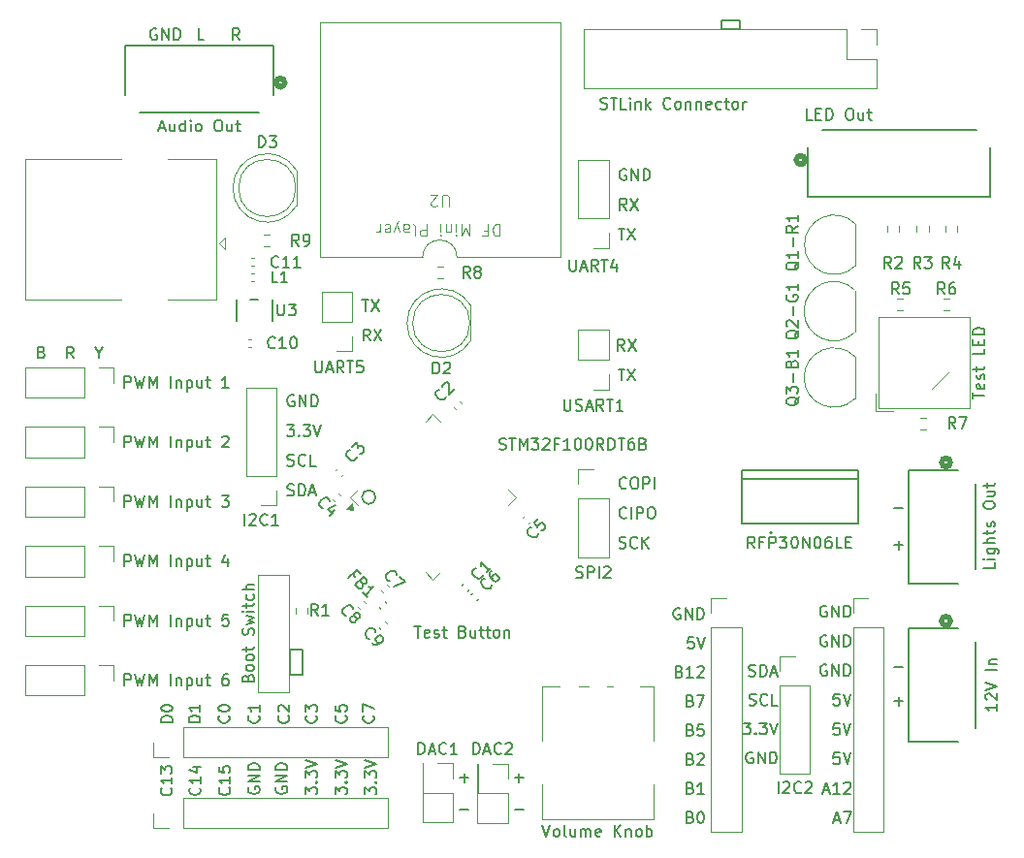
<source format=gbr>
%TF.GenerationSoftware,KiCad,Pcbnew,8.0.4*%
%TF.CreationDate,2025-04-25T16:49:28-07:00*%
%TF.ProjectId,DalekSoundSystemV2,44616c65-6b53-46f7-956e-645379737465,rev?*%
%TF.SameCoordinates,Original*%
%TF.FileFunction,Legend,Top*%
%TF.FilePolarity,Positive*%
%FSLAX46Y46*%
G04 Gerber Fmt 4.6, Leading zero omitted, Abs format (unit mm)*
G04 Created by KiCad (PCBNEW 8.0.4) date 2025-04-25 16:49:28*
%MOMM*%
%LPD*%
G01*
G04 APERTURE LIST*
%ADD10C,0.153000*%
%ADD11C,0.150000*%
%ADD12C,0.100000*%
%ADD13C,0.120000*%
%ADD14C,0.152400*%
%ADD15C,0.508000*%
%ADD16C,0.127000*%
%ADD17C,0.200000*%
G04 APERTURE END LIST*
D10*
X159800000Y-79800000D02*
G75*
G02*
X158600000Y-79800000I-600000J0D01*
G01*
X158600000Y-79800000D02*
G75*
G02*
X159800000Y-79800000I600000J0D01*
G01*
X152292910Y-93100000D02*
X153400000Y-93100000D01*
X153400000Y-95300000D01*
X152292910Y-95300000D01*
X152292910Y-93100000D01*
X190020000Y-38200000D02*
X191620000Y-38200000D01*
X191620000Y-38916929D01*
X190020000Y-38916929D01*
X190020000Y-38200000D01*
X187272085Y-102660138D02*
X187414942Y-102707757D01*
X187414942Y-102707757D02*
X187462561Y-102755376D01*
X187462561Y-102755376D02*
X187510180Y-102850614D01*
X187510180Y-102850614D02*
X187510180Y-102993471D01*
X187510180Y-102993471D02*
X187462561Y-103088709D01*
X187462561Y-103088709D02*
X187414942Y-103136329D01*
X187414942Y-103136329D02*
X187319704Y-103183948D01*
X187319704Y-103183948D02*
X186938752Y-103183948D01*
X186938752Y-103183948D02*
X186938752Y-102183948D01*
X186938752Y-102183948D02*
X187272085Y-102183948D01*
X187272085Y-102183948D02*
X187367323Y-102231567D01*
X187367323Y-102231567D02*
X187414942Y-102279186D01*
X187414942Y-102279186D02*
X187462561Y-102374424D01*
X187462561Y-102374424D02*
X187462561Y-102469662D01*
X187462561Y-102469662D02*
X187414942Y-102564900D01*
X187414942Y-102564900D02*
X187367323Y-102612519D01*
X187367323Y-102612519D02*
X187272085Y-102660138D01*
X187272085Y-102660138D02*
X186938752Y-102660138D01*
X187891133Y-102279186D02*
X187938752Y-102231567D01*
X187938752Y-102231567D02*
X188033990Y-102183948D01*
X188033990Y-102183948D02*
X188272085Y-102183948D01*
X188272085Y-102183948D02*
X188367323Y-102231567D01*
X188367323Y-102231567D02*
X188414942Y-102279186D01*
X188414942Y-102279186D02*
X188462561Y-102374424D01*
X188462561Y-102374424D02*
X188462561Y-102469662D01*
X188462561Y-102469662D02*
X188414942Y-102612519D01*
X188414942Y-102612519D02*
X187843514Y-103183948D01*
X187843514Y-103183948D02*
X188462561Y-103183948D01*
X140662559Y-38917282D02*
X140567321Y-38869663D01*
X140567321Y-38869663D02*
X140424464Y-38869663D01*
X140424464Y-38869663D02*
X140281607Y-38917282D01*
X140281607Y-38917282D02*
X140186369Y-39012520D01*
X140186369Y-39012520D02*
X140138750Y-39107758D01*
X140138750Y-39107758D02*
X140091131Y-39298234D01*
X140091131Y-39298234D02*
X140091131Y-39441091D01*
X140091131Y-39441091D02*
X140138750Y-39631567D01*
X140138750Y-39631567D02*
X140186369Y-39726805D01*
X140186369Y-39726805D02*
X140281607Y-39822044D01*
X140281607Y-39822044D02*
X140424464Y-39869663D01*
X140424464Y-39869663D02*
X140519702Y-39869663D01*
X140519702Y-39869663D02*
X140662559Y-39822044D01*
X140662559Y-39822044D02*
X140710178Y-39774424D01*
X140710178Y-39774424D02*
X140710178Y-39441091D01*
X140710178Y-39441091D02*
X140519702Y-39441091D01*
X141138750Y-39869663D02*
X141138750Y-38869663D01*
X141138750Y-38869663D02*
X141710178Y-39869663D01*
X141710178Y-39869663D02*
X141710178Y-38869663D01*
X142186369Y-39869663D02*
X142186369Y-38869663D01*
X142186369Y-38869663D02*
X142424464Y-38869663D01*
X142424464Y-38869663D02*
X142567321Y-38917282D01*
X142567321Y-38917282D02*
X142662559Y-39012520D01*
X142662559Y-39012520D02*
X142710178Y-39107758D01*
X142710178Y-39107758D02*
X142757797Y-39298234D01*
X142757797Y-39298234D02*
X142757797Y-39441091D01*
X142757797Y-39441091D02*
X142710178Y-39631567D01*
X142710178Y-39631567D02*
X142662559Y-39726805D01*
X142662559Y-39726805D02*
X142567321Y-39822044D01*
X142567321Y-39822044D02*
X142424464Y-39869663D01*
X142424464Y-39869663D02*
X142186369Y-39869663D01*
X187272085Y-107745853D02*
X187414942Y-107793472D01*
X187414942Y-107793472D02*
X187462561Y-107841091D01*
X187462561Y-107841091D02*
X187510180Y-107936329D01*
X187510180Y-107936329D02*
X187510180Y-108079186D01*
X187510180Y-108079186D02*
X187462561Y-108174424D01*
X187462561Y-108174424D02*
X187414942Y-108222044D01*
X187414942Y-108222044D02*
X187319704Y-108269663D01*
X187319704Y-108269663D02*
X186938752Y-108269663D01*
X186938752Y-108269663D02*
X186938752Y-107269663D01*
X186938752Y-107269663D02*
X187272085Y-107269663D01*
X187272085Y-107269663D02*
X187367323Y-107317282D01*
X187367323Y-107317282D02*
X187414942Y-107364901D01*
X187414942Y-107364901D02*
X187462561Y-107460139D01*
X187462561Y-107460139D02*
X187462561Y-107555377D01*
X187462561Y-107555377D02*
X187414942Y-107650615D01*
X187414942Y-107650615D02*
X187367323Y-107698234D01*
X187367323Y-107698234D02*
X187272085Y-107745853D01*
X187272085Y-107745853D02*
X186938752Y-107745853D01*
X188129228Y-107269663D02*
X188224466Y-107269663D01*
X188224466Y-107269663D02*
X188319704Y-107317282D01*
X188319704Y-107317282D02*
X188367323Y-107364901D01*
X188367323Y-107364901D02*
X188414942Y-107460139D01*
X188414942Y-107460139D02*
X188462561Y-107650615D01*
X188462561Y-107650615D02*
X188462561Y-107888710D01*
X188462561Y-107888710D02*
X188414942Y-108079186D01*
X188414942Y-108079186D02*
X188367323Y-108174424D01*
X188367323Y-108174424D02*
X188319704Y-108222044D01*
X188319704Y-108222044D02*
X188224466Y-108269663D01*
X188224466Y-108269663D02*
X188129228Y-108269663D01*
X188129228Y-108269663D02*
X188033990Y-108222044D01*
X188033990Y-108222044D02*
X187986371Y-108174424D01*
X187986371Y-108174424D02*
X187938752Y-108079186D01*
X187938752Y-108079186D02*
X187891133Y-107888710D01*
X187891133Y-107888710D02*
X187891133Y-107650615D01*
X187891133Y-107650615D02*
X187938752Y-107460139D01*
X187938752Y-107460139D02*
X187986371Y-107364901D01*
X187986371Y-107364901D02*
X188033990Y-107317282D01*
X188033990Y-107317282D02*
X188129228Y-107269663D01*
X187272085Y-100117281D02*
X187414942Y-100164900D01*
X187414942Y-100164900D02*
X187462561Y-100212519D01*
X187462561Y-100212519D02*
X187510180Y-100307757D01*
X187510180Y-100307757D02*
X187510180Y-100450614D01*
X187510180Y-100450614D02*
X187462561Y-100545852D01*
X187462561Y-100545852D02*
X187414942Y-100593472D01*
X187414942Y-100593472D02*
X187319704Y-100641091D01*
X187319704Y-100641091D02*
X186938752Y-100641091D01*
X186938752Y-100641091D02*
X186938752Y-99641091D01*
X186938752Y-99641091D02*
X187272085Y-99641091D01*
X187272085Y-99641091D02*
X187367323Y-99688710D01*
X187367323Y-99688710D02*
X187414942Y-99736329D01*
X187414942Y-99736329D02*
X187462561Y-99831567D01*
X187462561Y-99831567D02*
X187462561Y-99926805D01*
X187462561Y-99926805D02*
X187414942Y-100022043D01*
X187414942Y-100022043D02*
X187367323Y-100069662D01*
X187367323Y-100069662D02*
X187272085Y-100117281D01*
X187272085Y-100117281D02*
X186938752Y-100117281D01*
X188414942Y-99641091D02*
X187938752Y-99641091D01*
X187938752Y-99641091D02*
X187891133Y-100117281D01*
X187891133Y-100117281D02*
X187938752Y-100069662D01*
X187938752Y-100069662D02*
X188033990Y-100022043D01*
X188033990Y-100022043D02*
X188272085Y-100022043D01*
X188272085Y-100022043D02*
X188367323Y-100069662D01*
X188367323Y-100069662D02*
X188414942Y-100117281D01*
X188414942Y-100117281D02*
X188462561Y-100212519D01*
X188462561Y-100212519D02*
X188462561Y-100450614D01*
X188462561Y-100450614D02*
X188414942Y-100545852D01*
X188414942Y-100545852D02*
X188367323Y-100593472D01*
X188367323Y-100593472D02*
X188272085Y-100641091D01*
X188272085Y-100641091D02*
X188033990Y-100641091D01*
X188033990Y-100641091D02*
X187938752Y-100593472D01*
X187938752Y-100593472D02*
X187891133Y-100545852D01*
X181710180Y-54729663D02*
X181376847Y-54253472D01*
X181138752Y-54729663D02*
X181138752Y-53729663D01*
X181138752Y-53729663D02*
X181519704Y-53729663D01*
X181519704Y-53729663D02*
X181614942Y-53777282D01*
X181614942Y-53777282D02*
X181662561Y-53824901D01*
X181662561Y-53824901D02*
X181710180Y-53920139D01*
X181710180Y-53920139D02*
X181710180Y-54062996D01*
X181710180Y-54062996D02*
X181662561Y-54158234D01*
X181662561Y-54158234D02*
X181614942Y-54205853D01*
X181614942Y-54205853D02*
X181519704Y-54253472D01*
X181519704Y-54253472D02*
X181138752Y-54253472D01*
X182043514Y-53729663D02*
X182710180Y-54729663D01*
X182710180Y-53729663D02*
X182043514Y-54729663D01*
X152091133Y-79622044D02*
X152233990Y-79669663D01*
X152233990Y-79669663D02*
X152472085Y-79669663D01*
X152472085Y-79669663D02*
X152567323Y-79622044D01*
X152567323Y-79622044D02*
X152614942Y-79574424D01*
X152614942Y-79574424D02*
X152662561Y-79479186D01*
X152662561Y-79479186D02*
X152662561Y-79383948D01*
X152662561Y-79383948D02*
X152614942Y-79288710D01*
X152614942Y-79288710D02*
X152567323Y-79241091D01*
X152567323Y-79241091D02*
X152472085Y-79193472D01*
X152472085Y-79193472D02*
X152281609Y-79145853D01*
X152281609Y-79145853D02*
X152186371Y-79098234D01*
X152186371Y-79098234D02*
X152138752Y-79050615D01*
X152138752Y-79050615D02*
X152091133Y-78955377D01*
X152091133Y-78955377D02*
X152091133Y-78860139D01*
X152091133Y-78860139D02*
X152138752Y-78764901D01*
X152138752Y-78764901D02*
X152186371Y-78717282D01*
X152186371Y-78717282D02*
X152281609Y-78669663D01*
X152281609Y-78669663D02*
X152519704Y-78669663D01*
X152519704Y-78669663D02*
X152662561Y-78717282D01*
X153091133Y-79669663D02*
X153091133Y-78669663D01*
X153091133Y-78669663D02*
X153329228Y-78669663D01*
X153329228Y-78669663D02*
X153472085Y-78717282D01*
X153472085Y-78717282D02*
X153567323Y-78812520D01*
X153567323Y-78812520D02*
X153614942Y-78907758D01*
X153614942Y-78907758D02*
X153662561Y-79098234D01*
X153662561Y-79098234D02*
X153662561Y-79241091D01*
X153662561Y-79241091D02*
X153614942Y-79431567D01*
X153614942Y-79431567D02*
X153567323Y-79526805D01*
X153567323Y-79526805D02*
X153472085Y-79622044D01*
X153472085Y-79622044D02*
X153329228Y-79669663D01*
X153329228Y-79669663D02*
X153091133Y-79669663D01*
X154043514Y-79383948D02*
X154519704Y-79383948D01*
X153948276Y-79669663D02*
X154281609Y-78669663D01*
X154281609Y-78669663D02*
X154614942Y-79669663D01*
X171938752Y-104288710D02*
X172700657Y-104288710D01*
X172319704Y-104669663D02*
X172319704Y-103907758D01*
X199176847Y-89317282D02*
X199081609Y-89269663D01*
X199081609Y-89269663D02*
X198938752Y-89269663D01*
X198938752Y-89269663D02*
X198795895Y-89317282D01*
X198795895Y-89317282D02*
X198700657Y-89412520D01*
X198700657Y-89412520D02*
X198653038Y-89507758D01*
X198653038Y-89507758D02*
X198605419Y-89698234D01*
X198605419Y-89698234D02*
X198605419Y-89841091D01*
X198605419Y-89841091D02*
X198653038Y-90031567D01*
X198653038Y-90031567D02*
X198700657Y-90126805D01*
X198700657Y-90126805D02*
X198795895Y-90222044D01*
X198795895Y-90222044D02*
X198938752Y-90269663D01*
X198938752Y-90269663D02*
X199033990Y-90269663D01*
X199033990Y-90269663D02*
X199176847Y-90222044D01*
X199176847Y-90222044D02*
X199224466Y-90174424D01*
X199224466Y-90174424D02*
X199224466Y-89841091D01*
X199224466Y-89841091D02*
X199033990Y-89841091D01*
X199653038Y-90269663D02*
X199653038Y-89269663D01*
X199653038Y-89269663D02*
X200224466Y-90269663D01*
X200224466Y-90269663D02*
X200224466Y-89269663D01*
X200700657Y-90269663D02*
X200700657Y-89269663D01*
X200700657Y-89269663D02*
X200938752Y-89269663D01*
X200938752Y-89269663D02*
X201081609Y-89317282D01*
X201081609Y-89317282D02*
X201176847Y-89412520D01*
X201176847Y-89412520D02*
X201224466Y-89507758D01*
X201224466Y-89507758D02*
X201272085Y-89698234D01*
X201272085Y-89698234D02*
X201272085Y-89841091D01*
X201272085Y-89841091D02*
X201224466Y-90031567D01*
X201224466Y-90031567D02*
X201176847Y-90126805D01*
X201176847Y-90126805D02*
X201081609Y-90222044D01*
X201081609Y-90222044D02*
X200938752Y-90269663D01*
X200938752Y-90269663D02*
X200700657Y-90269663D01*
X146974424Y-98889819D02*
X147022044Y-98937438D01*
X147022044Y-98937438D02*
X147069663Y-99080295D01*
X147069663Y-99080295D02*
X147069663Y-99175533D01*
X147069663Y-99175533D02*
X147022044Y-99318390D01*
X147022044Y-99318390D02*
X146926805Y-99413628D01*
X146926805Y-99413628D02*
X146831567Y-99461247D01*
X146831567Y-99461247D02*
X146641091Y-99508866D01*
X146641091Y-99508866D02*
X146498234Y-99508866D01*
X146498234Y-99508866D02*
X146307758Y-99461247D01*
X146307758Y-99461247D02*
X146212520Y-99413628D01*
X146212520Y-99413628D02*
X146117282Y-99318390D01*
X146117282Y-99318390D02*
X146069663Y-99175533D01*
X146069663Y-99175533D02*
X146069663Y-99080295D01*
X146069663Y-99080295D02*
X146117282Y-98937438D01*
X146117282Y-98937438D02*
X146164901Y-98889819D01*
X146069663Y-98270771D02*
X146069663Y-98175533D01*
X146069663Y-98175533D02*
X146117282Y-98080295D01*
X146117282Y-98080295D02*
X146164901Y-98032676D01*
X146164901Y-98032676D02*
X146260139Y-97985057D01*
X146260139Y-97985057D02*
X146450615Y-97937438D01*
X146450615Y-97937438D02*
X146688710Y-97937438D01*
X146688710Y-97937438D02*
X146879186Y-97985057D01*
X146879186Y-97985057D02*
X146974424Y-98032676D01*
X146974424Y-98032676D02*
X147022044Y-98080295D01*
X147022044Y-98080295D02*
X147069663Y-98175533D01*
X147069663Y-98175533D02*
X147069663Y-98270771D01*
X147069663Y-98270771D02*
X147022044Y-98366009D01*
X147022044Y-98366009D02*
X146974424Y-98413628D01*
X146974424Y-98413628D02*
X146879186Y-98461247D01*
X146879186Y-98461247D02*
X146688710Y-98508866D01*
X146688710Y-98508866D02*
X146450615Y-98508866D01*
X146450615Y-98508866D02*
X146260139Y-98461247D01*
X146260139Y-98461247D02*
X146164901Y-98413628D01*
X146164901Y-98413628D02*
X146117282Y-98366009D01*
X146117282Y-98366009D02*
X146069663Y-98270771D01*
X152091133Y-77022044D02*
X152233990Y-77069663D01*
X152233990Y-77069663D02*
X152472085Y-77069663D01*
X152472085Y-77069663D02*
X152567323Y-77022044D01*
X152567323Y-77022044D02*
X152614942Y-76974424D01*
X152614942Y-76974424D02*
X152662561Y-76879186D01*
X152662561Y-76879186D02*
X152662561Y-76783948D01*
X152662561Y-76783948D02*
X152614942Y-76688710D01*
X152614942Y-76688710D02*
X152567323Y-76641091D01*
X152567323Y-76641091D02*
X152472085Y-76593472D01*
X152472085Y-76593472D02*
X152281609Y-76545853D01*
X152281609Y-76545853D02*
X152186371Y-76498234D01*
X152186371Y-76498234D02*
X152138752Y-76450615D01*
X152138752Y-76450615D02*
X152091133Y-76355377D01*
X152091133Y-76355377D02*
X152091133Y-76260139D01*
X152091133Y-76260139D02*
X152138752Y-76164901D01*
X152138752Y-76164901D02*
X152186371Y-76117282D01*
X152186371Y-76117282D02*
X152281609Y-76069663D01*
X152281609Y-76069663D02*
X152519704Y-76069663D01*
X152519704Y-76069663D02*
X152662561Y-76117282D01*
X153662561Y-76974424D02*
X153614942Y-77022044D01*
X153614942Y-77022044D02*
X153472085Y-77069663D01*
X153472085Y-77069663D02*
X153376847Y-77069663D01*
X153376847Y-77069663D02*
X153233990Y-77022044D01*
X153233990Y-77022044D02*
X153138752Y-76926805D01*
X153138752Y-76926805D02*
X153091133Y-76831567D01*
X153091133Y-76831567D02*
X153043514Y-76641091D01*
X153043514Y-76641091D02*
X153043514Y-76498234D01*
X153043514Y-76498234D02*
X153091133Y-76307758D01*
X153091133Y-76307758D02*
X153138752Y-76212520D01*
X153138752Y-76212520D02*
X153233990Y-76117282D01*
X153233990Y-76117282D02*
X153376847Y-76069663D01*
X153376847Y-76069663D02*
X153472085Y-76069663D01*
X153472085Y-76069663D02*
X153614942Y-76117282D01*
X153614942Y-76117282D02*
X153662561Y-76164901D01*
X154567323Y-77069663D02*
X154091133Y-77069663D01*
X154091133Y-77069663D02*
X154091133Y-76069663D01*
X151117282Y-105137438D02*
X151069663Y-105232676D01*
X151069663Y-105232676D02*
X151069663Y-105375533D01*
X151069663Y-105375533D02*
X151117282Y-105518390D01*
X151117282Y-105518390D02*
X151212520Y-105613628D01*
X151212520Y-105613628D02*
X151307758Y-105661247D01*
X151307758Y-105661247D02*
X151498234Y-105708866D01*
X151498234Y-105708866D02*
X151641091Y-105708866D01*
X151641091Y-105708866D02*
X151831567Y-105661247D01*
X151831567Y-105661247D02*
X151926805Y-105613628D01*
X151926805Y-105613628D02*
X152022044Y-105518390D01*
X152022044Y-105518390D02*
X152069663Y-105375533D01*
X152069663Y-105375533D02*
X152069663Y-105280295D01*
X152069663Y-105280295D02*
X152022044Y-105137438D01*
X152022044Y-105137438D02*
X151974424Y-105089819D01*
X151974424Y-105089819D02*
X151641091Y-105089819D01*
X151641091Y-105089819D02*
X151641091Y-105280295D01*
X152069663Y-104661247D02*
X151069663Y-104661247D01*
X151069663Y-104661247D02*
X152069663Y-104089819D01*
X152069663Y-104089819D02*
X151069663Y-104089819D01*
X152069663Y-103613628D02*
X151069663Y-103613628D01*
X151069663Y-103613628D02*
X151069663Y-103375533D01*
X151069663Y-103375533D02*
X151117282Y-103232676D01*
X151117282Y-103232676D02*
X151212520Y-103137438D01*
X151212520Y-103137438D02*
X151307758Y-103089819D01*
X151307758Y-103089819D02*
X151498234Y-103042200D01*
X151498234Y-103042200D02*
X151641091Y-103042200D01*
X151641091Y-103042200D02*
X151831567Y-103089819D01*
X151831567Y-103089819D02*
X151926805Y-103137438D01*
X151926805Y-103137438D02*
X152022044Y-103232676D01*
X152022044Y-103232676D02*
X152069663Y-103375533D01*
X152069663Y-103375533D02*
X152069663Y-103613628D01*
X199176847Y-94460138D02*
X199081609Y-94412519D01*
X199081609Y-94412519D02*
X198938752Y-94412519D01*
X198938752Y-94412519D02*
X198795895Y-94460138D01*
X198795895Y-94460138D02*
X198700657Y-94555376D01*
X198700657Y-94555376D02*
X198653038Y-94650614D01*
X198653038Y-94650614D02*
X198605419Y-94841090D01*
X198605419Y-94841090D02*
X198605419Y-94983947D01*
X198605419Y-94983947D02*
X198653038Y-95174423D01*
X198653038Y-95174423D02*
X198700657Y-95269661D01*
X198700657Y-95269661D02*
X198795895Y-95364900D01*
X198795895Y-95364900D02*
X198938752Y-95412519D01*
X198938752Y-95412519D02*
X199033990Y-95412519D01*
X199033990Y-95412519D02*
X199176847Y-95364900D01*
X199176847Y-95364900D02*
X199224466Y-95317280D01*
X199224466Y-95317280D02*
X199224466Y-94983947D01*
X199224466Y-94983947D02*
X199033990Y-94983947D01*
X199653038Y-95412519D02*
X199653038Y-94412519D01*
X199653038Y-94412519D02*
X200224466Y-95412519D01*
X200224466Y-95412519D02*
X200224466Y-94412519D01*
X200700657Y-95412519D02*
X200700657Y-94412519D01*
X200700657Y-94412519D02*
X200938752Y-94412519D01*
X200938752Y-94412519D02*
X201081609Y-94460138D01*
X201081609Y-94460138D02*
X201176847Y-94555376D01*
X201176847Y-94555376D02*
X201224466Y-94650614D01*
X201224466Y-94650614D02*
X201272085Y-94841090D01*
X201272085Y-94841090D02*
X201272085Y-94983947D01*
X201272085Y-94983947D02*
X201224466Y-95174423D01*
X201224466Y-95174423D02*
X201176847Y-95269661D01*
X201176847Y-95269661D02*
X201081609Y-95364900D01*
X201081609Y-95364900D02*
X200938752Y-95412519D01*
X200938752Y-95412519D02*
X200700657Y-95412519D01*
X171938752Y-107088710D02*
X172700657Y-107088710D01*
X191903804Y-99519806D02*
X192522851Y-99519806D01*
X192522851Y-99519806D02*
X192189518Y-99900758D01*
X192189518Y-99900758D02*
X192332375Y-99900758D01*
X192332375Y-99900758D02*
X192427613Y-99948377D01*
X192427613Y-99948377D02*
X192475232Y-99995996D01*
X192475232Y-99995996D02*
X192522851Y-100091234D01*
X192522851Y-100091234D02*
X192522851Y-100329329D01*
X192522851Y-100329329D02*
X192475232Y-100424567D01*
X192475232Y-100424567D02*
X192427613Y-100472187D01*
X192427613Y-100472187D02*
X192332375Y-100519806D01*
X192332375Y-100519806D02*
X192046661Y-100519806D01*
X192046661Y-100519806D02*
X191951423Y-100472187D01*
X191951423Y-100472187D02*
X191903804Y-100424567D01*
X192951423Y-100424567D02*
X192999042Y-100472187D01*
X192999042Y-100472187D02*
X192951423Y-100519806D01*
X192951423Y-100519806D02*
X192903804Y-100472187D01*
X192903804Y-100472187D02*
X192951423Y-100424567D01*
X192951423Y-100424567D02*
X192951423Y-100519806D01*
X193332375Y-99519806D02*
X193951422Y-99519806D01*
X193951422Y-99519806D02*
X193618089Y-99900758D01*
X193618089Y-99900758D02*
X193760946Y-99900758D01*
X193760946Y-99900758D02*
X193856184Y-99948377D01*
X193856184Y-99948377D02*
X193903803Y-99995996D01*
X193903803Y-99995996D02*
X193951422Y-100091234D01*
X193951422Y-100091234D02*
X193951422Y-100329329D01*
X193951422Y-100329329D02*
X193903803Y-100424567D01*
X193903803Y-100424567D02*
X193856184Y-100472187D01*
X193856184Y-100472187D02*
X193760946Y-100519806D01*
X193760946Y-100519806D02*
X193475232Y-100519806D01*
X193475232Y-100519806D02*
X193379994Y-100472187D01*
X193379994Y-100472187D02*
X193332375Y-100424567D01*
X194237137Y-99519806D02*
X194570470Y-100519806D01*
X194570470Y-100519806D02*
X194903803Y-99519806D01*
X147910178Y-39869663D02*
X147576845Y-39393472D01*
X147338750Y-39869663D02*
X147338750Y-38869663D01*
X147338750Y-38869663D02*
X147719702Y-38869663D01*
X147719702Y-38869663D02*
X147814940Y-38917282D01*
X147814940Y-38917282D02*
X147862559Y-38964901D01*
X147862559Y-38964901D02*
X147910178Y-39060139D01*
X147910178Y-39060139D02*
X147910178Y-39202996D01*
X147910178Y-39202996D02*
X147862559Y-39298234D01*
X147862559Y-39298234D02*
X147814940Y-39345853D01*
X147814940Y-39345853D02*
X147719702Y-39393472D01*
X147719702Y-39393472D02*
X147338750Y-39393472D01*
X192713327Y-102100759D02*
X192618089Y-102053140D01*
X192618089Y-102053140D02*
X192475232Y-102053140D01*
X192475232Y-102053140D02*
X192332375Y-102100759D01*
X192332375Y-102100759D02*
X192237137Y-102195997D01*
X192237137Y-102195997D02*
X192189518Y-102291235D01*
X192189518Y-102291235D02*
X192141899Y-102481711D01*
X192141899Y-102481711D02*
X192141899Y-102624568D01*
X192141899Y-102624568D02*
X192189518Y-102815044D01*
X192189518Y-102815044D02*
X192237137Y-102910282D01*
X192237137Y-102910282D02*
X192332375Y-103005521D01*
X192332375Y-103005521D02*
X192475232Y-103053140D01*
X192475232Y-103053140D02*
X192570470Y-103053140D01*
X192570470Y-103053140D02*
X192713327Y-103005521D01*
X192713327Y-103005521D02*
X192760946Y-102957901D01*
X192760946Y-102957901D02*
X192760946Y-102624568D01*
X192760946Y-102624568D02*
X192570470Y-102624568D01*
X193189518Y-103053140D02*
X193189518Y-102053140D01*
X193189518Y-102053140D02*
X193760946Y-103053140D01*
X193760946Y-103053140D02*
X193760946Y-102053140D01*
X194237137Y-103053140D02*
X194237137Y-102053140D01*
X194237137Y-102053140D02*
X194475232Y-102053140D01*
X194475232Y-102053140D02*
X194618089Y-102100759D01*
X194618089Y-102100759D02*
X194713327Y-102195997D01*
X194713327Y-102195997D02*
X194760946Y-102291235D01*
X194760946Y-102291235D02*
X194808565Y-102481711D01*
X194808565Y-102481711D02*
X194808565Y-102624568D01*
X194808565Y-102624568D02*
X194760946Y-102815044D01*
X194760946Y-102815044D02*
X194713327Y-102910282D01*
X194713327Y-102910282D02*
X194618089Y-103005521D01*
X194618089Y-103005521D02*
X194475232Y-103053140D01*
X194475232Y-103053140D02*
X194237137Y-103053140D01*
X159310180Y-66134663D02*
X158976847Y-65658472D01*
X158738752Y-66134663D02*
X158738752Y-65134663D01*
X158738752Y-65134663D02*
X159119704Y-65134663D01*
X159119704Y-65134663D02*
X159214942Y-65182282D01*
X159214942Y-65182282D02*
X159262561Y-65229901D01*
X159262561Y-65229901D02*
X159310180Y-65325139D01*
X159310180Y-65325139D02*
X159310180Y-65467996D01*
X159310180Y-65467996D02*
X159262561Y-65563234D01*
X159262561Y-65563234D02*
X159214942Y-65610853D01*
X159214942Y-65610853D02*
X159119704Y-65658472D01*
X159119704Y-65658472D02*
X158738752Y-65658472D01*
X159643514Y-65134663D02*
X160310180Y-66134663D01*
X160310180Y-65134663D02*
X159643514Y-66134663D01*
X186367323Y-89517282D02*
X186272085Y-89469663D01*
X186272085Y-89469663D02*
X186129228Y-89469663D01*
X186129228Y-89469663D02*
X185986371Y-89517282D01*
X185986371Y-89517282D02*
X185891133Y-89612520D01*
X185891133Y-89612520D02*
X185843514Y-89707758D01*
X185843514Y-89707758D02*
X185795895Y-89898234D01*
X185795895Y-89898234D02*
X185795895Y-90041091D01*
X185795895Y-90041091D02*
X185843514Y-90231567D01*
X185843514Y-90231567D02*
X185891133Y-90326805D01*
X185891133Y-90326805D02*
X185986371Y-90422044D01*
X185986371Y-90422044D02*
X186129228Y-90469663D01*
X186129228Y-90469663D02*
X186224466Y-90469663D01*
X186224466Y-90469663D02*
X186367323Y-90422044D01*
X186367323Y-90422044D02*
X186414942Y-90374424D01*
X186414942Y-90374424D02*
X186414942Y-90041091D01*
X186414942Y-90041091D02*
X186224466Y-90041091D01*
X186843514Y-90469663D02*
X186843514Y-89469663D01*
X186843514Y-89469663D02*
X187414942Y-90469663D01*
X187414942Y-90469663D02*
X187414942Y-89469663D01*
X187891133Y-90469663D02*
X187891133Y-89469663D01*
X187891133Y-89469663D02*
X188129228Y-89469663D01*
X188129228Y-89469663D02*
X188272085Y-89517282D01*
X188272085Y-89517282D02*
X188367323Y-89612520D01*
X188367323Y-89612520D02*
X188414942Y-89707758D01*
X188414942Y-89707758D02*
X188462561Y-89898234D01*
X188462561Y-89898234D02*
X188462561Y-90041091D01*
X188462561Y-90041091D02*
X188414942Y-90231567D01*
X188414942Y-90231567D02*
X188367323Y-90326805D01*
X188367323Y-90326805D02*
X188272085Y-90422044D01*
X188272085Y-90422044D02*
X188129228Y-90469663D01*
X188129228Y-90469663D02*
X187891133Y-90469663D01*
X152174424Y-98889819D02*
X152222044Y-98937438D01*
X152222044Y-98937438D02*
X152269663Y-99080295D01*
X152269663Y-99080295D02*
X152269663Y-99175533D01*
X152269663Y-99175533D02*
X152222044Y-99318390D01*
X152222044Y-99318390D02*
X152126805Y-99413628D01*
X152126805Y-99413628D02*
X152031567Y-99461247D01*
X152031567Y-99461247D02*
X151841091Y-99508866D01*
X151841091Y-99508866D02*
X151698234Y-99508866D01*
X151698234Y-99508866D02*
X151507758Y-99461247D01*
X151507758Y-99461247D02*
X151412520Y-99413628D01*
X151412520Y-99413628D02*
X151317282Y-99318390D01*
X151317282Y-99318390D02*
X151269663Y-99175533D01*
X151269663Y-99175533D02*
X151269663Y-99080295D01*
X151269663Y-99080295D02*
X151317282Y-98937438D01*
X151317282Y-98937438D02*
X151364901Y-98889819D01*
X151364901Y-98508866D02*
X151317282Y-98461247D01*
X151317282Y-98461247D02*
X151269663Y-98366009D01*
X151269663Y-98366009D02*
X151269663Y-98127914D01*
X151269663Y-98127914D02*
X151317282Y-98032676D01*
X151317282Y-98032676D02*
X151364901Y-97985057D01*
X151364901Y-97985057D02*
X151460139Y-97937438D01*
X151460139Y-97937438D02*
X151555377Y-97937438D01*
X151555377Y-97937438D02*
X151698234Y-97985057D01*
X151698234Y-97985057D02*
X152269663Y-98556485D01*
X152269663Y-98556485D02*
X152269663Y-97937438D01*
X181685180Y-78974424D02*
X181637561Y-79022044D01*
X181637561Y-79022044D02*
X181494704Y-79069663D01*
X181494704Y-79069663D02*
X181399466Y-79069663D01*
X181399466Y-79069663D02*
X181256609Y-79022044D01*
X181256609Y-79022044D02*
X181161371Y-78926805D01*
X181161371Y-78926805D02*
X181113752Y-78831567D01*
X181113752Y-78831567D02*
X181066133Y-78641091D01*
X181066133Y-78641091D02*
X181066133Y-78498234D01*
X181066133Y-78498234D02*
X181113752Y-78307758D01*
X181113752Y-78307758D02*
X181161371Y-78212520D01*
X181161371Y-78212520D02*
X181256609Y-78117282D01*
X181256609Y-78117282D02*
X181399466Y-78069663D01*
X181399466Y-78069663D02*
X181494704Y-78069663D01*
X181494704Y-78069663D02*
X181637561Y-78117282D01*
X181637561Y-78117282D02*
X181685180Y-78164901D01*
X182304228Y-78069663D02*
X182494704Y-78069663D01*
X182494704Y-78069663D02*
X182589942Y-78117282D01*
X182589942Y-78117282D02*
X182685180Y-78212520D01*
X182685180Y-78212520D02*
X182732799Y-78402996D01*
X182732799Y-78402996D02*
X182732799Y-78736329D01*
X182732799Y-78736329D02*
X182685180Y-78926805D01*
X182685180Y-78926805D02*
X182589942Y-79022044D01*
X182589942Y-79022044D02*
X182494704Y-79069663D01*
X182494704Y-79069663D02*
X182304228Y-79069663D01*
X182304228Y-79069663D02*
X182208990Y-79022044D01*
X182208990Y-79022044D02*
X182113752Y-78926805D01*
X182113752Y-78926805D02*
X182066133Y-78736329D01*
X182066133Y-78736329D02*
X182066133Y-78402996D01*
X182066133Y-78402996D02*
X182113752Y-78212520D01*
X182113752Y-78212520D02*
X182208990Y-78117282D01*
X182208990Y-78117282D02*
X182304228Y-78069663D01*
X183161371Y-79069663D02*
X183161371Y-78069663D01*
X183161371Y-78069663D02*
X183542323Y-78069663D01*
X183542323Y-78069663D02*
X183637561Y-78117282D01*
X183637561Y-78117282D02*
X183685180Y-78164901D01*
X183685180Y-78164901D02*
X183732799Y-78260139D01*
X183732799Y-78260139D02*
X183732799Y-78402996D01*
X183732799Y-78402996D02*
X183685180Y-78498234D01*
X183685180Y-78498234D02*
X183637561Y-78545853D01*
X183637561Y-78545853D02*
X183542323Y-78593472D01*
X183542323Y-78593472D02*
X183161371Y-78593472D01*
X184161371Y-79069663D02*
X184161371Y-78069663D01*
X199176847Y-91888710D02*
X199081609Y-91841091D01*
X199081609Y-91841091D02*
X198938752Y-91841091D01*
X198938752Y-91841091D02*
X198795895Y-91888710D01*
X198795895Y-91888710D02*
X198700657Y-91983948D01*
X198700657Y-91983948D02*
X198653038Y-92079186D01*
X198653038Y-92079186D02*
X198605419Y-92269662D01*
X198605419Y-92269662D02*
X198605419Y-92412519D01*
X198605419Y-92412519D02*
X198653038Y-92602995D01*
X198653038Y-92602995D02*
X198700657Y-92698233D01*
X198700657Y-92698233D02*
X198795895Y-92793472D01*
X198795895Y-92793472D02*
X198938752Y-92841091D01*
X198938752Y-92841091D02*
X199033990Y-92841091D01*
X199033990Y-92841091D02*
X199176847Y-92793472D01*
X199176847Y-92793472D02*
X199224466Y-92745852D01*
X199224466Y-92745852D02*
X199224466Y-92412519D01*
X199224466Y-92412519D02*
X199033990Y-92412519D01*
X199653038Y-92841091D02*
X199653038Y-91841091D01*
X199653038Y-91841091D02*
X200224466Y-92841091D01*
X200224466Y-92841091D02*
X200224466Y-91841091D01*
X200700657Y-92841091D02*
X200700657Y-91841091D01*
X200700657Y-91841091D02*
X200938752Y-91841091D01*
X200938752Y-91841091D02*
X201081609Y-91888710D01*
X201081609Y-91888710D02*
X201176847Y-91983948D01*
X201176847Y-91983948D02*
X201224466Y-92079186D01*
X201224466Y-92079186D02*
X201272085Y-92269662D01*
X201272085Y-92269662D02*
X201272085Y-92412519D01*
X201272085Y-92412519D02*
X201224466Y-92602995D01*
X201224466Y-92602995D02*
X201176847Y-92698233D01*
X201176847Y-92698233D02*
X201081609Y-92793472D01*
X201081609Y-92793472D02*
X200938752Y-92841091D01*
X200938752Y-92841091D02*
X200700657Y-92841091D01*
X147009274Y-105173200D02*
X147056894Y-105220819D01*
X147056894Y-105220819D02*
X147104513Y-105363676D01*
X147104513Y-105363676D02*
X147104513Y-105458914D01*
X147104513Y-105458914D02*
X147056894Y-105601771D01*
X147056894Y-105601771D02*
X146961655Y-105697009D01*
X146961655Y-105697009D02*
X146866417Y-105744628D01*
X146866417Y-105744628D02*
X146675941Y-105792247D01*
X146675941Y-105792247D02*
X146533084Y-105792247D01*
X146533084Y-105792247D02*
X146342608Y-105744628D01*
X146342608Y-105744628D02*
X146247370Y-105697009D01*
X146247370Y-105697009D02*
X146152132Y-105601771D01*
X146152132Y-105601771D02*
X146104513Y-105458914D01*
X146104513Y-105458914D02*
X146104513Y-105363676D01*
X146104513Y-105363676D02*
X146152132Y-105220819D01*
X146152132Y-105220819D02*
X146199751Y-105173200D01*
X147104513Y-104220819D02*
X147104513Y-104792247D01*
X147104513Y-104506533D02*
X146104513Y-104506533D01*
X146104513Y-104506533D02*
X146247370Y-104601771D01*
X146247370Y-104601771D02*
X146342608Y-104697009D01*
X146342608Y-104697009D02*
X146390227Y-104792247D01*
X146104513Y-103316057D02*
X146104513Y-103792247D01*
X146104513Y-103792247D02*
X146580703Y-103839866D01*
X146580703Y-103839866D02*
X146533084Y-103792247D01*
X146533084Y-103792247D02*
X146485465Y-103697009D01*
X146485465Y-103697009D02*
X146485465Y-103458914D01*
X146485465Y-103458914D02*
X146533084Y-103363676D01*
X146533084Y-103363676D02*
X146580703Y-103316057D01*
X146580703Y-103316057D02*
X146675941Y-103268438D01*
X146675941Y-103268438D02*
X146914036Y-103268438D01*
X146914036Y-103268438D02*
X147009274Y-103316057D01*
X147009274Y-103316057D02*
X147056894Y-103363676D01*
X147056894Y-103363676D02*
X147104513Y-103458914D01*
X147104513Y-103458914D02*
X147104513Y-103697009D01*
X147104513Y-103697009D02*
X147056894Y-103792247D01*
X147056894Y-103792247D02*
X147009274Y-103839866D01*
X180995895Y-68604663D02*
X181567323Y-68604663D01*
X181281609Y-69604663D02*
X181281609Y-68604663D01*
X181805419Y-68604663D02*
X182472085Y-69604663D01*
X182472085Y-68604663D02*
X181805419Y-69604663D01*
X152043514Y-73469663D02*
X152662561Y-73469663D01*
X152662561Y-73469663D02*
X152329228Y-73850615D01*
X152329228Y-73850615D02*
X152472085Y-73850615D01*
X152472085Y-73850615D02*
X152567323Y-73898234D01*
X152567323Y-73898234D02*
X152614942Y-73945853D01*
X152614942Y-73945853D02*
X152662561Y-74041091D01*
X152662561Y-74041091D02*
X152662561Y-74279186D01*
X152662561Y-74279186D02*
X152614942Y-74374424D01*
X152614942Y-74374424D02*
X152567323Y-74422044D01*
X152567323Y-74422044D02*
X152472085Y-74469663D01*
X152472085Y-74469663D02*
X152186371Y-74469663D01*
X152186371Y-74469663D02*
X152091133Y-74422044D01*
X152091133Y-74422044D02*
X152043514Y-74374424D01*
X153091133Y-74374424D02*
X153138752Y-74422044D01*
X153138752Y-74422044D02*
X153091133Y-74469663D01*
X153091133Y-74469663D02*
X153043514Y-74422044D01*
X153043514Y-74422044D02*
X153091133Y-74374424D01*
X153091133Y-74374424D02*
X153091133Y-74469663D01*
X153472085Y-73469663D02*
X154091132Y-73469663D01*
X154091132Y-73469663D02*
X153757799Y-73850615D01*
X153757799Y-73850615D02*
X153900656Y-73850615D01*
X153900656Y-73850615D02*
X153995894Y-73898234D01*
X153995894Y-73898234D02*
X154043513Y-73945853D01*
X154043513Y-73945853D02*
X154091132Y-74041091D01*
X154091132Y-74041091D02*
X154091132Y-74279186D01*
X154091132Y-74279186D02*
X154043513Y-74374424D01*
X154043513Y-74374424D02*
X153995894Y-74422044D01*
X153995894Y-74422044D02*
X153900656Y-74469663D01*
X153900656Y-74469663D02*
X153614942Y-74469663D01*
X153614942Y-74469663D02*
X153519704Y-74422044D01*
X153519704Y-74422044D02*
X153472085Y-74374424D01*
X154376847Y-73469663D02*
X154710180Y-74469663D01*
X154710180Y-74469663D02*
X155043513Y-73469663D01*
X153669663Y-105756485D02*
X153669663Y-105137438D01*
X153669663Y-105137438D02*
X154050615Y-105470771D01*
X154050615Y-105470771D02*
X154050615Y-105327914D01*
X154050615Y-105327914D02*
X154098234Y-105232676D01*
X154098234Y-105232676D02*
X154145853Y-105185057D01*
X154145853Y-105185057D02*
X154241091Y-105137438D01*
X154241091Y-105137438D02*
X154479186Y-105137438D01*
X154479186Y-105137438D02*
X154574424Y-105185057D01*
X154574424Y-105185057D02*
X154622044Y-105232676D01*
X154622044Y-105232676D02*
X154669663Y-105327914D01*
X154669663Y-105327914D02*
X154669663Y-105613628D01*
X154669663Y-105613628D02*
X154622044Y-105708866D01*
X154622044Y-105708866D02*
X154574424Y-105756485D01*
X154574424Y-104708866D02*
X154622044Y-104661247D01*
X154622044Y-104661247D02*
X154669663Y-104708866D01*
X154669663Y-104708866D02*
X154622044Y-104756485D01*
X154622044Y-104756485D02*
X154574424Y-104708866D01*
X154574424Y-104708866D02*
X154669663Y-104708866D01*
X153669663Y-104327914D02*
X153669663Y-103708867D01*
X153669663Y-103708867D02*
X154050615Y-104042200D01*
X154050615Y-104042200D02*
X154050615Y-103899343D01*
X154050615Y-103899343D02*
X154098234Y-103804105D01*
X154098234Y-103804105D02*
X154145853Y-103756486D01*
X154145853Y-103756486D02*
X154241091Y-103708867D01*
X154241091Y-103708867D02*
X154479186Y-103708867D01*
X154479186Y-103708867D02*
X154574424Y-103756486D01*
X154574424Y-103756486D02*
X154622044Y-103804105D01*
X154622044Y-103804105D02*
X154669663Y-103899343D01*
X154669663Y-103899343D02*
X154669663Y-104185057D01*
X154669663Y-104185057D02*
X154622044Y-104280295D01*
X154622044Y-104280295D02*
X154574424Y-104327914D01*
X153669663Y-103423152D02*
X154669663Y-103089819D01*
X154669663Y-103089819D02*
X153669663Y-102756486D01*
X181066133Y-84222044D02*
X181208990Y-84269663D01*
X181208990Y-84269663D02*
X181447085Y-84269663D01*
X181447085Y-84269663D02*
X181542323Y-84222044D01*
X181542323Y-84222044D02*
X181589942Y-84174424D01*
X181589942Y-84174424D02*
X181637561Y-84079186D01*
X181637561Y-84079186D02*
X181637561Y-83983948D01*
X181637561Y-83983948D02*
X181589942Y-83888710D01*
X181589942Y-83888710D02*
X181542323Y-83841091D01*
X181542323Y-83841091D02*
X181447085Y-83793472D01*
X181447085Y-83793472D02*
X181256609Y-83745853D01*
X181256609Y-83745853D02*
X181161371Y-83698234D01*
X181161371Y-83698234D02*
X181113752Y-83650615D01*
X181113752Y-83650615D02*
X181066133Y-83555377D01*
X181066133Y-83555377D02*
X181066133Y-83460139D01*
X181066133Y-83460139D02*
X181113752Y-83364901D01*
X181113752Y-83364901D02*
X181161371Y-83317282D01*
X181161371Y-83317282D02*
X181256609Y-83269663D01*
X181256609Y-83269663D02*
X181494704Y-83269663D01*
X181494704Y-83269663D02*
X181637561Y-83317282D01*
X182637561Y-84174424D02*
X182589942Y-84222044D01*
X182589942Y-84222044D02*
X182447085Y-84269663D01*
X182447085Y-84269663D02*
X182351847Y-84269663D01*
X182351847Y-84269663D02*
X182208990Y-84222044D01*
X182208990Y-84222044D02*
X182113752Y-84126805D01*
X182113752Y-84126805D02*
X182066133Y-84031567D01*
X182066133Y-84031567D02*
X182018514Y-83841091D01*
X182018514Y-83841091D02*
X182018514Y-83698234D01*
X182018514Y-83698234D02*
X182066133Y-83507758D01*
X182066133Y-83507758D02*
X182113752Y-83412520D01*
X182113752Y-83412520D02*
X182208990Y-83317282D01*
X182208990Y-83317282D02*
X182351847Y-83269663D01*
X182351847Y-83269663D02*
X182447085Y-83269663D01*
X182447085Y-83269663D02*
X182589942Y-83317282D01*
X182589942Y-83317282D02*
X182637561Y-83364901D01*
X183066133Y-84269663D02*
X183066133Y-83269663D01*
X183637561Y-84269663D02*
X183208990Y-83698234D01*
X183637561Y-83269663D02*
X183066133Y-83841091D01*
X205861247Y-80777490D02*
X205099343Y-80777490D01*
X158595895Y-62534663D02*
X159167323Y-62534663D01*
X158881609Y-63534663D02*
X158881609Y-62534663D01*
X159405419Y-62534663D02*
X160072085Y-63534663D01*
X160072085Y-62534663D02*
X159405419Y-63534663D01*
X158869663Y-105756485D02*
X158869663Y-105137438D01*
X158869663Y-105137438D02*
X159250615Y-105470771D01*
X159250615Y-105470771D02*
X159250615Y-105327914D01*
X159250615Y-105327914D02*
X159298234Y-105232676D01*
X159298234Y-105232676D02*
X159345853Y-105185057D01*
X159345853Y-105185057D02*
X159441091Y-105137438D01*
X159441091Y-105137438D02*
X159679186Y-105137438D01*
X159679186Y-105137438D02*
X159774424Y-105185057D01*
X159774424Y-105185057D02*
X159822044Y-105232676D01*
X159822044Y-105232676D02*
X159869663Y-105327914D01*
X159869663Y-105327914D02*
X159869663Y-105613628D01*
X159869663Y-105613628D02*
X159822044Y-105708866D01*
X159822044Y-105708866D02*
X159774424Y-105756485D01*
X159774424Y-104708866D02*
X159822044Y-104661247D01*
X159822044Y-104661247D02*
X159869663Y-104708866D01*
X159869663Y-104708866D02*
X159822044Y-104756485D01*
X159822044Y-104756485D02*
X159774424Y-104708866D01*
X159774424Y-104708866D02*
X159869663Y-104708866D01*
X158869663Y-104327914D02*
X158869663Y-103708867D01*
X158869663Y-103708867D02*
X159250615Y-104042200D01*
X159250615Y-104042200D02*
X159250615Y-103899343D01*
X159250615Y-103899343D02*
X159298234Y-103804105D01*
X159298234Y-103804105D02*
X159345853Y-103756486D01*
X159345853Y-103756486D02*
X159441091Y-103708867D01*
X159441091Y-103708867D02*
X159679186Y-103708867D01*
X159679186Y-103708867D02*
X159774424Y-103756486D01*
X159774424Y-103756486D02*
X159822044Y-103804105D01*
X159822044Y-103804105D02*
X159869663Y-103899343D01*
X159869663Y-103899343D02*
X159869663Y-104185057D01*
X159869663Y-104185057D02*
X159822044Y-104280295D01*
X159822044Y-104280295D02*
X159774424Y-104327914D01*
X158869663Y-103423152D02*
X159869663Y-103089819D01*
X159869663Y-103089819D02*
X158869663Y-102756486D01*
X167138752Y-107088710D02*
X167900657Y-107088710D01*
X159574424Y-98889819D02*
X159622044Y-98937438D01*
X159622044Y-98937438D02*
X159669663Y-99080295D01*
X159669663Y-99080295D02*
X159669663Y-99175533D01*
X159669663Y-99175533D02*
X159622044Y-99318390D01*
X159622044Y-99318390D02*
X159526805Y-99413628D01*
X159526805Y-99413628D02*
X159431567Y-99461247D01*
X159431567Y-99461247D02*
X159241091Y-99508866D01*
X159241091Y-99508866D02*
X159098234Y-99508866D01*
X159098234Y-99508866D02*
X158907758Y-99461247D01*
X158907758Y-99461247D02*
X158812520Y-99413628D01*
X158812520Y-99413628D02*
X158717282Y-99318390D01*
X158717282Y-99318390D02*
X158669663Y-99175533D01*
X158669663Y-99175533D02*
X158669663Y-99080295D01*
X158669663Y-99080295D02*
X158717282Y-98937438D01*
X158717282Y-98937438D02*
X158764901Y-98889819D01*
X158669663Y-98556485D02*
X158669663Y-97889819D01*
X158669663Y-97889819D02*
X159669663Y-98318390D01*
X167138752Y-104288710D02*
X167900657Y-104288710D01*
X167519704Y-104669663D02*
X167519704Y-103907758D01*
X144469663Y-99461247D02*
X143469663Y-99461247D01*
X143469663Y-99461247D02*
X143469663Y-99223152D01*
X143469663Y-99223152D02*
X143517282Y-99080295D01*
X143517282Y-99080295D02*
X143612520Y-98985057D01*
X143612520Y-98985057D02*
X143707758Y-98937438D01*
X143707758Y-98937438D02*
X143898234Y-98889819D01*
X143898234Y-98889819D02*
X144041091Y-98889819D01*
X144041091Y-98889819D02*
X144231567Y-98937438D01*
X144231567Y-98937438D02*
X144326805Y-98985057D01*
X144326805Y-98985057D02*
X144422044Y-99080295D01*
X144422044Y-99080295D02*
X144469663Y-99223152D01*
X144469663Y-99223152D02*
X144469663Y-99461247D01*
X144469663Y-97937438D02*
X144469663Y-98508866D01*
X144469663Y-98223152D02*
X143469663Y-98223152D01*
X143469663Y-98223152D02*
X143612520Y-98318390D01*
X143612520Y-98318390D02*
X143707758Y-98413628D01*
X143707758Y-98413628D02*
X143755377Y-98508866D01*
X199843514Y-107983948D02*
X200319704Y-107983948D01*
X199748276Y-108269663D02*
X200081609Y-107269663D01*
X200081609Y-107269663D02*
X200414942Y-108269663D01*
X200653038Y-107269663D02*
X201319704Y-107269663D01*
X201319704Y-107269663D02*
X200891133Y-108269663D01*
X135650657Y-67193472D02*
X135650657Y-67669663D01*
X135317324Y-66669663D02*
X135650657Y-67193472D01*
X135650657Y-67193472D02*
X135983990Y-66669663D01*
X149574424Y-98889819D02*
X149622044Y-98937438D01*
X149622044Y-98937438D02*
X149669663Y-99080295D01*
X149669663Y-99080295D02*
X149669663Y-99175533D01*
X149669663Y-99175533D02*
X149622044Y-99318390D01*
X149622044Y-99318390D02*
X149526805Y-99413628D01*
X149526805Y-99413628D02*
X149431567Y-99461247D01*
X149431567Y-99461247D02*
X149241091Y-99508866D01*
X149241091Y-99508866D02*
X149098234Y-99508866D01*
X149098234Y-99508866D02*
X148907758Y-99461247D01*
X148907758Y-99461247D02*
X148812520Y-99413628D01*
X148812520Y-99413628D02*
X148717282Y-99318390D01*
X148717282Y-99318390D02*
X148669663Y-99175533D01*
X148669663Y-99175533D02*
X148669663Y-99080295D01*
X148669663Y-99080295D02*
X148717282Y-98937438D01*
X148717282Y-98937438D02*
X148764901Y-98889819D01*
X149669663Y-97937438D02*
X149669663Y-98508866D01*
X149669663Y-98223152D02*
X148669663Y-98223152D01*
X148669663Y-98223152D02*
X148812520Y-98318390D01*
X148812520Y-98318390D02*
X148907758Y-98413628D01*
X148907758Y-98413628D02*
X148955377Y-98508866D01*
X200293679Y-102123633D02*
X199817489Y-102123633D01*
X199817489Y-102123633D02*
X199769870Y-102599823D01*
X199769870Y-102599823D02*
X199817489Y-102552204D01*
X199817489Y-102552204D02*
X199912727Y-102504585D01*
X199912727Y-102504585D02*
X200150822Y-102504585D01*
X200150822Y-102504585D02*
X200246060Y-102552204D01*
X200246060Y-102552204D02*
X200293679Y-102599823D01*
X200293679Y-102599823D02*
X200341298Y-102695061D01*
X200341298Y-102695061D02*
X200341298Y-102933156D01*
X200341298Y-102933156D02*
X200293679Y-103028394D01*
X200293679Y-103028394D02*
X200246060Y-103076014D01*
X200246060Y-103076014D02*
X200150822Y-103123633D01*
X200150822Y-103123633D02*
X199912727Y-103123633D01*
X199912727Y-103123633D02*
X199817489Y-103076014D01*
X199817489Y-103076014D02*
X199769870Y-103028394D01*
X200627013Y-102123633D02*
X200960346Y-103123633D01*
X200960346Y-103123633D02*
X201293679Y-102123633D01*
X198891133Y-105412516D02*
X199367323Y-105412516D01*
X198795895Y-105698231D02*
X199129228Y-104698231D01*
X199129228Y-104698231D02*
X199462561Y-105698231D01*
X200319704Y-105698231D02*
X199748276Y-105698231D01*
X200033990Y-105698231D02*
X200033990Y-104698231D01*
X200033990Y-104698231D02*
X199938752Y-104841088D01*
X199938752Y-104841088D02*
X199843514Y-104936326D01*
X199843514Y-104936326D02*
X199748276Y-104983945D01*
X200700657Y-104793469D02*
X200748276Y-104745850D01*
X200748276Y-104745850D02*
X200843514Y-104698231D01*
X200843514Y-104698231D02*
X201081609Y-104698231D01*
X201081609Y-104698231D02*
X201176847Y-104745850D01*
X201176847Y-104745850D02*
X201224466Y-104793469D01*
X201224466Y-104793469D02*
X201272085Y-104888707D01*
X201272085Y-104888707D02*
X201272085Y-104983945D01*
X201272085Y-104983945D02*
X201224466Y-105126802D01*
X201224466Y-105126802D02*
X200653038Y-105698231D01*
X200653038Y-105698231D02*
X201272085Y-105698231D01*
X142069663Y-99461247D02*
X141069663Y-99461247D01*
X141069663Y-99461247D02*
X141069663Y-99223152D01*
X141069663Y-99223152D02*
X141117282Y-99080295D01*
X141117282Y-99080295D02*
X141212520Y-98985057D01*
X141212520Y-98985057D02*
X141307758Y-98937438D01*
X141307758Y-98937438D02*
X141498234Y-98889819D01*
X141498234Y-98889819D02*
X141641091Y-98889819D01*
X141641091Y-98889819D02*
X141831567Y-98937438D01*
X141831567Y-98937438D02*
X141926805Y-98985057D01*
X141926805Y-98985057D02*
X142022044Y-99080295D01*
X142022044Y-99080295D02*
X142069663Y-99223152D01*
X142069663Y-99223152D02*
X142069663Y-99461247D01*
X141069663Y-98270771D02*
X141069663Y-98175533D01*
X141069663Y-98175533D02*
X141117282Y-98080295D01*
X141117282Y-98080295D02*
X141164901Y-98032676D01*
X141164901Y-98032676D02*
X141260139Y-97985057D01*
X141260139Y-97985057D02*
X141450615Y-97937438D01*
X141450615Y-97937438D02*
X141688710Y-97937438D01*
X141688710Y-97937438D02*
X141879186Y-97985057D01*
X141879186Y-97985057D02*
X141974424Y-98032676D01*
X141974424Y-98032676D02*
X142022044Y-98080295D01*
X142022044Y-98080295D02*
X142069663Y-98175533D01*
X142069663Y-98175533D02*
X142069663Y-98270771D01*
X142069663Y-98270771D02*
X142022044Y-98366009D01*
X142022044Y-98366009D02*
X141974424Y-98413628D01*
X141974424Y-98413628D02*
X141879186Y-98461247D01*
X141879186Y-98461247D02*
X141688710Y-98508866D01*
X141688710Y-98508866D02*
X141450615Y-98508866D01*
X141450615Y-98508866D02*
X141260139Y-98461247D01*
X141260139Y-98461247D02*
X141164901Y-98413628D01*
X141164901Y-98413628D02*
X141117282Y-98366009D01*
X141117282Y-98366009D02*
X141069663Y-98270771D01*
X133420180Y-67669663D02*
X133086847Y-67193472D01*
X132848752Y-67669663D02*
X132848752Y-66669663D01*
X132848752Y-66669663D02*
X133229704Y-66669663D01*
X133229704Y-66669663D02*
X133324942Y-66717282D01*
X133324942Y-66717282D02*
X133372561Y-66764901D01*
X133372561Y-66764901D02*
X133420180Y-66860139D01*
X133420180Y-66860139D02*
X133420180Y-67002996D01*
X133420180Y-67002996D02*
X133372561Y-67098234D01*
X133372561Y-67098234D02*
X133324942Y-67145853D01*
X133324942Y-67145853D02*
X133229704Y-67193472D01*
X133229704Y-67193472D02*
X132848752Y-67193472D01*
X205861247Y-83977490D02*
X205099343Y-83977490D01*
X205480295Y-83596537D02*
X205480295Y-84358442D01*
X200293679Y-96985823D02*
X199817489Y-96985823D01*
X199817489Y-96985823D02*
X199769870Y-97462013D01*
X199769870Y-97462013D02*
X199817489Y-97414394D01*
X199817489Y-97414394D02*
X199912727Y-97366775D01*
X199912727Y-97366775D02*
X200150822Y-97366775D01*
X200150822Y-97366775D02*
X200246060Y-97414394D01*
X200246060Y-97414394D02*
X200293679Y-97462013D01*
X200293679Y-97462013D02*
X200341298Y-97557251D01*
X200341298Y-97557251D02*
X200341298Y-97795346D01*
X200341298Y-97795346D02*
X200293679Y-97890584D01*
X200293679Y-97890584D02*
X200246060Y-97938204D01*
X200246060Y-97938204D02*
X200150822Y-97985823D01*
X200150822Y-97985823D02*
X199912727Y-97985823D01*
X199912727Y-97985823D02*
X199817489Y-97938204D01*
X199817489Y-97938204D02*
X199769870Y-97890584D01*
X200627013Y-96985823D02*
X200960346Y-97985823D01*
X200960346Y-97985823D02*
X201293679Y-96985823D01*
X157174424Y-98889819D02*
X157222044Y-98937438D01*
X157222044Y-98937438D02*
X157269663Y-99080295D01*
X157269663Y-99080295D02*
X157269663Y-99175533D01*
X157269663Y-99175533D02*
X157222044Y-99318390D01*
X157222044Y-99318390D02*
X157126805Y-99413628D01*
X157126805Y-99413628D02*
X157031567Y-99461247D01*
X157031567Y-99461247D02*
X156841091Y-99508866D01*
X156841091Y-99508866D02*
X156698234Y-99508866D01*
X156698234Y-99508866D02*
X156507758Y-99461247D01*
X156507758Y-99461247D02*
X156412520Y-99413628D01*
X156412520Y-99413628D02*
X156317282Y-99318390D01*
X156317282Y-99318390D02*
X156269663Y-99175533D01*
X156269663Y-99175533D02*
X156269663Y-99080295D01*
X156269663Y-99080295D02*
X156317282Y-98937438D01*
X156317282Y-98937438D02*
X156364901Y-98889819D01*
X156269663Y-97985057D02*
X156269663Y-98461247D01*
X156269663Y-98461247D02*
X156745853Y-98508866D01*
X156745853Y-98508866D02*
X156698234Y-98461247D01*
X156698234Y-98461247D02*
X156650615Y-98366009D01*
X156650615Y-98366009D02*
X156650615Y-98127914D01*
X156650615Y-98127914D02*
X156698234Y-98032676D01*
X156698234Y-98032676D02*
X156745853Y-97985057D01*
X156745853Y-97985057D02*
X156841091Y-97937438D01*
X156841091Y-97937438D02*
X157079186Y-97937438D01*
X157079186Y-97937438D02*
X157174424Y-97985057D01*
X157174424Y-97985057D02*
X157222044Y-98032676D01*
X157222044Y-98032676D02*
X157269663Y-98127914D01*
X157269663Y-98127914D02*
X157269663Y-98366009D01*
X157269663Y-98366009D02*
X157222044Y-98461247D01*
X157222044Y-98461247D02*
X157174424Y-98508866D01*
X144436949Y-105189796D02*
X144484569Y-105237415D01*
X144484569Y-105237415D02*
X144532188Y-105380272D01*
X144532188Y-105380272D02*
X144532188Y-105475510D01*
X144532188Y-105475510D02*
X144484569Y-105618367D01*
X144484569Y-105618367D02*
X144389330Y-105713605D01*
X144389330Y-105713605D02*
X144294092Y-105761224D01*
X144294092Y-105761224D02*
X144103616Y-105808843D01*
X144103616Y-105808843D02*
X143960759Y-105808843D01*
X143960759Y-105808843D02*
X143770283Y-105761224D01*
X143770283Y-105761224D02*
X143675045Y-105713605D01*
X143675045Y-105713605D02*
X143579807Y-105618367D01*
X143579807Y-105618367D02*
X143532188Y-105475510D01*
X143532188Y-105475510D02*
X143532188Y-105380272D01*
X143532188Y-105380272D02*
X143579807Y-105237415D01*
X143579807Y-105237415D02*
X143627426Y-105189796D01*
X144532188Y-104237415D02*
X144532188Y-104808843D01*
X144532188Y-104523129D02*
X143532188Y-104523129D01*
X143532188Y-104523129D02*
X143675045Y-104618367D01*
X143675045Y-104618367D02*
X143770283Y-104713605D01*
X143770283Y-104713605D02*
X143817902Y-104808843D01*
X143865521Y-103380272D02*
X144532188Y-103380272D01*
X143484569Y-103618367D02*
X144198854Y-103856462D01*
X144198854Y-103856462D02*
X144198854Y-103237415D01*
X156269663Y-105756485D02*
X156269663Y-105137438D01*
X156269663Y-105137438D02*
X156650615Y-105470771D01*
X156650615Y-105470771D02*
X156650615Y-105327914D01*
X156650615Y-105327914D02*
X156698234Y-105232676D01*
X156698234Y-105232676D02*
X156745853Y-105185057D01*
X156745853Y-105185057D02*
X156841091Y-105137438D01*
X156841091Y-105137438D02*
X157079186Y-105137438D01*
X157079186Y-105137438D02*
X157174424Y-105185057D01*
X157174424Y-105185057D02*
X157222044Y-105232676D01*
X157222044Y-105232676D02*
X157269663Y-105327914D01*
X157269663Y-105327914D02*
X157269663Y-105613628D01*
X157269663Y-105613628D02*
X157222044Y-105708866D01*
X157222044Y-105708866D02*
X157174424Y-105756485D01*
X157174424Y-104708866D02*
X157222044Y-104661247D01*
X157222044Y-104661247D02*
X157269663Y-104708866D01*
X157269663Y-104708866D02*
X157222044Y-104756485D01*
X157222044Y-104756485D02*
X157174424Y-104708866D01*
X157174424Y-104708866D02*
X157269663Y-104708866D01*
X156269663Y-104327914D02*
X156269663Y-103708867D01*
X156269663Y-103708867D02*
X156650615Y-104042200D01*
X156650615Y-104042200D02*
X156650615Y-103899343D01*
X156650615Y-103899343D02*
X156698234Y-103804105D01*
X156698234Y-103804105D02*
X156745853Y-103756486D01*
X156745853Y-103756486D02*
X156841091Y-103708867D01*
X156841091Y-103708867D02*
X157079186Y-103708867D01*
X157079186Y-103708867D02*
X157174424Y-103756486D01*
X157174424Y-103756486D02*
X157222044Y-103804105D01*
X157222044Y-103804105D02*
X157269663Y-103899343D01*
X157269663Y-103899343D02*
X157269663Y-104185057D01*
X157269663Y-104185057D02*
X157222044Y-104280295D01*
X157222044Y-104280295D02*
X157174424Y-104327914D01*
X156269663Y-103423152D02*
X157269663Y-103089819D01*
X157269663Y-103089819D02*
X156269663Y-102756486D01*
X141931006Y-105206392D02*
X141978626Y-105254011D01*
X141978626Y-105254011D02*
X142026245Y-105396868D01*
X142026245Y-105396868D02*
X142026245Y-105492106D01*
X142026245Y-105492106D02*
X141978626Y-105634963D01*
X141978626Y-105634963D02*
X141883387Y-105730201D01*
X141883387Y-105730201D02*
X141788149Y-105777820D01*
X141788149Y-105777820D02*
X141597673Y-105825439D01*
X141597673Y-105825439D02*
X141454816Y-105825439D01*
X141454816Y-105825439D02*
X141264340Y-105777820D01*
X141264340Y-105777820D02*
X141169102Y-105730201D01*
X141169102Y-105730201D02*
X141073864Y-105634963D01*
X141073864Y-105634963D02*
X141026245Y-105492106D01*
X141026245Y-105492106D02*
X141026245Y-105396868D01*
X141026245Y-105396868D02*
X141073864Y-105254011D01*
X141073864Y-105254011D02*
X141121483Y-105206392D01*
X142026245Y-104254011D02*
X142026245Y-104825439D01*
X142026245Y-104539725D02*
X141026245Y-104539725D01*
X141026245Y-104539725D02*
X141169102Y-104634963D01*
X141169102Y-104634963D02*
X141264340Y-104730201D01*
X141264340Y-104730201D02*
X141311959Y-104825439D01*
X141026245Y-103920677D02*
X141026245Y-103301630D01*
X141026245Y-103301630D02*
X141407197Y-103634963D01*
X141407197Y-103634963D02*
X141407197Y-103492106D01*
X141407197Y-103492106D02*
X141454816Y-103396868D01*
X141454816Y-103396868D02*
X141502435Y-103349249D01*
X141502435Y-103349249D02*
X141597673Y-103301630D01*
X141597673Y-103301630D02*
X141835768Y-103301630D01*
X141835768Y-103301630D02*
X141931006Y-103349249D01*
X141931006Y-103349249D02*
X141978626Y-103396868D01*
X141978626Y-103396868D02*
X142026245Y-103492106D01*
X142026245Y-103492106D02*
X142026245Y-103777820D01*
X142026245Y-103777820D02*
X141978626Y-103873058D01*
X141978626Y-103873058D02*
X141931006Y-103920677D01*
X187272085Y-97574424D02*
X187414942Y-97622043D01*
X187414942Y-97622043D02*
X187462561Y-97669662D01*
X187462561Y-97669662D02*
X187510180Y-97764900D01*
X187510180Y-97764900D02*
X187510180Y-97907757D01*
X187510180Y-97907757D02*
X187462561Y-98002995D01*
X187462561Y-98002995D02*
X187414942Y-98050615D01*
X187414942Y-98050615D02*
X187319704Y-98098234D01*
X187319704Y-98098234D02*
X186938752Y-98098234D01*
X186938752Y-98098234D02*
X186938752Y-97098234D01*
X186938752Y-97098234D02*
X187272085Y-97098234D01*
X187272085Y-97098234D02*
X187367323Y-97145853D01*
X187367323Y-97145853D02*
X187414942Y-97193472D01*
X187414942Y-97193472D02*
X187462561Y-97288710D01*
X187462561Y-97288710D02*
X187462561Y-97383948D01*
X187462561Y-97383948D02*
X187414942Y-97479186D01*
X187414942Y-97479186D02*
X187367323Y-97526805D01*
X187367323Y-97526805D02*
X187272085Y-97574424D01*
X187272085Y-97574424D02*
X186938752Y-97574424D01*
X187843514Y-97098234D02*
X188510180Y-97098234D01*
X188510180Y-97098234D02*
X188081609Y-98098234D01*
X148717282Y-105137438D02*
X148669663Y-105232676D01*
X148669663Y-105232676D02*
X148669663Y-105375533D01*
X148669663Y-105375533D02*
X148717282Y-105518390D01*
X148717282Y-105518390D02*
X148812520Y-105613628D01*
X148812520Y-105613628D02*
X148907758Y-105661247D01*
X148907758Y-105661247D02*
X149098234Y-105708866D01*
X149098234Y-105708866D02*
X149241091Y-105708866D01*
X149241091Y-105708866D02*
X149431567Y-105661247D01*
X149431567Y-105661247D02*
X149526805Y-105613628D01*
X149526805Y-105613628D02*
X149622044Y-105518390D01*
X149622044Y-105518390D02*
X149669663Y-105375533D01*
X149669663Y-105375533D02*
X149669663Y-105280295D01*
X149669663Y-105280295D02*
X149622044Y-105137438D01*
X149622044Y-105137438D02*
X149574424Y-105089819D01*
X149574424Y-105089819D02*
X149241091Y-105089819D01*
X149241091Y-105089819D02*
X149241091Y-105280295D01*
X149669663Y-104661247D02*
X148669663Y-104661247D01*
X148669663Y-104661247D02*
X149669663Y-104089819D01*
X149669663Y-104089819D02*
X148669663Y-104089819D01*
X149669663Y-103613628D02*
X148669663Y-103613628D01*
X148669663Y-103613628D02*
X148669663Y-103375533D01*
X148669663Y-103375533D02*
X148717282Y-103232676D01*
X148717282Y-103232676D02*
X148812520Y-103137438D01*
X148812520Y-103137438D02*
X148907758Y-103089819D01*
X148907758Y-103089819D02*
X149098234Y-103042200D01*
X149098234Y-103042200D02*
X149241091Y-103042200D01*
X149241091Y-103042200D02*
X149431567Y-103089819D01*
X149431567Y-103089819D02*
X149526805Y-103137438D01*
X149526805Y-103137438D02*
X149622044Y-103232676D01*
X149622044Y-103232676D02*
X149669663Y-103375533D01*
X149669663Y-103375533D02*
X149669663Y-103613628D01*
X187272085Y-105202995D02*
X187414942Y-105250614D01*
X187414942Y-105250614D02*
X187462561Y-105298233D01*
X187462561Y-105298233D02*
X187510180Y-105393471D01*
X187510180Y-105393471D02*
X187510180Y-105536328D01*
X187510180Y-105536328D02*
X187462561Y-105631566D01*
X187462561Y-105631566D02*
X187414942Y-105679186D01*
X187414942Y-105679186D02*
X187319704Y-105726805D01*
X187319704Y-105726805D02*
X186938752Y-105726805D01*
X186938752Y-105726805D02*
X186938752Y-104726805D01*
X186938752Y-104726805D02*
X187272085Y-104726805D01*
X187272085Y-104726805D02*
X187367323Y-104774424D01*
X187367323Y-104774424D02*
X187414942Y-104822043D01*
X187414942Y-104822043D02*
X187462561Y-104917281D01*
X187462561Y-104917281D02*
X187462561Y-105012519D01*
X187462561Y-105012519D02*
X187414942Y-105107757D01*
X187414942Y-105107757D02*
X187367323Y-105155376D01*
X187367323Y-105155376D02*
X187272085Y-105202995D01*
X187272085Y-105202995D02*
X186938752Y-105202995D01*
X188462561Y-105726805D02*
X187891133Y-105726805D01*
X188176847Y-105726805D02*
X188176847Y-104726805D01*
X188176847Y-104726805D02*
X188081609Y-104869662D01*
X188081609Y-104869662D02*
X187986371Y-104964900D01*
X187986371Y-104964900D02*
X187891133Y-105012519D01*
X130642085Y-67145853D02*
X130784942Y-67193472D01*
X130784942Y-67193472D02*
X130832561Y-67241091D01*
X130832561Y-67241091D02*
X130880180Y-67336329D01*
X130880180Y-67336329D02*
X130880180Y-67479186D01*
X130880180Y-67479186D02*
X130832561Y-67574424D01*
X130832561Y-67574424D02*
X130784942Y-67622044D01*
X130784942Y-67622044D02*
X130689704Y-67669663D01*
X130689704Y-67669663D02*
X130308752Y-67669663D01*
X130308752Y-67669663D02*
X130308752Y-66669663D01*
X130308752Y-66669663D02*
X130642085Y-66669663D01*
X130642085Y-66669663D02*
X130737323Y-66717282D01*
X130737323Y-66717282D02*
X130784942Y-66764901D01*
X130784942Y-66764901D02*
X130832561Y-66860139D01*
X130832561Y-66860139D02*
X130832561Y-66955377D01*
X130832561Y-66955377D02*
X130784942Y-67050615D01*
X130784942Y-67050615D02*
X130737323Y-67098234D01*
X130737323Y-67098234D02*
X130642085Y-67145853D01*
X130642085Y-67145853D02*
X130308752Y-67145853D01*
X152662561Y-70917282D02*
X152567323Y-70869663D01*
X152567323Y-70869663D02*
X152424466Y-70869663D01*
X152424466Y-70869663D02*
X152281609Y-70917282D01*
X152281609Y-70917282D02*
X152186371Y-71012520D01*
X152186371Y-71012520D02*
X152138752Y-71107758D01*
X152138752Y-71107758D02*
X152091133Y-71298234D01*
X152091133Y-71298234D02*
X152091133Y-71441091D01*
X152091133Y-71441091D02*
X152138752Y-71631567D01*
X152138752Y-71631567D02*
X152186371Y-71726805D01*
X152186371Y-71726805D02*
X152281609Y-71822044D01*
X152281609Y-71822044D02*
X152424466Y-71869663D01*
X152424466Y-71869663D02*
X152519704Y-71869663D01*
X152519704Y-71869663D02*
X152662561Y-71822044D01*
X152662561Y-71822044D02*
X152710180Y-71774424D01*
X152710180Y-71774424D02*
X152710180Y-71441091D01*
X152710180Y-71441091D02*
X152519704Y-71441091D01*
X153138752Y-71869663D02*
X153138752Y-70869663D01*
X153138752Y-70869663D02*
X153710180Y-71869663D01*
X153710180Y-71869663D02*
X153710180Y-70869663D01*
X154186371Y-71869663D02*
X154186371Y-70869663D01*
X154186371Y-70869663D02*
X154424466Y-70869663D01*
X154424466Y-70869663D02*
X154567323Y-70917282D01*
X154567323Y-70917282D02*
X154662561Y-71012520D01*
X154662561Y-71012520D02*
X154710180Y-71107758D01*
X154710180Y-71107758D02*
X154757799Y-71298234D01*
X154757799Y-71298234D02*
X154757799Y-71441091D01*
X154757799Y-71441091D02*
X154710180Y-71631567D01*
X154710180Y-71631567D02*
X154662561Y-71726805D01*
X154662561Y-71726805D02*
X154567323Y-71822044D01*
X154567323Y-71822044D02*
X154424466Y-71869663D01*
X154424466Y-71869663D02*
X154186371Y-71869663D01*
X187557799Y-92012520D02*
X187081609Y-92012520D01*
X187081609Y-92012520D02*
X187033990Y-92488710D01*
X187033990Y-92488710D02*
X187081609Y-92441091D01*
X187081609Y-92441091D02*
X187176847Y-92393472D01*
X187176847Y-92393472D02*
X187414942Y-92393472D01*
X187414942Y-92393472D02*
X187510180Y-92441091D01*
X187510180Y-92441091D02*
X187557799Y-92488710D01*
X187557799Y-92488710D02*
X187605418Y-92583948D01*
X187605418Y-92583948D02*
X187605418Y-92822043D01*
X187605418Y-92822043D02*
X187557799Y-92917281D01*
X187557799Y-92917281D02*
X187510180Y-92964901D01*
X187510180Y-92964901D02*
X187414942Y-93012520D01*
X187414942Y-93012520D02*
X187176847Y-93012520D01*
X187176847Y-93012520D02*
X187081609Y-92964901D01*
X187081609Y-92964901D02*
X187033990Y-92917281D01*
X187891133Y-92012520D02*
X188224466Y-93012520D01*
X188224466Y-93012520D02*
X188557799Y-92012520D01*
X192427613Y-97938854D02*
X192570470Y-97986473D01*
X192570470Y-97986473D02*
X192808565Y-97986473D01*
X192808565Y-97986473D02*
X192903803Y-97938854D01*
X192903803Y-97938854D02*
X192951422Y-97891234D01*
X192951422Y-97891234D02*
X192999041Y-97795996D01*
X192999041Y-97795996D02*
X192999041Y-97700758D01*
X192999041Y-97700758D02*
X192951422Y-97605520D01*
X192951422Y-97605520D02*
X192903803Y-97557901D01*
X192903803Y-97557901D02*
X192808565Y-97510282D01*
X192808565Y-97510282D02*
X192618089Y-97462663D01*
X192618089Y-97462663D02*
X192522851Y-97415044D01*
X192522851Y-97415044D02*
X192475232Y-97367425D01*
X192475232Y-97367425D02*
X192427613Y-97272187D01*
X192427613Y-97272187D02*
X192427613Y-97176949D01*
X192427613Y-97176949D02*
X192475232Y-97081711D01*
X192475232Y-97081711D02*
X192522851Y-97034092D01*
X192522851Y-97034092D02*
X192618089Y-96986473D01*
X192618089Y-96986473D02*
X192856184Y-96986473D01*
X192856184Y-96986473D02*
X192999041Y-97034092D01*
X193999041Y-97891234D02*
X193951422Y-97938854D01*
X193951422Y-97938854D02*
X193808565Y-97986473D01*
X193808565Y-97986473D02*
X193713327Y-97986473D01*
X193713327Y-97986473D02*
X193570470Y-97938854D01*
X193570470Y-97938854D02*
X193475232Y-97843615D01*
X193475232Y-97843615D02*
X193427613Y-97748377D01*
X193427613Y-97748377D02*
X193379994Y-97557901D01*
X193379994Y-97557901D02*
X193379994Y-97415044D01*
X193379994Y-97415044D02*
X193427613Y-97224568D01*
X193427613Y-97224568D02*
X193475232Y-97129330D01*
X193475232Y-97129330D02*
X193570470Y-97034092D01*
X193570470Y-97034092D02*
X193713327Y-96986473D01*
X193713327Y-96986473D02*
X193808565Y-96986473D01*
X193808565Y-96986473D02*
X193951422Y-97034092D01*
X193951422Y-97034092D02*
X193999041Y-97081711D01*
X194903803Y-97986473D02*
X194427613Y-97986473D01*
X194427613Y-97986473D02*
X194427613Y-96986473D01*
X144814940Y-39869663D02*
X144338750Y-39869663D01*
X144338750Y-39869663D02*
X144338750Y-38869663D01*
X186319704Y-95031567D02*
X186462561Y-95079186D01*
X186462561Y-95079186D02*
X186510180Y-95126805D01*
X186510180Y-95126805D02*
X186557799Y-95222043D01*
X186557799Y-95222043D02*
X186557799Y-95364900D01*
X186557799Y-95364900D02*
X186510180Y-95460138D01*
X186510180Y-95460138D02*
X186462561Y-95507758D01*
X186462561Y-95507758D02*
X186367323Y-95555377D01*
X186367323Y-95555377D02*
X185986371Y-95555377D01*
X185986371Y-95555377D02*
X185986371Y-94555377D01*
X185986371Y-94555377D02*
X186319704Y-94555377D01*
X186319704Y-94555377D02*
X186414942Y-94602996D01*
X186414942Y-94602996D02*
X186462561Y-94650615D01*
X186462561Y-94650615D02*
X186510180Y-94745853D01*
X186510180Y-94745853D02*
X186510180Y-94841091D01*
X186510180Y-94841091D02*
X186462561Y-94936329D01*
X186462561Y-94936329D02*
X186414942Y-94983948D01*
X186414942Y-94983948D02*
X186319704Y-95031567D01*
X186319704Y-95031567D02*
X185986371Y-95031567D01*
X187510180Y-95555377D02*
X186938752Y-95555377D01*
X187224466Y-95555377D02*
X187224466Y-94555377D01*
X187224466Y-94555377D02*
X187129228Y-94698234D01*
X187129228Y-94698234D02*
X187033990Y-94793472D01*
X187033990Y-94793472D02*
X186938752Y-94841091D01*
X187891133Y-94650615D02*
X187938752Y-94602996D01*
X187938752Y-94602996D02*
X188033990Y-94555377D01*
X188033990Y-94555377D02*
X188272085Y-94555377D01*
X188272085Y-94555377D02*
X188367323Y-94602996D01*
X188367323Y-94602996D02*
X188414942Y-94650615D01*
X188414942Y-94650615D02*
X188462561Y-94745853D01*
X188462561Y-94745853D02*
X188462561Y-94841091D01*
X188462561Y-94841091D02*
X188414942Y-94983948D01*
X188414942Y-94983948D02*
X187843514Y-95555377D01*
X187843514Y-95555377D02*
X188462561Y-95555377D01*
X181510180Y-67004663D02*
X181176847Y-66528472D01*
X180938752Y-67004663D02*
X180938752Y-66004663D01*
X180938752Y-66004663D02*
X181319704Y-66004663D01*
X181319704Y-66004663D02*
X181414942Y-66052282D01*
X181414942Y-66052282D02*
X181462561Y-66099901D01*
X181462561Y-66099901D02*
X181510180Y-66195139D01*
X181510180Y-66195139D02*
X181510180Y-66337996D01*
X181510180Y-66337996D02*
X181462561Y-66433234D01*
X181462561Y-66433234D02*
X181414942Y-66480853D01*
X181414942Y-66480853D02*
X181319704Y-66528472D01*
X181319704Y-66528472D02*
X180938752Y-66528472D01*
X181843514Y-66004663D02*
X182510180Y-67004663D01*
X182510180Y-66004663D02*
X181843514Y-67004663D01*
X154574424Y-98889819D02*
X154622044Y-98937438D01*
X154622044Y-98937438D02*
X154669663Y-99080295D01*
X154669663Y-99080295D02*
X154669663Y-99175533D01*
X154669663Y-99175533D02*
X154622044Y-99318390D01*
X154622044Y-99318390D02*
X154526805Y-99413628D01*
X154526805Y-99413628D02*
X154431567Y-99461247D01*
X154431567Y-99461247D02*
X154241091Y-99508866D01*
X154241091Y-99508866D02*
X154098234Y-99508866D01*
X154098234Y-99508866D02*
X153907758Y-99461247D01*
X153907758Y-99461247D02*
X153812520Y-99413628D01*
X153812520Y-99413628D02*
X153717282Y-99318390D01*
X153717282Y-99318390D02*
X153669663Y-99175533D01*
X153669663Y-99175533D02*
X153669663Y-99080295D01*
X153669663Y-99080295D02*
X153717282Y-98937438D01*
X153717282Y-98937438D02*
X153764901Y-98889819D01*
X153669663Y-98556485D02*
X153669663Y-97937438D01*
X153669663Y-97937438D02*
X154050615Y-98270771D01*
X154050615Y-98270771D02*
X154050615Y-98127914D01*
X154050615Y-98127914D02*
X154098234Y-98032676D01*
X154098234Y-98032676D02*
X154145853Y-97985057D01*
X154145853Y-97985057D02*
X154241091Y-97937438D01*
X154241091Y-97937438D02*
X154479186Y-97937438D01*
X154479186Y-97937438D02*
X154574424Y-97985057D01*
X154574424Y-97985057D02*
X154622044Y-98032676D01*
X154622044Y-98032676D02*
X154669663Y-98127914D01*
X154669663Y-98127914D02*
X154669663Y-98413628D01*
X154669663Y-98413628D02*
X154622044Y-98508866D01*
X154622044Y-98508866D02*
X154574424Y-98556485D01*
X205861247Y-97611289D02*
X205099343Y-97611289D01*
X205480295Y-97230336D02*
X205480295Y-97992241D01*
X200286592Y-99551185D02*
X199810402Y-99551185D01*
X199810402Y-99551185D02*
X199762783Y-100027375D01*
X199762783Y-100027375D02*
X199810402Y-99979756D01*
X199810402Y-99979756D02*
X199905640Y-99932137D01*
X199905640Y-99932137D02*
X200143735Y-99932137D01*
X200143735Y-99932137D02*
X200238973Y-99979756D01*
X200238973Y-99979756D02*
X200286592Y-100027375D01*
X200286592Y-100027375D02*
X200334211Y-100122613D01*
X200334211Y-100122613D02*
X200334211Y-100360708D01*
X200334211Y-100360708D02*
X200286592Y-100455946D01*
X200286592Y-100455946D02*
X200238973Y-100503566D01*
X200238973Y-100503566D02*
X200143735Y-100551185D01*
X200143735Y-100551185D02*
X199905640Y-100551185D01*
X199905640Y-100551185D02*
X199810402Y-100503566D01*
X199810402Y-100503566D02*
X199762783Y-100455946D01*
X200619926Y-99551185D02*
X200953259Y-100551185D01*
X200953259Y-100551185D02*
X201286592Y-99551185D01*
X180995895Y-56329663D02*
X181567323Y-56329663D01*
X181281609Y-57329663D02*
X181281609Y-56329663D01*
X181805419Y-56329663D02*
X182472085Y-57329663D01*
X182472085Y-56329663D02*
X181805419Y-57329663D01*
X181662561Y-51177282D02*
X181567323Y-51129663D01*
X181567323Y-51129663D02*
X181424466Y-51129663D01*
X181424466Y-51129663D02*
X181281609Y-51177282D01*
X181281609Y-51177282D02*
X181186371Y-51272520D01*
X181186371Y-51272520D02*
X181138752Y-51367758D01*
X181138752Y-51367758D02*
X181091133Y-51558234D01*
X181091133Y-51558234D02*
X181091133Y-51701091D01*
X181091133Y-51701091D02*
X181138752Y-51891567D01*
X181138752Y-51891567D02*
X181186371Y-51986805D01*
X181186371Y-51986805D02*
X181281609Y-52082044D01*
X181281609Y-52082044D02*
X181424466Y-52129663D01*
X181424466Y-52129663D02*
X181519704Y-52129663D01*
X181519704Y-52129663D02*
X181662561Y-52082044D01*
X181662561Y-52082044D02*
X181710180Y-52034424D01*
X181710180Y-52034424D02*
X181710180Y-51701091D01*
X181710180Y-51701091D02*
X181519704Y-51701091D01*
X182138752Y-52129663D02*
X182138752Y-51129663D01*
X182138752Y-51129663D02*
X182710180Y-52129663D01*
X182710180Y-52129663D02*
X182710180Y-51129663D01*
X183186371Y-52129663D02*
X183186371Y-51129663D01*
X183186371Y-51129663D02*
X183424466Y-51129663D01*
X183424466Y-51129663D02*
X183567323Y-51177282D01*
X183567323Y-51177282D02*
X183662561Y-51272520D01*
X183662561Y-51272520D02*
X183710180Y-51367758D01*
X183710180Y-51367758D02*
X183757799Y-51558234D01*
X183757799Y-51558234D02*
X183757799Y-51701091D01*
X183757799Y-51701091D02*
X183710180Y-51891567D01*
X183710180Y-51891567D02*
X183662561Y-51986805D01*
X183662561Y-51986805D02*
X183567323Y-52082044D01*
X183567323Y-52082044D02*
X183424466Y-52129663D01*
X183424466Y-52129663D02*
X183186371Y-52129663D01*
X192379994Y-95405521D02*
X192522851Y-95453140D01*
X192522851Y-95453140D02*
X192760946Y-95453140D01*
X192760946Y-95453140D02*
X192856184Y-95405521D01*
X192856184Y-95405521D02*
X192903803Y-95357901D01*
X192903803Y-95357901D02*
X192951422Y-95262663D01*
X192951422Y-95262663D02*
X192951422Y-95167425D01*
X192951422Y-95167425D02*
X192903803Y-95072187D01*
X192903803Y-95072187D02*
X192856184Y-95024568D01*
X192856184Y-95024568D02*
X192760946Y-94976949D01*
X192760946Y-94976949D02*
X192570470Y-94929330D01*
X192570470Y-94929330D02*
X192475232Y-94881711D01*
X192475232Y-94881711D02*
X192427613Y-94834092D01*
X192427613Y-94834092D02*
X192379994Y-94738854D01*
X192379994Y-94738854D02*
X192379994Y-94643616D01*
X192379994Y-94643616D02*
X192427613Y-94548378D01*
X192427613Y-94548378D02*
X192475232Y-94500759D01*
X192475232Y-94500759D02*
X192570470Y-94453140D01*
X192570470Y-94453140D02*
X192808565Y-94453140D01*
X192808565Y-94453140D02*
X192951422Y-94500759D01*
X193379994Y-95453140D02*
X193379994Y-94453140D01*
X193379994Y-94453140D02*
X193618089Y-94453140D01*
X193618089Y-94453140D02*
X193760946Y-94500759D01*
X193760946Y-94500759D02*
X193856184Y-94595997D01*
X193856184Y-94595997D02*
X193903803Y-94691235D01*
X193903803Y-94691235D02*
X193951422Y-94881711D01*
X193951422Y-94881711D02*
X193951422Y-95024568D01*
X193951422Y-95024568D02*
X193903803Y-95215044D01*
X193903803Y-95215044D02*
X193856184Y-95310282D01*
X193856184Y-95310282D02*
X193760946Y-95405521D01*
X193760946Y-95405521D02*
X193618089Y-95453140D01*
X193618089Y-95453140D02*
X193379994Y-95453140D01*
X194332375Y-95167425D02*
X194808565Y-95167425D01*
X194237137Y-95453140D02*
X194570470Y-94453140D01*
X194570470Y-94453140D02*
X194903803Y-95453140D01*
X181685180Y-81574424D02*
X181637561Y-81622044D01*
X181637561Y-81622044D02*
X181494704Y-81669663D01*
X181494704Y-81669663D02*
X181399466Y-81669663D01*
X181399466Y-81669663D02*
X181256609Y-81622044D01*
X181256609Y-81622044D02*
X181161371Y-81526805D01*
X181161371Y-81526805D02*
X181113752Y-81431567D01*
X181113752Y-81431567D02*
X181066133Y-81241091D01*
X181066133Y-81241091D02*
X181066133Y-81098234D01*
X181066133Y-81098234D02*
X181113752Y-80907758D01*
X181113752Y-80907758D02*
X181161371Y-80812520D01*
X181161371Y-80812520D02*
X181256609Y-80717282D01*
X181256609Y-80717282D02*
X181399466Y-80669663D01*
X181399466Y-80669663D02*
X181494704Y-80669663D01*
X181494704Y-80669663D02*
X181637561Y-80717282D01*
X181637561Y-80717282D02*
X181685180Y-80764901D01*
X182113752Y-81669663D02*
X182113752Y-80669663D01*
X182589942Y-81669663D02*
X182589942Y-80669663D01*
X182589942Y-80669663D02*
X182970894Y-80669663D01*
X182970894Y-80669663D02*
X183066132Y-80717282D01*
X183066132Y-80717282D02*
X183113751Y-80764901D01*
X183113751Y-80764901D02*
X183161370Y-80860139D01*
X183161370Y-80860139D02*
X183161370Y-81002996D01*
X183161370Y-81002996D02*
X183113751Y-81098234D01*
X183113751Y-81098234D02*
X183066132Y-81145853D01*
X183066132Y-81145853D02*
X182970894Y-81193472D01*
X182970894Y-81193472D02*
X182589942Y-81193472D01*
X183780418Y-80669663D02*
X183970894Y-80669663D01*
X183970894Y-80669663D02*
X184066132Y-80717282D01*
X184066132Y-80717282D02*
X184161370Y-80812520D01*
X184161370Y-80812520D02*
X184208989Y-81002996D01*
X184208989Y-81002996D02*
X184208989Y-81336329D01*
X184208989Y-81336329D02*
X184161370Y-81526805D01*
X184161370Y-81526805D02*
X184066132Y-81622044D01*
X184066132Y-81622044D02*
X183970894Y-81669663D01*
X183970894Y-81669663D02*
X183780418Y-81669663D01*
X183780418Y-81669663D02*
X183685180Y-81622044D01*
X183685180Y-81622044D02*
X183589942Y-81526805D01*
X183589942Y-81526805D02*
X183542323Y-81336329D01*
X183542323Y-81336329D02*
X183542323Y-81002996D01*
X183542323Y-81002996D02*
X183589942Y-80812520D01*
X183589942Y-80812520D02*
X183685180Y-80717282D01*
X183685180Y-80717282D02*
X183780418Y-80669663D01*
X205861247Y-94611289D02*
X205099343Y-94611289D01*
D11*
X151307142Y-59637380D02*
X151259523Y-59685000D01*
X151259523Y-59685000D02*
X151116666Y-59732619D01*
X151116666Y-59732619D02*
X151021428Y-59732619D01*
X151021428Y-59732619D02*
X150878571Y-59685000D01*
X150878571Y-59685000D02*
X150783333Y-59589761D01*
X150783333Y-59589761D02*
X150735714Y-59494523D01*
X150735714Y-59494523D02*
X150688095Y-59304047D01*
X150688095Y-59304047D02*
X150688095Y-59161190D01*
X150688095Y-59161190D02*
X150735714Y-58970714D01*
X150735714Y-58970714D02*
X150783333Y-58875476D01*
X150783333Y-58875476D02*
X150878571Y-58780238D01*
X150878571Y-58780238D02*
X151021428Y-58732619D01*
X151021428Y-58732619D02*
X151116666Y-58732619D01*
X151116666Y-58732619D02*
X151259523Y-58780238D01*
X151259523Y-58780238D02*
X151307142Y-58827857D01*
X152259523Y-59732619D02*
X151688095Y-59732619D01*
X151973809Y-59732619D02*
X151973809Y-58732619D01*
X151973809Y-58732619D02*
X151878571Y-58875476D01*
X151878571Y-58875476D02*
X151783333Y-58970714D01*
X151783333Y-58970714D02*
X151688095Y-59018333D01*
X153211904Y-59732619D02*
X152640476Y-59732619D01*
X152926190Y-59732619D02*
X152926190Y-58732619D01*
X152926190Y-58732619D02*
X152830952Y-58875476D01*
X152830952Y-58875476D02*
X152735714Y-58970714D01*
X152735714Y-58970714D02*
X152640476Y-59018333D01*
X151238095Y-62932619D02*
X151238095Y-63742142D01*
X151238095Y-63742142D02*
X151285714Y-63837380D01*
X151285714Y-63837380D02*
X151333333Y-63885000D01*
X151333333Y-63885000D02*
X151428571Y-63932619D01*
X151428571Y-63932619D02*
X151619047Y-63932619D01*
X151619047Y-63932619D02*
X151714285Y-63885000D01*
X151714285Y-63885000D02*
X151761904Y-63837380D01*
X151761904Y-63837380D02*
X151809523Y-63742142D01*
X151809523Y-63742142D02*
X151809523Y-62932619D01*
X152190476Y-62932619D02*
X152809523Y-62932619D01*
X152809523Y-62932619D02*
X152476190Y-63313571D01*
X152476190Y-63313571D02*
X152619047Y-63313571D01*
X152619047Y-63313571D02*
X152714285Y-63361190D01*
X152714285Y-63361190D02*
X152761904Y-63408809D01*
X152761904Y-63408809D02*
X152809523Y-63504047D01*
X152809523Y-63504047D02*
X152809523Y-63742142D01*
X152809523Y-63742142D02*
X152761904Y-63837380D01*
X152761904Y-63837380D02*
X152714285Y-63885000D01*
X152714285Y-63885000D02*
X152619047Y-63932619D01*
X152619047Y-63932619D02*
X152333333Y-63932619D01*
X152333333Y-63932619D02*
X152238095Y-63885000D01*
X152238095Y-63885000D02*
X152190476Y-63837380D01*
X173956655Y-82992356D02*
X173956655Y-83059700D01*
X173956655Y-83059700D02*
X173889311Y-83194387D01*
X173889311Y-83194387D02*
X173821968Y-83261730D01*
X173821968Y-83261730D02*
X173687281Y-83329074D01*
X173687281Y-83329074D02*
X173552594Y-83329074D01*
X173552594Y-83329074D02*
X173451579Y-83295402D01*
X173451579Y-83295402D02*
X173283220Y-83194387D01*
X173283220Y-83194387D02*
X173182205Y-83093372D01*
X173182205Y-83093372D02*
X173081189Y-82925013D01*
X173081189Y-82925013D02*
X173047518Y-82823998D01*
X173047518Y-82823998D02*
X173047518Y-82689311D01*
X173047518Y-82689311D02*
X173114861Y-82554624D01*
X173114861Y-82554624D02*
X173182205Y-82487280D01*
X173182205Y-82487280D02*
X173316892Y-82419937D01*
X173316892Y-82419937D02*
X173384235Y-82419937D01*
X173956655Y-81712830D02*
X173619937Y-82049547D01*
X173619937Y-82049547D02*
X173922983Y-82419937D01*
X173922983Y-82419937D02*
X173922983Y-82352593D01*
X173922983Y-82352593D02*
X173956655Y-82251578D01*
X173956655Y-82251578D02*
X174125014Y-82083219D01*
X174125014Y-82083219D02*
X174226029Y-82049547D01*
X174226029Y-82049547D02*
X174293372Y-82049547D01*
X174293372Y-82049547D02*
X174394388Y-82083219D01*
X174394388Y-82083219D02*
X174562746Y-82251578D01*
X174562746Y-82251578D02*
X174596418Y-82352593D01*
X174596418Y-82352593D02*
X174596418Y-82419937D01*
X174596418Y-82419937D02*
X174562746Y-82520952D01*
X174562746Y-82520952D02*
X174394388Y-82689311D01*
X174394388Y-82689311D02*
X174293372Y-82722982D01*
X174293372Y-82722982D02*
X174226029Y-82722982D01*
X161027887Y-87136411D02*
X160960543Y-87136411D01*
X160960543Y-87136411D02*
X160825856Y-87069067D01*
X160825856Y-87069067D02*
X160758513Y-87001724D01*
X160758513Y-87001724D02*
X160691169Y-86867037D01*
X160691169Y-86867037D02*
X160691169Y-86732350D01*
X160691169Y-86732350D02*
X160724841Y-86631335D01*
X160724841Y-86631335D02*
X160825856Y-86462976D01*
X160825856Y-86462976D02*
X160926871Y-86361961D01*
X160926871Y-86361961D02*
X161095230Y-86260945D01*
X161095230Y-86260945D02*
X161196245Y-86227274D01*
X161196245Y-86227274D02*
X161330932Y-86227274D01*
X161330932Y-86227274D02*
X161465619Y-86294617D01*
X161465619Y-86294617D02*
X161532963Y-86361961D01*
X161532963Y-86361961D02*
X161600306Y-86496648D01*
X161600306Y-86496648D02*
X161600306Y-86563991D01*
X161903352Y-86732350D02*
X162374757Y-87203754D01*
X162374757Y-87203754D02*
X161364604Y-87607815D01*
X149591905Y-49254819D02*
X149591905Y-48254819D01*
X149591905Y-48254819D02*
X149830000Y-48254819D01*
X149830000Y-48254819D02*
X149972857Y-48302438D01*
X149972857Y-48302438D02*
X150068095Y-48397676D01*
X150068095Y-48397676D02*
X150115714Y-48492914D01*
X150115714Y-48492914D02*
X150163333Y-48683390D01*
X150163333Y-48683390D02*
X150163333Y-48826247D01*
X150163333Y-48826247D02*
X150115714Y-49016723D01*
X150115714Y-49016723D02*
X150068095Y-49111961D01*
X150068095Y-49111961D02*
X149972857Y-49207200D01*
X149972857Y-49207200D02*
X149830000Y-49254819D01*
X149830000Y-49254819D02*
X149591905Y-49254819D01*
X150496667Y-48254819D02*
X151115714Y-48254819D01*
X151115714Y-48254819D02*
X150782381Y-48635771D01*
X150782381Y-48635771D02*
X150925238Y-48635771D01*
X150925238Y-48635771D02*
X151020476Y-48683390D01*
X151020476Y-48683390D02*
X151068095Y-48731009D01*
X151068095Y-48731009D02*
X151115714Y-48826247D01*
X151115714Y-48826247D02*
X151115714Y-49064342D01*
X151115714Y-49064342D02*
X151068095Y-49159580D01*
X151068095Y-49159580D02*
X151020476Y-49207200D01*
X151020476Y-49207200D02*
X150925238Y-49254819D01*
X150925238Y-49254819D02*
X150639524Y-49254819D01*
X150639524Y-49254819D02*
X150544286Y-49207200D01*
X150544286Y-49207200D02*
X150496667Y-49159580D01*
X176728571Y-59054819D02*
X176728571Y-59864342D01*
X176728571Y-59864342D02*
X176776190Y-59959580D01*
X176776190Y-59959580D02*
X176823809Y-60007200D01*
X176823809Y-60007200D02*
X176919047Y-60054819D01*
X176919047Y-60054819D02*
X177109523Y-60054819D01*
X177109523Y-60054819D02*
X177204761Y-60007200D01*
X177204761Y-60007200D02*
X177252380Y-59959580D01*
X177252380Y-59959580D02*
X177299999Y-59864342D01*
X177299999Y-59864342D02*
X177299999Y-59054819D01*
X177728571Y-59769104D02*
X178204761Y-59769104D01*
X177633333Y-60054819D02*
X177966666Y-59054819D01*
X177966666Y-59054819D02*
X178299999Y-60054819D01*
X179204761Y-60054819D02*
X178871428Y-59578628D01*
X178633333Y-60054819D02*
X178633333Y-59054819D01*
X178633333Y-59054819D02*
X179014285Y-59054819D01*
X179014285Y-59054819D02*
X179109523Y-59102438D01*
X179109523Y-59102438D02*
X179157142Y-59150057D01*
X179157142Y-59150057D02*
X179204761Y-59245295D01*
X179204761Y-59245295D02*
X179204761Y-59388152D01*
X179204761Y-59388152D02*
X179157142Y-59483390D01*
X179157142Y-59483390D02*
X179109523Y-59531009D01*
X179109523Y-59531009D02*
X179014285Y-59578628D01*
X179014285Y-59578628D02*
X178633333Y-59578628D01*
X179490476Y-59054819D02*
X180061904Y-59054819D01*
X179776190Y-60054819D02*
X179776190Y-59054819D01*
X180823809Y-59388152D02*
X180823809Y-60054819D01*
X180585714Y-59007200D02*
X180347619Y-59721485D01*
X180347619Y-59721485D02*
X180966666Y-59721485D01*
X151233333Y-61055919D02*
X150757143Y-61055919D01*
X150757143Y-61055919D02*
X150757143Y-60055919D01*
X152090476Y-61055919D02*
X151519048Y-61055919D01*
X151804762Y-61055919D02*
X151804762Y-60055919D01*
X151804762Y-60055919D02*
X151709524Y-60198776D01*
X151709524Y-60198776D02*
X151614286Y-60294014D01*
X151614286Y-60294014D02*
X151519048Y-60341633D01*
X174366666Y-108454819D02*
X174699999Y-109454819D01*
X174699999Y-109454819D02*
X175033332Y-108454819D01*
X175509523Y-109454819D02*
X175414285Y-109407200D01*
X175414285Y-109407200D02*
X175366666Y-109359580D01*
X175366666Y-109359580D02*
X175319047Y-109264342D01*
X175319047Y-109264342D02*
X175319047Y-108978628D01*
X175319047Y-108978628D02*
X175366666Y-108883390D01*
X175366666Y-108883390D02*
X175414285Y-108835771D01*
X175414285Y-108835771D02*
X175509523Y-108788152D01*
X175509523Y-108788152D02*
X175652380Y-108788152D01*
X175652380Y-108788152D02*
X175747618Y-108835771D01*
X175747618Y-108835771D02*
X175795237Y-108883390D01*
X175795237Y-108883390D02*
X175842856Y-108978628D01*
X175842856Y-108978628D02*
X175842856Y-109264342D01*
X175842856Y-109264342D02*
X175795237Y-109359580D01*
X175795237Y-109359580D02*
X175747618Y-109407200D01*
X175747618Y-109407200D02*
X175652380Y-109454819D01*
X175652380Y-109454819D02*
X175509523Y-109454819D01*
X176414285Y-109454819D02*
X176319047Y-109407200D01*
X176319047Y-109407200D02*
X176271428Y-109311961D01*
X176271428Y-109311961D02*
X176271428Y-108454819D01*
X177223809Y-108788152D02*
X177223809Y-109454819D01*
X176795238Y-108788152D02*
X176795238Y-109311961D01*
X176795238Y-109311961D02*
X176842857Y-109407200D01*
X176842857Y-109407200D02*
X176938095Y-109454819D01*
X176938095Y-109454819D02*
X177080952Y-109454819D01*
X177080952Y-109454819D02*
X177176190Y-109407200D01*
X177176190Y-109407200D02*
X177223809Y-109359580D01*
X177700000Y-109454819D02*
X177700000Y-108788152D01*
X177700000Y-108883390D02*
X177747619Y-108835771D01*
X177747619Y-108835771D02*
X177842857Y-108788152D01*
X177842857Y-108788152D02*
X177985714Y-108788152D01*
X177985714Y-108788152D02*
X178080952Y-108835771D01*
X178080952Y-108835771D02*
X178128571Y-108931009D01*
X178128571Y-108931009D02*
X178128571Y-109454819D01*
X178128571Y-108931009D02*
X178176190Y-108835771D01*
X178176190Y-108835771D02*
X178271428Y-108788152D01*
X178271428Y-108788152D02*
X178414285Y-108788152D01*
X178414285Y-108788152D02*
X178509524Y-108835771D01*
X178509524Y-108835771D02*
X178557143Y-108931009D01*
X178557143Y-108931009D02*
X178557143Y-109454819D01*
X179414285Y-109407200D02*
X179319047Y-109454819D01*
X179319047Y-109454819D02*
X179128571Y-109454819D01*
X179128571Y-109454819D02*
X179033333Y-109407200D01*
X179033333Y-109407200D02*
X178985714Y-109311961D01*
X178985714Y-109311961D02*
X178985714Y-108931009D01*
X178985714Y-108931009D02*
X179033333Y-108835771D01*
X179033333Y-108835771D02*
X179128571Y-108788152D01*
X179128571Y-108788152D02*
X179319047Y-108788152D01*
X179319047Y-108788152D02*
X179414285Y-108835771D01*
X179414285Y-108835771D02*
X179461904Y-108931009D01*
X179461904Y-108931009D02*
X179461904Y-109026247D01*
X179461904Y-109026247D02*
X178985714Y-109121485D01*
X180652381Y-109454819D02*
X180652381Y-108454819D01*
X181223809Y-109454819D02*
X180795238Y-108883390D01*
X181223809Y-108454819D02*
X180652381Y-109026247D01*
X181652381Y-108788152D02*
X181652381Y-109454819D01*
X181652381Y-108883390D02*
X181700000Y-108835771D01*
X181700000Y-108835771D02*
X181795238Y-108788152D01*
X181795238Y-108788152D02*
X181938095Y-108788152D01*
X181938095Y-108788152D02*
X182033333Y-108835771D01*
X182033333Y-108835771D02*
X182080952Y-108931009D01*
X182080952Y-108931009D02*
X182080952Y-109454819D01*
X182700000Y-109454819D02*
X182604762Y-109407200D01*
X182604762Y-109407200D02*
X182557143Y-109359580D01*
X182557143Y-109359580D02*
X182509524Y-109264342D01*
X182509524Y-109264342D02*
X182509524Y-108978628D01*
X182509524Y-108978628D02*
X182557143Y-108883390D01*
X182557143Y-108883390D02*
X182604762Y-108835771D01*
X182604762Y-108835771D02*
X182700000Y-108788152D01*
X182700000Y-108788152D02*
X182842857Y-108788152D01*
X182842857Y-108788152D02*
X182938095Y-108835771D01*
X182938095Y-108835771D02*
X182985714Y-108883390D01*
X182985714Y-108883390D02*
X183033333Y-108978628D01*
X183033333Y-108978628D02*
X183033333Y-109264342D01*
X183033333Y-109264342D02*
X182985714Y-109359580D01*
X182985714Y-109359580D02*
X182938095Y-109407200D01*
X182938095Y-109407200D02*
X182842857Y-109454819D01*
X182842857Y-109454819D02*
X182700000Y-109454819D01*
X183461905Y-109454819D02*
X183461905Y-108454819D01*
X183461905Y-108835771D02*
X183557143Y-108788152D01*
X183557143Y-108788152D02*
X183747619Y-108788152D01*
X183747619Y-108788152D02*
X183842857Y-108835771D01*
X183842857Y-108835771D02*
X183890476Y-108883390D01*
X183890476Y-108883390D02*
X183938095Y-108978628D01*
X183938095Y-108978628D02*
X183938095Y-109264342D01*
X183938095Y-109264342D02*
X183890476Y-109359580D01*
X183890476Y-109359580D02*
X183842857Y-109407200D01*
X183842857Y-109407200D02*
X183747619Y-109454819D01*
X183747619Y-109454819D02*
X183557143Y-109454819D01*
X183557143Y-109454819D02*
X183461905Y-109407200D01*
X163533333Y-102254819D02*
X163533333Y-101254819D01*
X163533333Y-101254819D02*
X163771428Y-101254819D01*
X163771428Y-101254819D02*
X163914285Y-101302438D01*
X163914285Y-101302438D02*
X164009523Y-101397676D01*
X164009523Y-101397676D02*
X164057142Y-101492914D01*
X164057142Y-101492914D02*
X164104761Y-101683390D01*
X164104761Y-101683390D02*
X164104761Y-101826247D01*
X164104761Y-101826247D02*
X164057142Y-102016723D01*
X164057142Y-102016723D02*
X164009523Y-102111961D01*
X164009523Y-102111961D02*
X163914285Y-102207200D01*
X163914285Y-102207200D02*
X163771428Y-102254819D01*
X163771428Y-102254819D02*
X163533333Y-102254819D01*
X164485714Y-101969104D02*
X164961904Y-101969104D01*
X164390476Y-102254819D02*
X164723809Y-101254819D01*
X164723809Y-101254819D02*
X165057142Y-102254819D01*
X165961904Y-102159580D02*
X165914285Y-102207200D01*
X165914285Y-102207200D02*
X165771428Y-102254819D01*
X165771428Y-102254819D02*
X165676190Y-102254819D01*
X165676190Y-102254819D02*
X165533333Y-102207200D01*
X165533333Y-102207200D02*
X165438095Y-102111961D01*
X165438095Y-102111961D02*
X165390476Y-102016723D01*
X165390476Y-102016723D02*
X165342857Y-101826247D01*
X165342857Y-101826247D02*
X165342857Y-101683390D01*
X165342857Y-101683390D02*
X165390476Y-101492914D01*
X165390476Y-101492914D02*
X165438095Y-101397676D01*
X165438095Y-101397676D02*
X165533333Y-101302438D01*
X165533333Y-101302438D02*
X165676190Y-101254819D01*
X165676190Y-101254819D02*
X165771428Y-101254819D01*
X165771428Y-101254819D02*
X165914285Y-101302438D01*
X165914285Y-101302438D02*
X165961904Y-101350057D01*
X166914285Y-102254819D02*
X166342857Y-102254819D01*
X166628571Y-102254819D02*
X166628571Y-101254819D01*
X166628571Y-101254819D02*
X166533333Y-101397676D01*
X166533333Y-101397676D02*
X166438095Y-101492914D01*
X166438095Y-101492914D02*
X166342857Y-101540533D01*
X204796058Y-59814820D02*
X204462725Y-59338629D01*
X204224630Y-59814820D02*
X204224630Y-58814820D01*
X204224630Y-58814820D02*
X204605582Y-58814820D01*
X204605582Y-58814820D02*
X204700820Y-58862439D01*
X204700820Y-58862439D02*
X204748439Y-58910058D01*
X204748439Y-58910058D02*
X204796058Y-59005296D01*
X204796058Y-59005296D02*
X204796058Y-59148153D01*
X204796058Y-59148153D02*
X204748439Y-59243391D01*
X204748439Y-59243391D02*
X204700820Y-59291010D01*
X204700820Y-59291010D02*
X204605582Y-59338629D01*
X204605582Y-59338629D02*
X204224630Y-59338629D01*
X205177011Y-58910058D02*
X205224630Y-58862439D01*
X205224630Y-58862439D02*
X205319868Y-58814820D01*
X205319868Y-58814820D02*
X205557963Y-58814820D01*
X205557963Y-58814820D02*
X205653201Y-58862439D01*
X205653201Y-58862439D02*
X205700820Y-58910058D01*
X205700820Y-58910058D02*
X205748439Y-59005296D01*
X205748439Y-59005296D02*
X205748439Y-59100534D01*
X205748439Y-59100534D02*
X205700820Y-59243391D01*
X205700820Y-59243391D02*
X205129392Y-59814820D01*
X205129392Y-59814820D02*
X205748439Y-59814820D01*
X137876190Y-91054819D02*
X137876190Y-90054819D01*
X137876190Y-90054819D02*
X138257142Y-90054819D01*
X138257142Y-90054819D02*
X138352380Y-90102438D01*
X138352380Y-90102438D02*
X138399999Y-90150057D01*
X138399999Y-90150057D02*
X138447618Y-90245295D01*
X138447618Y-90245295D02*
X138447618Y-90388152D01*
X138447618Y-90388152D02*
X138399999Y-90483390D01*
X138399999Y-90483390D02*
X138352380Y-90531009D01*
X138352380Y-90531009D02*
X138257142Y-90578628D01*
X138257142Y-90578628D02*
X137876190Y-90578628D01*
X138780952Y-90054819D02*
X139019047Y-91054819D01*
X139019047Y-91054819D02*
X139209523Y-90340533D01*
X139209523Y-90340533D02*
X139399999Y-91054819D01*
X139399999Y-91054819D02*
X139638095Y-90054819D01*
X140019047Y-91054819D02*
X140019047Y-90054819D01*
X140019047Y-90054819D02*
X140352380Y-90769104D01*
X140352380Y-90769104D02*
X140685713Y-90054819D01*
X140685713Y-90054819D02*
X140685713Y-91054819D01*
X141923809Y-91054819D02*
X141923809Y-90054819D01*
X142399999Y-90388152D02*
X142399999Y-91054819D01*
X142399999Y-90483390D02*
X142447618Y-90435771D01*
X142447618Y-90435771D02*
X142542856Y-90388152D01*
X142542856Y-90388152D02*
X142685713Y-90388152D01*
X142685713Y-90388152D02*
X142780951Y-90435771D01*
X142780951Y-90435771D02*
X142828570Y-90531009D01*
X142828570Y-90531009D02*
X142828570Y-91054819D01*
X143304761Y-90388152D02*
X143304761Y-91388152D01*
X143304761Y-90435771D02*
X143399999Y-90388152D01*
X143399999Y-90388152D02*
X143590475Y-90388152D01*
X143590475Y-90388152D02*
X143685713Y-90435771D01*
X143685713Y-90435771D02*
X143733332Y-90483390D01*
X143733332Y-90483390D02*
X143780951Y-90578628D01*
X143780951Y-90578628D02*
X143780951Y-90864342D01*
X143780951Y-90864342D02*
X143733332Y-90959580D01*
X143733332Y-90959580D02*
X143685713Y-91007200D01*
X143685713Y-91007200D02*
X143590475Y-91054819D01*
X143590475Y-91054819D02*
X143399999Y-91054819D01*
X143399999Y-91054819D02*
X143304761Y-91007200D01*
X144638094Y-90388152D02*
X144638094Y-91054819D01*
X144209523Y-90388152D02*
X144209523Y-90911961D01*
X144209523Y-90911961D02*
X144257142Y-91007200D01*
X144257142Y-91007200D02*
X144352380Y-91054819D01*
X144352380Y-91054819D02*
X144495237Y-91054819D01*
X144495237Y-91054819D02*
X144590475Y-91007200D01*
X144590475Y-91007200D02*
X144638094Y-90959580D01*
X144971428Y-90388152D02*
X145352380Y-90388152D01*
X145114285Y-90054819D02*
X145114285Y-90911961D01*
X145114285Y-90911961D02*
X145161904Y-91007200D01*
X145161904Y-91007200D02*
X145257142Y-91054819D01*
X145257142Y-91054819D02*
X145352380Y-91054819D01*
X146923809Y-90054819D02*
X146447619Y-90054819D01*
X146447619Y-90054819D02*
X146400000Y-90531009D01*
X146400000Y-90531009D02*
X146447619Y-90483390D01*
X146447619Y-90483390D02*
X146542857Y-90435771D01*
X146542857Y-90435771D02*
X146780952Y-90435771D01*
X146780952Y-90435771D02*
X146876190Y-90483390D01*
X146876190Y-90483390D02*
X146923809Y-90531009D01*
X146923809Y-90531009D02*
X146971428Y-90626247D01*
X146971428Y-90626247D02*
X146971428Y-90864342D01*
X146971428Y-90864342D02*
X146923809Y-90959580D01*
X146923809Y-90959580D02*
X146876190Y-91007200D01*
X146876190Y-91007200D02*
X146780952Y-91054819D01*
X146780952Y-91054819D02*
X146542857Y-91054819D01*
X146542857Y-91054819D02*
X146447619Y-91007200D01*
X146447619Y-91007200D02*
X146400000Y-90959580D01*
X214054819Y-97890476D02*
X214054819Y-98461904D01*
X214054819Y-98176190D02*
X213054819Y-98176190D01*
X213054819Y-98176190D02*
X213197676Y-98271428D01*
X213197676Y-98271428D02*
X213292914Y-98366666D01*
X213292914Y-98366666D02*
X213340533Y-98461904D01*
X213150057Y-97509523D02*
X213102438Y-97461904D01*
X213102438Y-97461904D02*
X213054819Y-97366666D01*
X213054819Y-97366666D02*
X213054819Y-97128571D01*
X213054819Y-97128571D02*
X213102438Y-97033333D01*
X213102438Y-97033333D02*
X213150057Y-96985714D01*
X213150057Y-96985714D02*
X213245295Y-96938095D01*
X213245295Y-96938095D02*
X213340533Y-96938095D01*
X213340533Y-96938095D02*
X213483390Y-96985714D01*
X213483390Y-96985714D02*
X214054819Y-97557142D01*
X214054819Y-97557142D02*
X214054819Y-96938095D01*
X213054819Y-96652380D02*
X214054819Y-96319047D01*
X214054819Y-96319047D02*
X213054819Y-95985714D01*
X214054819Y-94890475D02*
X213054819Y-94890475D01*
X213388152Y-94414285D02*
X214054819Y-94414285D01*
X213483390Y-94414285D02*
X213435771Y-94366666D01*
X213435771Y-94366666D02*
X213388152Y-94271428D01*
X213388152Y-94271428D02*
X213388152Y-94128571D01*
X213388152Y-94128571D02*
X213435771Y-94033333D01*
X213435771Y-94033333D02*
X213531009Y-93985714D01*
X213531009Y-93985714D02*
X214054819Y-93985714D01*
X179450475Y-45867200D02*
X179593332Y-45914819D01*
X179593332Y-45914819D02*
X179831427Y-45914819D01*
X179831427Y-45914819D02*
X179926665Y-45867200D01*
X179926665Y-45867200D02*
X179974284Y-45819580D01*
X179974284Y-45819580D02*
X180021903Y-45724342D01*
X180021903Y-45724342D02*
X180021903Y-45629104D01*
X180021903Y-45629104D02*
X179974284Y-45533866D01*
X179974284Y-45533866D02*
X179926665Y-45486247D01*
X179926665Y-45486247D02*
X179831427Y-45438628D01*
X179831427Y-45438628D02*
X179640951Y-45391009D01*
X179640951Y-45391009D02*
X179545713Y-45343390D01*
X179545713Y-45343390D02*
X179498094Y-45295771D01*
X179498094Y-45295771D02*
X179450475Y-45200533D01*
X179450475Y-45200533D02*
X179450475Y-45105295D01*
X179450475Y-45105295D02*
X179498094Y-45010057D01*
X179498094Y-45010057D02*
X179545713Y-44962438D01*
X179545713Y-44962438D02*
X179640951Y-44914819D01*
X179640951Y-44914819D02*
X179879046Y-44914819D01*
X179879046Y-44914819D02*
X180021903Y-44962438D01*
X180307618Y-44914819D02*
X180879046Y-44914819D01*
X180593332Y-45914819D02*
X180593332Y-44914819D01*
X181688570Y-45914819D02*
X181212380Y-45914819D01*
X181212380Y-45914819D02*
X181212380Y-44914819D01*
X182021904Y-45914819D02*
X182021904Y-45248152D01*
X182021904Y-44914819D02*
X181974285Y-44962438D01*
X181974285Y-44962438D02*
X182021904Y-45010057D01*
X182021904Y-45010057D02*
X182069523Y-44962438D01*
X182069523Y-44962438D02*
X182021904Y-44914819D01*
X182021904Y-44914819D02*
X182021904Y-45010057D01*
X182498094Y-45248152D02*
X182498094Y-45914819D01*
X182498094Y-45343390D02*
X182545713Y-45295771D01*
X182545713Y-45295771D02*
X182640951Y-45248152D01*
X182640951Y-45248152D02*
X182783808Y-45248152D01*
X182783808Y-45248152D02*
X182879046Y-45295771D01*
X182879046Y-45295771D02*
X182926665Y-45391009D01*
X182926665Y-45391009D02*
X182926665Y-45914819D01*
X183402856Y-45914819D02*
X183402856Y-44914819D01*
X183498094Y-45533866D02*
X183783808Y-45914819D01*
X183783808Y-45248152D02*
X183402856Y-45629104D01*
X185545713Y-45819580D02*
X185498094Y-45867200D01*
X185498094Y-45867200D02*
X185355237Y-45914819D01*
X185355237Y-45914819D02*
X185259999Y-45914819D01*
X185259999Y-45914819D02*
X185117142Y-45867200D01*
X185117142Y-45867200D02*
X185021904Y-45771961D01*
X185021904Y-45771961D02*
X184974285Y-45676723D01*
X184974285Y-45676723D02*
X184926666Y-45486247D01*
X184926666Y-45486247D02*
X184926666Y-45343390D01*
X184926666Y-45343390D02*
X184974285Y-45152914D01*
X184974285Y-45152914D02*
X185021904Y-45057676D01*
X185021904Y-45057676D02*
X185117142Y-44962438D01*
X185117142Y-44962438D02*
X185259999Y-44914819D01*
X185259999Y-44914819D02*
X185355237Y-44914819D01*
X185355237Y-44914819D02*
X185498094Y-44962438D01*
X185498094Y-44962438D02*
X185545713Y-45010057D01*
X186117142Y-45914819D02*
X186021904Y-45867200D01*
X186021904Y-45867200D02*
X185974285Y-45819580D01*
X185974285Y-45819580D02*
X185926666Y-45724342D01*
X185926666Y-45724342D02*
X185926666Y-45438628D01*
X185926666Y-45438628D02*
X185974285Y-45343390D01*
X185974285Y-45343390D02*
X186021904Y-45295771D01*
X186021904Y-45295771D02*
X186117142Y-45248152D01*
X186117142Y-45248152D02*
X186259999Y-45248152D01*
X186259999Y-45248152D02*
X186355237Y-45295771D01*
X186355237Y-45295771D02*
X186402856Y-45343390D01*
X186402856Y-45343390D02*
X186450475Y-45438628D01*
X186450475Y-45438628D02*
X186450475Y-45724342D01*
X186450475Y-45724342D02*
X186402856Y-45819580D01*
X186402856Y-45819580D02*
X186355237Y-45867200D01*
X186355237Y-45867200D02*
X186259999Y-45914819D01*
X186259999Y-45914819D02*
X186117142Y-45914819D01*
X186879047Y-45248152D02*
X186879047Y-45914819D01*
X186879047Y-45343390D02*
X186926666Y-45295771D01*
X186926666Y-45295771D02*
X187021904Y-45248152D01*
X187021904Y-45248152D02*
X187164761Y-45248152D01*
X187164761Y-45248152D02*
X187259999Y-45295771D01*
X187259999Y-45295771D02*
X187307618Y-45391009D01*
X187307618Y-45391009D02*
X187307618Y-45914819D01*
X187783809Y-45248152D02*
X187783809Y-45914819D01*
X187783809Y-45343390D02*
X187831428Y-45295771D01*
X187831428Y-45295771D02*
X187926666Y-45248152D01*
X187926666Y-45248152D02*
X188069523Y-45248152D01*
X188069523Y-45248152D02*
X188164761Y-45295771D01*
X188164761Y-45295771D02*
X188212380Y-45391009D01*
X188212380Y-45391009D02*
X188212380Y-45914819D01*
X189069523Y-45867200D02*
X188974285Y-45914819D01*
X188974285Y-45914819D02*
X188783809Y-45914819D01*
X188783809Y-45914819D02*
X188688571Y-45867200D01*
X188688571Y-45867200D02*
X188640952Y-45771961D01*
X188640952Y-45771961D02*
X188640952Y-45391009D01*
X188640952Y-45391009D02*
X188688571Y-45295771D01*
X188688571Y-45295771D02*
X188783809Y-45248152D01*
X188783809Y-45248152D02*
X188974285Y-45248152D01*
X188974285Y-45248152D02*
X189069523Y-45295771D01*
X189069523Y-45295771D02*
X189117142Y-45391009D01*
X189117142Y-45391009D02*
X189117142Y-45486247D01*
X189117142Y-45486247D02*
X188640952Y-45581485D01*
X189974285Y-45867200D02*
X189879047Y-45914819D01*
X189879047Y-45914819D02*
X189688571Y-45914819D01*
X189688571Y-45914819D02*
X189593333Y-45867200D01*
X189593333Y-45867200D02*
X189545714Y-45819580D01*
X189545714Y-45819580D02*
X189498095Y-45724342D01*
X189498095Y-45724342D02*
X189498095Y-45438628D01*
X189498095Y-45438628D02*
X189545714Y-45343390D01*
X189545714Y-45343390D02*
X189593333Y-45295771D01*
X189593333Y-45295771D02*
X189688571Y-45248152D01*
X189688571Y-45248152D02*
X189879047Y-45248152D01*
X189879047Y-45248152D02*
X189974285Y-45295771D01*
X190260000Y-45248152D02*
X190640952Y-45248152D01*
X190402857Y-44914819D02*
X190402857Y-45771961D01*
X190402857Y-45771961D02*
X190450476Y-45867200D01*
X190450476Y-45867200D02*
X190545714Y-45914819D01*
X190545714Y-45914819D02*
X190640952Y-45914819D01*
X191117143Y-45914819D02*
X191021905Y-45867200D01*
X191021905Y-45867200D02*
X190974286Y-45819580D01*
X190974286Y-45819580D02*
X190926667Y-45724342D01*
X190926667Y-45724342D02*
X190926667Y-45438628D01*
X190926667Y-45438628D02*
X190974286Y-45343390D01*
X190974286Y-45343390D02*
X191021905Y-45295771D01*
X191021905Y-45295771D02*
X191117143Y-45248152D01*
X191117143Y-45248152D02*
X191260000Y-45248152D01*
X191260000Y-45248152D02*
X191355238Y-45295771D01*
X191355238Y-45295771D02*
X191402857Y-45343390D01*
X191402857Y-45343390D02*
X191450476Y-45438628D01*
X191450476Y-45438628D02*
X191450476Y-45724342D01*
X191450476Y-45724342D02*
X191402857Y-45819580D01*
X191402857Y-45819580D02*
X191355238Y-45867200D01*
X191355238Y-45867200D02*
X191260000Y-45914819D01*
X191260000Y-45914819D02*
X191117143Y-45914819D01*
X191879048Y-45914819D02*
X191879048Y-45248152D01*
X191879048Y-45438628D02*
X191926667Y-45343390D01*
X191926667Y-45343390D02*
X191974286Y-45295771D01*
X191974286Y-45295771D02*
X192069524Y-45248152D01*
X192069524Y-45248152D02*
X192164762Y-45248152D01*
X213854819Y-85532868D02*
X213854819Y-86009058D01*
X213854819Y-86009058D02*
X212854819Y-86009058D01*
X213854819Y-85199534D02*
X213188152Y-85199534D01*
X212854819Y-85199534D02*
X212902438Y-85247153D01*
X212902438Y-85247153D02*
X212950057Y-85199534D01*
X212950057Y-85199534D02*
X212902438Y-85151915D01*
X212902438Y-85151915D02*
X212854819Y-85199534D01*
X212854819Y-85199534D02*
X212950057Y-85199534D01*
X213188152Y-84294773D02*
X213997676Y-84294773D01*
X213997676Y-84294773D02*
X214092914Y-84342392D01*
X214092914Y-84342392D02*
X214140533Y-84390011D01*
X214140533Y-84390011D02*
X214188152Y-84485249D01*
X214188152Y-84485249D02*
X214188152Y-84628106D01*
X214188152Y-84628106D02*
X214140533Y-84723344D01*
X213807200Y-84294773D02*
X213854819Y-84390011D01*
X213854819Y-84390011D02*
X213854819Y-84580487D01*
X213854819Y-84580487D02*
X213807200Y-84675725D01*
X213807200Y-84675725D02*
X213759580Y-84723344D01*
X213759580Y-84723344D02*
X213664342Y-84770963D01*
X213664342Y-84770963D02*
X213378628Y-84770963D01*
X213378628Y-84770963D02*
X213283390Y-84723344D01*
X213283390Y-84723344D02*
X213235771Y-84675725D01*
X213235771Y-84675725D02*
X213188152Y-84580487D01*
X213188152Y-84580487D02*
X213188152Y-84390011D01*
X213188152Y-84390011D02*
X213235771Y-84294773D01*
X213854819Y-83818582D02*
X212854819Y-83818582D01*
X213854819Y-83390011D02*
X213331009Y-83390011D01*
X213331009Y-83390011D02*
X213235771Y-83437630D01*
X213235771Y-83437630D02*
X213188152Y-83532868D01*
X213188152Y-83532868D02*
X213188152Y-83675725D01*
X213188152Y-83675725D02*
X213235771Y-83770963D01*
X213235771Y-83770963D02*
X213283390Y-83818582D01*
X213188152Y-83056677D02*
X213188152Y-82675725D01*
X212854819Y-82913820D02*
X213711961Y-82913820D01*
X213711961Y-82913820D02*
X213807200Y-82866201D01*
X213807200Y-82866201D02*
X213854819Y-82770963D01*
X213854819Y-82770963D02*
X213854819Y-82675725D01*
X213807200Y-82390010D02*
X213854819Y-82294772D01*
X213854819Y-82294772D02*
X213854819Y-82104296D01*
X213854819Y-82104296D02*
X213807200Y-82009058D01*
X213807200Y-82009058D02*
X213711961Y-81961439D01*
X213711961Y-81961439D02*
X213664342Y-81961439D01*
X213664342Y-81961439D02*
X213569104Y-82009058D01*
X213569104Y-82009058D02*
X213521485Y-82104296D01*
X213521485Y-82104296D02*
X213521485Y-82247153D01*
X213521485Y-82247153D02*
X213473866Y-82342391D01*
X213473866Y-82342391D02*
X213378628Y-82390010D01*
X213378628Y-82390010D02*
X213331009Y-82390010D01*
X213331009Y-82390010D02*
X213235771Y-82342391D01*
X213235771Y-82342391D02*
X213188152Y-82247153D01*
X213188152Y-82247153D02*
X213188152Y-82104296D01*
X213188152Y-82104296D02*
X213235771Y-82009058D01*
X212854819Y-80580486D02*
X212854819Y-80390010D01*
X212854819Y-80390010D02*
X212902438Y-80294772D01*
X212902438Y-80294772D02*
X212997676Y-80199534D01*
X212997676Y-80199534D02*
X213188152Y-80151915D01*
X213188152Y-80151915D02*
X213521485Y-80151915D01*
X213521485Y-80151915D02*
X213711961Y-80199534D01*
X213711961Y-80199534D02*
X213807200Y-80294772D01*
X213807200Y-80294772D02*
X213854819Y-80390010D01*
X213854819Y-80390010D02*
X213854819Y-80580486D01*
X213854819Y-80580486D02*
X213807200Y-80675724D01*
X213807200Y-80675724D02*
X213711961Y-80770962D01*
X213711961Y-80770962D02*
X213521485Y-80818581D01*
X213521485Y-80818581D02*
X213188152Y-80818581D01*
X213188152Y-80818581D02*
X212997676Y-80770962D01*
X212997676Y-80770962D02*
X212902438Y-80675724D01*
X212902438Y-80675724D02*
X212854819Y-80580486D01*
X213188152Y-79294772D02*
X213854819Y-79294772D01*
X213188152Y-79723343D02*
X213711961Y-79723343D01*
X213711961Y-79723343D02*
X213807200Y-79675724D01*
X213807200Y-79675724D02*
X213854819Y-79580486D01*
X213854819Y-79580486D02*
X213854819Y-79437629D01*
X213854819Y-79437629D02*
X213807200Y-79342391D01*
X213807200Y-79342391D02*
X213759580Y-79294772D01*
X213188152Y-78961438D02*
X213188152Y-78580486D01*
X212854819Y-78818581D02*
X213711961Y-78818581D01*
X213711961Y-78818581D02*
X213807200Y-78770962D01*
X213807200Y-78770962D02*
X213854819Y-78675724D01*
X213854819Y-78675724D02*
X213854819Y-78580486D01*
X211959819Y-71207858D02*
X211959819Y-70636430D01*
X212959819Y-70922144D02*
X211959819Y-70922144D01*
X212912200Y-69922144D02*
X212959819Y-70017382D01*
X212959819Y-70017382D02*
X212959819Y-70207858D01*
X212959819Y-70207858D02*
X212912200Y-70303096D01*
X212912200Y-70303096D02*
X212816961Y-70350715D01*
X212816961Y-70350715D02*
X212436009Y-70350715D01*
X212436009Y-70350715D02*
X212340771Y-70303096D01*
X212340771Y-70303096D02*
X212293152Y-70207858D01*
X212293152Y-70207858D02*
X212293152Y-70017382D01*
X212293152Y-70017382D02*
X212340771Y-69922144D01*
X212340771Y-69922144D02*
X212436009Y-69874525D01*
X212436009Y-69874525D02*
X212531247Y-69874525D01*
X212531247Y-69874525D02*
X212626485Y-70350715D01*
X212912200Y-69493572D02*
X212959819Y-69398334D01*
X212959819Y-69398334D02*
X212959819Y-69207858D01*
X212959819Y-69207858D02*
X212912200Y-69112620D01*
X212912200Y-69112620D02*
X212816961Y-69065001D01*
X212816961Y-69065001D02*
X212769342Y-69065001D01*
X212769342Y-69065001D02*
X212674104Y-69112620D01*
X212674104Y-69112620D02*
X212626485Y-69207858D01*
X212626485Y-69207858D02*
X212626485Y-69350715D01*
X212626485Y-69350715D02*
X212578866Y-69445953D01*
X212578866Y-69445953D02*
X212483628Y-69493572D01*
X212483628Y-69493572D02*
X212436009Y-69493572D01*
X212436009Y-69493572D02*
X212340771Y-69445953D01*
X212340771Y-69445953D02*
X212293152Y-69350715D01*
X212293152Y-69350715D02*
X212293152Y-69207858D01*
X212293152Y-69207858D02*
X212340771Y-69112620D01*
X212293152Y-68779286D02*
X212293152Y-68398334D01*
X211959819Y-68636429D02*
X212816961Y-68636429D01*
X212816961Y-68636429D02*
X212912200Y-68588810D01*
X212912200Y-68588810D02*
X212959819Y-68493572D01*
X212959819Y-68493572D02*
X212959819Y-68398334D01*
X212959819Y-66826905D02*
X212959819Y-67303095D01*
X212959819Y-67303095D02*
X211959819Y-67303095D01*
X212436009Y-66493571D02*
X212436009Y-66160238D01*
X212959819Y-66017381D02*
X212959819Y-66493571D01*
X212959819Y-66493571D02*
X211959819Y-66493571D01*
X211959819Y-66493571D02*
X211959819Y-66017381D01*
X212959819Y-65588809D02*
X211959819Y-65588809D01*
X211959819Y-65588809D02*
X211959819Y-65350714D01*
X211959819Y-65350714D02*
X212007438Y-65207857D01*
X212007438Y-65207857D02*
X212102676Y-65112619D01*
X212102676Y-65112619D02*
X212197914Y-65065000D01*
X212197914Y-65065000D02*
X212388390Y-65017381D01*
X212388390Y-65017381D02*
X212531247Y-65017381D01*
X212531247Y-65017381D02*
X212721723Y-65065000D01*
X212721723Y-65065000D02*
X212816961Y-65112619D01*
X212816961Y-65112619D02*
X212912200Y-65207857D01*
X212912200Y-65207857D02*
X212959819Y-65350714D01*
X212959819Y-65350714D02*
X212959819Y-65588809D01*
X140923807Y-47569104D02*
X141399997Y-47569104D01*
X140828569Y-47854819D02*
X141161902Y-46854819D01*
X141161902Y-46854819D02*
X141495235Y-47854819D01*
X142257140Y-47188152D02*
X142257140Y-47854819D01*
X141828569Y-47188152D02*
X141828569Y-47711961D01*
X141828569Y-47711961D02*
X141876188Y-47807200D01*
X141876188Y-47807200D02*
X141971426Y-47854819D01*
X141971426Y-47854819D02*
X142114283Y-47854819D01*
X142114283Y-47854819D02*
X142209521Y-47807200D01*
X142209521Y-47807200D02*
X142257140Y-47759580D01*
X143161902Y-47854819D02*
X143161902Y-46854819D01*
X143161902Y-47807200D02*
X143066664Y-47854819D01*
X143066664Y-47854819D02*
X142876188Y-47854819D01*
X142876188Y-47854819D02*
X142780950Y-47807200D01*
X142780950Y-47807200D02*
X142733331Y-47759580D01*
X142733331Y-47759580D02*
X142685712Y-47664342D01*
X142685712Y-47664342D02*
X142685712Y-47378628D01*
X142685712Y-47378628D02*
X142733331Y-47283390D01*
X142733331Y-47283390D02*
X142780950Y-47235771D01*
X142780950Y-47235771D02*
X142876188Y-47188152D01*
X142876188Y-47188152D02*
X143066664Y-47188152D01*
X143066664Y-47188152D02*
X143161902Y-47235771D01*
X143638093Y-47854819D02*
X143638093Y-47188152D01*
X143638093Y-46854819D02*
X143590474Y-46902438D01*
X143590474Y-46902438D02*
X143638093Y-46950057D01*
X143638093Y-46950057D02*
X143685712Y-46902438D01*
X143685712Y-46902438D02*
X143638093Y-46854819D01*
X143638093Y-46854819D02*
X143638093Y-46950057D01*
X144257140Y-47854819D02*
X144161902Y-47807200D01*
X144161902Y-47807200D02*
X144114283Y-47759580D01*
X144114283Y-47759580D02*
X144066664Y-47664342D01*
X144066664Y-47664342D02*
X144066664Y-47378628D01*
X144066664Y-47378628D02*
X144114283Y-47283390D01*
X144114283Y-47283390D02*
X144161902Y-47235771D01*
X144161902Y-47235771D02*
X144257140Y-47188152D01*
X144257140Y-47188152D02*
X144399997Y-47188152D01*
X144399997Y-47188152D02*
X144495235Y-47235771D01*
X144495235Y-47235771D02*
X144542854Y-47283390D01*
X144542854Y-47283390D02*
X144590473Y-47378628D01*
X144590473Y-47378628D02*
X144590473Y-47664342D01*
X144590473Y-47664342D02*
X144542854Y-47759580D01*
X144542854Y-47759580D02*
X144495235Y-47807200D01*
X144495235Y-47807200D02*
X144399997Y-47854819D01*
X144399997Y-47854819D02*
X144257140Y-47854819D01*
X145971426Y-46854819D02*
X146161902Y-46854819D01*
X146161902Y-46854819D02*
X146257140Y-46902438D01*
X146257140Y-46902438D02*
X146352378Y-46997676D01*
X146352378Y-46997676D02*
X146399997Y-47188152D01*
X146399997Y-47188152D02*
X146399997Y-47521485D01*
X146399997Y-47521485D02*
X146352378Y-47711961D01*
X146352378Y-47711961D02*
X146257140Y-47807200D01*
X146257140Y-47807200D02*
X146161902Y-47854819D01*
X146161902Y-47854819D02*
X145971426Y-47854819D01*
X145971426Y-47854819D02*
X145876188Y-47807200D01*
X145876188Y-47807200D02*
X145780950Y-47711961D01*
X145780950Y-47711961D02*
X145733331Y-47521485D01*
X145733331Y-47521485D02*
X145733331Y-47188152D01*
X145733331Y-47188152D02*
X145780950Y-46997676D01*
X145780950Y-46997676D02*
X145876188Y-46902438D01*
X145876188Y-46902438D02*
X145971426Y-46854819D01*
X147257140Y-47188152D02*
X147257140Y-47854819D01*
X146828569Y-47188152D02*
X146828569Y-47711961D01*
X146828569Y-47711961D02*
X146876188Y-47807200D01*
X146876188Y-47807200D02*
X146971426Y-47854819D01*
X146971426Y-47854819D02*
X147114283Y-47854819D01*
X147114283Y-47854819D02*
X147209521Y-47807200D01*
X147209521Y-47807200D02*
X147257140Y-47759580D01*
X147590474Y-47188152D02*
X147971426Y-47188152D01*
X147733331Y-46854819D02*
X147733331Y-47711961D01*
X147733331Y-47711961D02*
X147780950Y-47807200D01*
X147780950Y-47807200D02*
X147876188Y-47854819D01*
X147876188Y-47854819D02*
X147971426Y-47854819D01*
X154528571Y-67919819D02*
X154528571Y-68729342D01*
X154528571Y-68729342D02*
X154576190Y-68824580D01*
X154576190Y-68824580D02*
X154623809Y-68872200D01*
X154623809Y-68872200D02*
X154719047Y-68919819D01*
X154719047Y-68919819D02*
X154909523Y-68919819D01*
X154909523Y-68919819D02*
X155004761Y-68872200D01*
X155004761Y-68872200D02*
X155052380Y-68824580D01*
X155052380Y-68824580D02*
X155099999Y-68729342D01*
X155099999Y-68729342D02*
X155099999Y-67919819D01*
X155528571Y-68634104D02*
X156004761Y-68634104D01*
X155433333Y-68919819D02*
X155766666Y-67919819D01*
X155766666Y-67919819D02*
X156099999Y-68919819D01*
X157004761Y-68919819D02*
X156671428Y-68443628D01*
X156433333Y-68919819D02*
X156433333Y-67919819D01*
X156433333Y-67919819D02*
X156814285Y-67919819D01*
X156814285Y-67919819D02*
X156909523Y-67967438D01*
X156909523Y-67967438D02*
X156957142Y-68015057D01*
X156957142Y-68015057D02*
X157004761Y-68110295D01*
X157004761Y-68110295D02*
X157004761Y-68253152D01*
X157004761Y-68253152D02*
X156957142Y-68348390D01*
X156957142Y-68348390D02*
X156909523Y-68396009D01*
X156909523Y-68396009D02*
X156814285Y-68443628D01*
X156814285Y-68443628D02*
X156433333Y-68443628D01*
X157290476Y-67919819D02*
X157861904Y-67919819D01*
X157576190Y-68919819D02*
X157576190Y-67919819D01*
X158671428Y-67919819D02*
X158195238Y-67919819D01*
X158195238Y-67919819D02*
X158147619Y-68396009D01*
X158147619Y-68396009D02*
X158195238Y-68348390D01*
X158195238Y-68348390D02*
X158290476Y-68300771D01*
X158290476Y-68300771D02*
X158528571Y-68300771D01*
X158528571Y-68300771D02*
X158623809Y-68348390D01*
X158623809Y-68348390D02*
X158671428Y-68396009D01*
X158671428Y-68396009D02*
X158719047Y-68491247D01*
X158719047Y-68491247D02*
X158719047Y-68729342D01*
X158719047Y-68729342D02*
X158671428Y-68824580D01*
X158671428Y-68824580D02*
X158623809Y-68872200D01*
X158623809Y-68872200D02*
X158528571Y-68919819D01*
X158528571Y-68919819D02*
X158290476Y-68919819D01*
X158290476Y-68919819D02*
X158195238Y-68872200D01*
X158195238Y-68872200D02*
X158147619Y-68824580D01*
X151012342Y-66710680D02*
X150964723Y-66758300D01*
X150964723Y-66758300D02*
X150821866Y-66805919D01*
X150821866Y-66805919D02*
X150726628Y-66805919D01*
X150726628Y-66805919D02*
X150583771Y-66758300D01*
X150583771Y-66758300D02*
X150488533Y-66663061D01*
X150488533Y-66663061D02*
X150440914Y-66567823D01*
X150440914Y-66567823D02*
X150393295Y-66377347D01*
X150393295Y-66377347D02*
X150393295Y-66234490D01*
X150393295Y-66234490D02*
X150440914Y-66044014D01*
X150440914Y-66044014D02*
X150488533Y-65948776D01*
X150488533Y-65948776D02*
X150583771Y-65853538D01*
X150583771Y-65853538D02*
X150726628Y-65805919D01*
X150726628Y-65805919D02*
X150821866Y-65805919D01*
X150821866Y-65805919D02*
X150964723Y-65853538D01*
X150964723Y-65853538D02*
X151012342Y-65901157D01*
X151964723Y-66805919D02*
X151393295Y-66805919D01*
X151679009Y-66805919D02*
X151679009Y-65805919D01*
X151679009Y-65805919D02*
X151583771Y-65948776D01*
X151583771Y-65948776D02*
X151488533Y-66044014D01*
X151488533Y-66044014D02*
X151393295Y-66091633D01*
X152583771Y-65805919D02*
X152679009Y-65805919D01*
X152679009Y-65805919D02*
X152774247Y-65853538D01*
X152774247Y-65853538D02*
X152821866Y-65901157D01*
X152821866Y-65901157D02*
X152869485Y-65996395D01*
X152869485Y-65996395D02*
X152917104Y-66186871D01*
X152917104Y-66186871D02*
X152917104Y-66424966D01*
X152917104Y-66424966D02*
X152869485Y-66615442D01*
X152869485Y-66615442D02*
X152821866Y-66710680D01*
X152821866Y-66710680D02*
X152774247Y-66758300D01*
X152774247Y-66758300D02*
X152679009Y-66805919D01*
X152679009Y-66805919D02*
X152583771Y-66805919D01*
X152583771Y-66805919D02*
X152488533Y-66758300D01*
X152488533Y-66758300D02*
X152440914Y-66710680D01*
X152440914Y-66710680D02*
X152393295Y-66615442D01*
X152393295Y-66615442D02*
X152345676Y-66424966D01*
X152345676Y-66424966D02*
X152345676Y-66186871D01*
X152345676Y-66186871D02*
X152393295Y-65996395D01*
X152393295Y-65996395D02*
X152440914Y-65901157D01*
X152440914Y-65901157D02*
X152488533Y-65853538D01*
X152488533Y-65853538D02*
X152583771Y-65805919D01*
X163185713Y-91054819D02*
X163757141Y-91054819D01*
X163471427Y-92054819D02*
X163471427Y-91054819D01*
X164471427Y-92007200D02*
X164376189Y-92054819D01*
X164376189Y-92054819D02*
X164185713Y-92054819D01*
X164185713Y-92054819D02*
X164090475Y-92007200D01*
X164090475Y-92007200D02*
X164042856Y-91911961D01*
X164042856Y-91911961D02*
X164042856Y-91531009D01*
X164042856Y-91531009D02*
X164090475Y-91435771D01*
X164090475Y-91435771D02*
X164185713Y-91388152D01*
X164185713Y-91388152D02*
X164376189Y-91388152D01*
X164376189Y-91388152D02*
X164471427Y-91435771D01*
X164471427Y-91435771D02*
X164519046Y-91531009D01*
X164519046Y-91531009D02*
X164519046Y-91626247D01*
X164519046Y-91626247D02*
X164042856Y-91721485D01*
X164899999Y-92007200D02*
X164995237Y-92054819D01*
X164995237Y-92054819D02*
X165185713Y-92054819D01*
X165185713Y-92054819D02*
X165280951Y-92007200D01*
X165280951Y-92007200D02*
X165328570Y-91911961D01*
X165328570Y-91911961D02*
X165328570Y-91864342D01*
X165328570Y-91864342D02*
X165280951Y-91769104D01*
X165280951Y-91769104D02*
X165185713Y-91721485D01*
X165185713Y-91721485D02*
X165042856Y-91721485D01*
X165042856Y-91721485D02*
X164947618Y-91673866D01*
X164947618Y-91673866D02*
X164899999Y-91578628D01*
X164899999Y-91578628D02*
X164899999Y-91531009D01*
X164899999Y-91531009D02*
X164947618Y-91435771D01*
X164947618Y-91435771D02*
X165042856Y-91388152D01*
X165042856Y-91388152D02*
X165185713Y-91388152D01*
X165185713Y-91388152D02*
X165280951Y-91435771D01*
X165614285Y-91388152D02*
X165995237Y-91388152D01*
X165757142Y-91054819D02*
X165757142Y-91911961D01*
X165757142Y-91911961D02*
X165804761Y-92007200D01*
X165804761Y-92007200D02*
X165899999Y-92054819D01*
X165899999Y-92054819D02*
X165995237Y-92054819D01*
X167423809Y-91531009D02*
X167566666Y-91578628D01*
X167566666Y-91578628D02*
X167614285Y-91626247D01*
X167614285Y-91626247D02*
X167661904Y-91721485D01*
X167661904Y-91721485D02*
X167661904Y-91864342D01*
X167661904Y-91864342D02*
X167614285Y-91959580D01*
X167614285Y-91959580D02*
X167566666Y-92007200D01*
X167566666Y-92007200D02*
X167471428Y-92054819D01*
X167471428Y-92054819D02*
X167090476Y-92054819D01*
X167090476Y-92054819D02*
X167090476Y-91054819D01*
X167090476Y-91054819D02*
X167423809Y-91054819D01*
X167423809Y-91054819D02*
X167519047Y-91102438D01*
X167519047Y-91102438D02*
X167566666Y-91150057D01*
X167566666Y-91150057D02*
X167614285Y-91245295D01*
X167614285Y-91245295D02*
X167614285Y-91340533D01*
X167614285Y-91340533D02*
X167566666Y-91435771D01*
X167566666Y-91435771D02*
X167519047Y-91483390D01*
X167519047Y-91483390D02*
X167423809Y-91531009D01*
X167423809Y-91531009D02*
X167090476Y-91531009D01*
X168519047Y-91388152D02*
X168519047Y-92054819D01*
X168090476Y-91388152D02*
X168090476Y-91911961D01*
X168090476Y-91911961D02*
X168138095Y-92007200D01*
X168138095Y-92007200D02*
X168233333Y-92054819D01*
X168233333Y-92054819D02*
X168376190Y-92054819D01*
X168376190Y-92054819D02*
X168471428Y-92007200D01*
X168471428Y-92007200D02*
X168519047Y-91959580D01*
X168852381Y-91388152D02*
X169233333Y-91388152D01*
X168995238Y-91054819D02*
X168995238Y-91911961D01*
X168995238Y-91911961D02*
X169042857Y-92007200D01*
X169042857Y-92007200D02*
X169138095Y-92054819D01*
X169138095Y-92054819D02*
X169233333Y-92054819D01*
X169423810Y-91388152D02*
X169804762Y-91388152D01*
X169566667Y-91054819D02*
X169566667Y-91911961D01*
X169566667Y-91911961D02*
X169614286Y-92007200D01*
X169614286Y-92007200D02*
X169709524Y-92054819D01*
X169709524Y-92054819D02*
X169804762Y-92054819D01*
X170280953Y-92054819D02*
X170185715Y-92007200D01*
X170185715Y-92007200D02*
X170138096Y-91959580D01*
X170138096Y-91959580D02*
X170090477Y-91864342D01*
X170090477Y-91864342D02*
X170090477Y-91578628D01*
X170090477Y-91578628D02*
X170138096Y-91483390D01*
X170138096Y-91483390D02*
X170185715Y-91435771D01*
X170185715Y-91435771D02*
X170280953Y-91388152D01*
X170280953Y-91388152D02*
X170423810Y-91388152D01*
X170423810Y-91388152D02*
X170519048Y-91435771D01*
X170519048Y-91435771D02*
X170566667Y-91483390D01*
X170566667Y-91483390D02*
X170614286Y-91578628D01*
X170614286Y-91578628D02*
X170614286Y-91864342D01*
X170614286Y-91864342D02*
X170566667Y-91959580D01*
X170566667Y-91959580D02*
X170519048Y-92007200D01*
X170519048Y-92007200D02*
X170423810Y-92054819D01*
X170423810Y-92054819D02*
X170280953Y-92054819D01*
X171042858Y-91388152D02*
X171042858Y-92054819D01*
X171042858Y-91483390D02*
X171090477Y-91435771D01*
X171090477Y-91435771D02*
X171185715Y-91388152D01*
X171185715Y-91388152D02*
X171328572Y-91388152D01*
X171328572Y-91388152D02*
X171423810Y-91435771D01*
X171423810Y-91435771D02*
X171471429Y-91531009D01*
X171471429Y-91531009D02*
X171471429Y-92054819D01*
X148643509Y-95592262D02*
X148691128Y-95449405D01*
X148691128Y-95449405D02*
X148738747Y-95401786D01*
X148738747Y-95401786D02*
X148833985Y-95354167D01*
X148833985Y-95354167D02*
X148976842Y-95354167D01*
X148976842Y-95354167D02*
X149072080Y-95401786D01*
X149072080Y-95401786D02*
X149119700Y-95449405D01*
X149119700Y-95449405D02*
X149167319Y-95544643D01*
X149167319Y-95544643D02*
X149167319Y-95925595D01*
X149167319Y-95925595D02*
X148167319Y-95925595D01*
X148167319Y-95925595D02*
X148167319Y-95592262D01*
X148167319Y-95592262D02*
X148214938Y-95497024D01*
X148214938Y-95497024D02*
X148262557Y-95449405D01*
X148262557Y-95449405D02*
X148357795Y-95401786D01*
X148357795Y-95401786D02*
X148453033Y-95401786D01*
X148453033Y-95401786D02*
X148548271Y-95449405D01*
X148548271Y-95449405D02*
X148595890Y-95497024D01*
X148595890Y-95497024D02*
X148643509Y-95592262D01*
X148643509Y-95592262D02*
X148643509Y-95925595D01*
X149167319Y-94782738D02*
X149119700Y-94877976D01*
X149119700Y-94877976D02*
X149072080Y-94925595D01*
X149072080Y-94925595D02*
X148976842Y-94973214D01*
X148976842Y-94973214D02*
X148691128Y-94973214D01*
X148691128Y-94973214D02*
X148595890Y-94925595D01*
X148595890Y-94925595D02*
X148548271Y-94877976D01*
X148548271Y-94877976D02*
X148500652Y-94782738D01*
X148500652Y-94782738D02*
X148500652Y-94639881D01*
X148500652Y-94639881D02*
X148548271Y-94544643D01*
X148548271Y-94544643D02*
X148595890Y-94497024D01*
X148595890Y-94497024D02*
X148691128Y-94449405D01*
X148691128Y-94449405D02*
X148976842Y-94449405D01*
X148976842Y-94449405D02*
X149072080Y-94497024D01*
X149072080Y-94497024D02*
X149119700Y-94544643D01*
X149119700Y-94544643D02*
X149167319Y-94639881D01*
X149167319Y-94639881D02*
X149167319Y-94782738D01*
X149167319Y-93877976D02*
X149119700Y-93973214D01*
X149119700Y-93973214D02*
X149072080Y-94020833D01*
X149072080Y-94020833D02*
X148976842Y-94068452D01*
X148976842Y-94068452D02*
X148691128Y-94068452D01*
X148691128Y-94068452D02*
X148595890Y-94020833D01*
X148595890Y-94020833D02*
X148548271Y-93973214D01*
X148548271Y-93973214D02*
X148500652Y-93877976D01*
X148500652Y-93877976D02*
X148500652Y-93735119D01*
X148500652Y-93735119D02*
X148548271Y-93639881D01*
X148548271Y-93639881D02*
X148595890Y-93592262D01*
X148595890Y-93592262D02*
X148691128Y-93544643D01*
X148691128Y-93544643D02*
X148976842Y-93544643D01*
X148976842Y-93544643D02*
X149072080Y-93592262D01*
X149072080Y-93592262D02*
X149119700Y-93639881D01*
X149119700Y-93639881D02*
X149167319Y-93735119D01*
X149167319Y-93735119D02*
X149167319Y-93877976D01*
X148500652Y-93258928D02*
X148500652Y-92877976D01*
X148167319Y-93116071D02*
X149024461Y-93116071D01*
X149024461Y-93116071D02*
X149119700Y-93068452D01*
X149119700Y-93068452D02*
X149167319Y-92973214D01*
X149167319Y-92973214D02*
X149167319Y-92877976D01*
X149119700Y-91830356D02*
X149167319Y-91687499D01*
X149167319Y-91687499D02*
X149167319Y-91449404D01*
X149167319Y-91449404D02*
X149119700Y-91354166D01*
X149119700Y-91354166D02*
X149072080Y-91306547D01*
X149072080Y-91306547D02*
X148976842Y-91258928D01*
X148976842Y-91258928D02*
X148881604Y-91258928D01*
X148881604Y-91258928D02*
X148786366Y-91306547D01*
X148786366Y-91306547D02*
X148738747Y-91354166D01*
X148738747Y-91354166D02*
X148691128Y-91449404D01*
X148691128Y-91449404D02*
X148643509Y-91639880D01*
X148643509Y-91639880D02*
X148595890Y-91735118D01*
X148595890Y-91735118D02*
X148548271Y-91782737D01*
X148548271Y-91782737D02*
X148453033Y-91830356D01*
X148453033Y-91830356D02*
X148357795Y-91830356D01*
X148357795Y-91830356D02*
X148262557Y-91782737D01*
X148262557Y-91782737D02*
X148214938Y-91735118D01*
X148214938Y-91735118D02*
X148167319Y-91639880D01*
X148167319Y-91639880D02*
X148167319Y-91401785D01*
X148167319Y-91401785D02*
X148214938Y-91258928D01*
X148500652Y-90925594D02*
X149167319Y-90735118D01*
X149167319Y-90735118D02*
X148691128Y-90544642D01*
X148691128Y-90544642D02*
X149167319Y-90354166D01*
X149167319Y-90354166D02*
X148500652Y-90163690D01*
X149167319Y-89782737D02*
X148500652Y-89782737D01*
X148167319Y-89782737D02*
X148214938Y-89830356D01*
X148214938Y-89830356D02*
X148262557Y-89782737D01*
X148262557Y-89782737D02*
X148214938Y-89735118D01*
X148214938Y-89735118D02*
X148167319Y-89782737D01*
X148167319Y-89782737D02*
X148262557Y-89782737D01*
X148500652Y-89449404D02*
X148500652Y-89068452D01*
X148167319Y-89306547D02*
X149024461Y-89306547D01*
X149024461Y-89306547D02*
X149119700Y-89258928D01*
X149119700Y-89258928D02*
X149167319Y-89163690D01*
X149167319Y-89163690D02*
X149167319Y-89068452D01*
X149119700Y-88306547D02*
X149167319Y-88401785D01*
X149167319Y-88401785D02*
X149167319Y-88592261D01*
X149167319Y-88592261D02*
X149119700Y-88687499D01*
X149119700Y-88687499D02*
X149072080Y-88735118D01*
X149072080Y-88735118D02*
X148976842Y-88782737D01*
X148976842Y-88782737D02*
X148691128Y-88782737D01*
X148691128Y-88782737D02*
X148595890Y-88735118D01*
X148595890Y-88735118D02*
X148548271Y-88687499D01*
X148548271Y-88687499D02*
X148500652Y-88592261D01*
X148500652Y-88592261D02*
X148500652Y-88401785D01*
X148500652Y-88401785D02*
X148548271Y-88306547D01*
X149167319Y-87877975D02*
X148167319Y-87877975D01*
X149167319Y-87449404D02*
X148643509Y-87449404D01*
X148643509Y-87449404D02*
X148548271Y-87497023D01*
X148548271Y-87497023D02*
X148500652Y-87592261D01*
X148500652Y-87592261D02*
X148500652Y-87735118D01*
X148500652Y-87735118D02*
X148548271Y-87830356D01*
X148548271Y-87830356D02*
X148595890Y-87877975D01*
X137876190Y-70254819D02*
X137876190Y-69254819D01*
X137876190Y-69254819D02*
X138257142Y-69254819D01*
X138257142Y-69254819D02*
X138352380Y-69302438D01*
X138352380Y-69302438D02*
X138399999Y-69350057D01*
X138399999Y-69350057D02*
X138447618Y-69445295D01*
X138447618Y-69445295D02*
X138447618Y-69588152D01*
X138447618Y-69588152D02*
X138399999Y-69683390D01*
X138399999Y-69683390D02*
X138352380Y-69731009D01*
X138352380Y-69731009D02*
X138257142Y-69778628D01*
X138257142Y-69778628D02*
X137876190Y-69778628D01*
X138780952Y-69254819D02*
X139019047Y-70254819D01*
X139019047Y-70254819D02*
X139209523Y-69540533D01*
X139209523Y-69540533D02*
X139399999Y-70254819D01*
X139399999Y-70254819D02*
X139638095Y-69254819D01*
X140019047Y-70254819D02*
X140019047Y-69254819D01*
X140019047Y-69254819D02*
X140352380Y-69969104D01*
X140352380Y-69969104D02*
X140685713Y-69254819D01*
X140685713Y-69254819D02*
X140685713Y-70254819D01*
X141923809Y-70254819D02*
X141923809Y-69254819D01*
X142399999Y-69588152D02*
X142399999Y-70254819D01*
X142399999Y-69683390D02*
X142447618Y-69635771D01*
X142447618Y-69635771D02*
X142542856Y-69588152D01*
X142542856Y-69588152D02*
X142685713Y-69588152D01*
X142685713Y-69588152D02*
X142780951Y-69635771D01*
X142780951Y-69635771D02*
X142828570Y-69731009D01*
X142828570Y-69731009D02*
X142828570Y-70254819D01*
X143304761Y-69588152D02*
X143304761Y-70588152D01*
X143304761Y-69635771D02*
X143399999Y-69588152D01*
X143399999Y-69588152D02*
X143590475Y-69588152D01*
X143590475Y-69588152D02*
X143685713Y-69635771D01*
X143685713Y-69635771D02*
X143733332Y-69683390D01*
X143733332Y-69683390D02*
X143780951Y-69778628D01*
X143780951Y-69778628D02*
X143780951Y-70064342D01*
X143780951Y-70064342D02*
X143733332Y-70159580D01*
X143733332Y-70159580D02*
X143685713Y-70207200D01*
X143685713Y-70207200D02*
X143590475Y-70254819D01*
X143590475Y-70254819D02*
X143399999Y-70254819D01*
X143399999Y-70254819D02*
X143304761Y-70207200D01*
X144638094Y-69588152D02*
X144638094Y-70254819D01*
X144209523Y-69588152D02*
X144209523Y-70111961D01*
X144209523Y-70111961D02*
X144257142Y-70207200D01*
X144257142Y-70207200D02*
X144352380Y-70254819D01*
X144352380Y-70254819D02*
X144495237Y-70254819D01*
X144495237Y-70254819D02*
X144590475Y-70207200D01*
X144590475Y-70207200D02*
X144638094Y-70159580D01*
X144971428Y-69588152D02*
X145352380Y-69588152D01*
X145114285Y-69254819D02*
X145114285Y-70111961D01*
X145114285Y-70111961D02*
X145161904Y-70207200D01*
X145161904Y-70207200D02*
X145257142Y-70254819D01*
X145257142Y-70254819D02*
X145352380Y-70254819D01*
X146971428Y-70254819D02*
X146400000Y-70254819D01*
X146685714Y-70254819D02*
X146685714Y-69254819D01*
X146685714Y-69254819D02*
X146590476Y-69397676D01*
X146590476Y-69397676D02*
X146495238Y-69492914D01*
X146495238Y-69492914D02*
X146400000Y-69540533D01*
X205483333Y-62064820D02*
X205150000Y-61588629D01*
X204911905Y-62064820D02*
X204911905Y-61064820D01*
X204911905Y-61064820D02*
X205292857Y-61064820D01*
X205292857Y-61064820D02*
X205388095Y-61112439D01*
X205388095Y-61112439D02*
X205435714Y-61160058D01*
X205435714Y-61160058D02*
X205483333Y-61255296D01*
X205483333Y-61255296D02*
X205483333Y-61398153D01*
X205483333Y-61398153D02*
X205435714Y-61493391D01*
X205435714Y-61493391D02*
X205388095Y-61541010D01*
X205388095Y-61541010D02*
X205292857Y-61588629D01*
X205292857Y-61588629D02*
X204911905Y-61588629D01*
X206388095Y-61064820D02*
X205911905Y-61064820D01*
X205911905Y-61064820D02*
X205864286Y-61541010D01*
X205864286Y-61541010D02*
X205911905Y-61493391D01*
X205911905Y-61493391D02*
X206007143Y-61445772D01*
X206007143Y-61445772D02*
X206245238Y-61445772D01*
X206245238Y-61445772D02*
X206340476Y-61493391D01*
X206340476Y-61493391D02*
X206388095Y-61541010D01*
X206388095Y-61541010D02*
X206435714Y-61636248D01*
X206435714Y-61636248D02*
X206435714Y-61874343D01*
X206435714Y-61874343D02*
X206388095Y-61969581D01*
X206388095Y-61969581D02*
X206340476Y-62017201D01*
X206340476Y-62017201D02*
X206245238Y-62064820D01*
X206245238Y-62064820D02*
X206007143Y-62064820D01*
X206007143Y-62064820D02*
X205911905Y-62017201D01*
X205911905Y-62017201D02*
X205864286Y-61969581D01*
X137876190Y-85854819D02*
X137876190Y-84854819D01*
X137876190Y-84854819D02*
X138257142Y-84854819D01*
X138257142Y-84854819D02*
X138352380Y-84902438D01*
X138352380Y-84902438D02*
X138399999Y-84950057D01*
X138399999Y-84950057D02*
X138447618Y-85045295D01*
X138447618Y-85045295D02*
X138447618Y-85188152D01*
X138447618Y-85188152D02*
X138399999Y-85283390D01*
X138399999Y-85283390D02*
X138352380Y-85331009D01*
X138352380Y-85331009D02*
X138257142Y-85378628D01*
X138257142Y-85378628D02*
X137876190Y-85378628D01*
X138780952Y-84854819D02*
X139019047Y-85854819D01*
X139019047Y-85854819D02*
X139209523Y-85140533D01*
X139209523Y-85140533D02*
X139399999Y-85854819D01*
X139399999Y-85854819D02*
X139638095Y-84854819D01*
X140019047Y-85854819D02*
X140019047Y-84854819D01*
X140019047Y-84854819D02*
X140352380Y-85569104D01*
X140352380Y-85569104D02*
X140685713Y-84854819D01*
X140685713Y-84854819D02*
X140685713Y-85854819D01*
X141923809Y-85854819D02*
X141923809Y-84854819D01*
X142399999Y-85188152D02*
X142399999Y-85854819D01*
X142399999Y-85283390D02*
X142447618Y-85235771D01*
X142447618Y-85235771D02*
X142542856Y-85188152D01*
X142542856Y-85188152D02*
X142685713Y-85188152D01*
X142685713Y-85188152D02*
X142780951Y-85235771D01*
X142780951Y-85235771D02*
X142828570Y-85331009D01*
X142828570Y-85331009D02*
X142828570Y-85854819D01*
X143304761Y-85188152D02*
X143304761Y-86188152D01*
X143304761Y-85235771D02*
X143399999Y-85188152D01*
X143399999Y-85188152D02*
X143590475Y-85188152D01*
X143590475Y-85188152D02*
X143685713Y-85235771D01*
X143685713Y-85235771D02*
X143733332Y-85283390D01*
X143733332Y-85283390D02*
X143780951Y-85378628D01*
X143780951Y-85378628D02*
X143780951Y-85664342D01*
X143780951Y-85664342D02*
X143733332Y-85759580D01*
X143733332Y-85759580D02*
X143685713Y-85807200D01*
X143685713Y-85807200D02*
X143590475Y-85854819D01*
X143590475Y-85854819D02*
X143399999Y-85854819D01*
X143399999Y-85854819D02*
X143304761Y-85807200D01*
X144638094Y-85188152D02*
X144638094Y-85854819D01*
X144209523Y-85188152D02*
X144209523Y-85711961D01*
X144209523Y-85711961D02*
X144257142Y-85807200D01*
X144257142Y-85807200D02*
X144352380Y-85854819D01*
X144352380Y-85854819D02*
X144495237Y-85854819D01*
X144495237Y-85854819D02*
X144590475Y-85807200D01*
X144590475Y-85807200D02*
X144638094Y-85759580D01*
X144971428Y-85188152D02*
X145352380Y-85188152D01*
X145114285Y-84854819D02*
X145114285Y-85711961D01*
X145114285Y-85711961D02*
X145161904Y-85807200D01*
X145161904Y-85807200D02*
X145257142Y-85854819D01*
X145257142Y-85854819D02*
X145352380Y-85854819D01*
X146876190Y-85188152D02*
X146876190Y-85854819D01*
X146638095Y-84807200D02*
X146400000Y-85521485D01*
X146400000Y-85521485D02*
X147019047Y-85521485D01*
D12*
X166161904Y-54392580D02*
X166161904Y-53583057D01*
X166161904Y-53583057D02*
X166114285Y-53487819D01*
X166114285Y-53487819D02*
X166066666Y-53440200D01*
X166066666Y-53440200D02*
X165971428Y-53392580D01*
X165971428Y-53392580D02*
X165780952Y-53392580D01*
X165780952Y-53392580D02*
X165685714Y-53440200D01*
X165685714Y-53440200D02*
X165638095Y-53487819D01*
X165638095Y-53487819D02*
X165590476Y-53583057D01*
X165590476Y-53583057D02*
X165590476Y-54392580D01*
X165161904Y-54297342D02*
X165114285Y-54344961D01*
X165114285Y-54344961D02*
X165019047Y-54392580D01*
X165019047Y-54392580D02*
X164780952Y-54392580D01*
X164780952Y-54392580D02*
X164685714Y-54344961D01*
X164685714Y-54344961D02*
X164638095Y-54297342D01*
X164638095Y-54297342D02*
X164590476Y-54202104D01*
X164590476Y-54202104D02*
X164590476Y-54106866D01*
X164590476Y-54106866D02*
X164638095Y-53964009D01*
X164638095Y-53964009D02*
X165209523Y-53392580D01*
X165209523Y-53392580D02*
X164590476Y-53392580D01*
X170596115Y-55977580D02*
X170596115Y-56977580D01*
X170596115Y-56977580D02*
X170358020Y-56977580D01*
X170358020Y-56977580D02*
X170215163Y-56929961D01*
X170215163Y-56929961D02*
X170119925Y-56834723D01*
X170119925Y-56834723D02*
X170072306Y-56739485D01*
X170072306Y-56739485D02*
X170024687Y-56549009D01*
X170024687Y-56549009D02*
X170024687Y-56406152D01*
X170024687Y-56406152D02*
X170072306Y-56215676D01*
X170072306Y-56215676D02*
X170119925Y-56120438D01*
X170119925Y-56120438D02*
X170215163Y-56025200D01*
X170215163Y-56025200D02*
X170358020Y-55977580D01*
X170358020Y-55977580D02*
X170596115Y-55977580D01*
X169262782Y-56501390D02*
X169596115Y-56501390D01*
X169596115Y-55977580D02*
X169596115Y-56977580D01*
X169596115Y-56977580D02*
X169119925Y-56977580D01*
X167977067Y-55977580D02*
X167977067Y-56977580D01*
X167977067Y-56977580D02*
X167643734Y-56263295D01*
X167643734Y-56263295D02*
X167310401Y-56977580D01*
X167310401Y-56977580D02*
X167310401Y-55977580D01*
X166834210Y-55977580D02*
X166834210Y-56644247D01*
X166834210Y-56977580D02*
X166881829Y-56929961D01*
X166881829Y-56929961D02*
X166834210Y-56882342D01*
X166834210Y-56882342D02*
X166786591Y-56929961D01*
X166786591Y-56929961D02*
X166834210Y-56977580D01*
X166834210Y-56977580D02*
X166834210Y-56882342D01*
X166358020Y-56644247D02*
X166358020Y-55977580D01*
X166358020Y-56549009D02*
X166310401Y-56596628D01*
X166310401Y-56596628D02*
X166215163Y-56644247D01*
X166215163Y-56644247D02*
X166072306Y-56644247D01*
X166072306Y-56644247D02*
X165977068Y-56596628D01*
X165977068Y-56596628D02*
X165929449Y-56501390D01*
X165929449Y-56501390D02*
X165929449Y-55977580D01*
X165453258Y-55977580D02*
X165453258Y-56644247D01*
X165453258Y-56977580D02*
X165500877Y-56929961D01*
X165500877Y-56929961D02*
X165453258Y-56882342D01*
X165453258Y-56882342D02*
X165405639Y-56929961D01*
X165405639Y-56929961D02*
X165453258Y-56977580D01*
X165453258Y-56977580D02*
X165453258Y-56882342D01*
X164215163Y-55977580D02*
X164215163Y-56977580D01*
X164215163Y-56977580D02*
X163834211Y-56977580D01*
X163834211Y-56977580D02*
X163738973Y-56929961D01*
X163738973Y-56929961D02*
X163691354Y-56882342D01*
X163691354Y-56882342D02*
X163643735Y-56787104D01*
X163643735Y-56787104D02*
X163643735Y-56644247D01*
X163643735Y-56644247D02*
X163691354Y-56549009D01*
X163691354Y-56549009D02*
X163738973Y-56501390D01*
X163738973Y-56501390D02*
X163834211Y-56453771D01*
X163834211Y-56453771D02*
X164215163Y-56453771D01*
X163072306Y-55977580D02*
X163167544Y-56025200D01*
X163167544Y-56025200D02*
X163215163Y-56120438D01*
X163215163Y-56120438D02*
X163215163Y-56977580D01*
X162262782Y-55977580D02*
X162262782Y-56501390D01*
X162262782Y-56501390D02*
X162310401Y-56596628D01*
X162310401Y-56596628D02*
X162405639Y-56644247D01*
X162405639Y-56644247D02*
X162596115Y-56644247D01*
X162596115Y-56644247D02*
X162691353Y-56596628D01*
X162262782Y-56025200D02*
X162358020Y-55977580D01*
X162358020Y-55977580D02*
X162596115Y-55977580D01*
X162596115Y-55977580D02*
X162691353Y-56025200D01*
X162691353Y-56025200D02*
X162738972Y-56120438D01*
X162738972Y-56120438D02*
X162738972Y-56215676D01*
X162738972Y-56215676D02*
X162691353Y-56310914D01*
X162691353Y-56310914D02*
X162596115Y-56358533D01*
X162596115Y-56358533D02*
X162358020Y-56358533D01*
X162358020Y-56358533D02*
X162262782Y-56406152D01*
X161881829Y-56644247D02*
X161643734Y-55977580D01*
X161405639Y-56644247D02*
X161643734Y-55977580D01*
X161643734Y-55977580D02*
X161738972Y-55739485D01*
X161738972Y-55739485D02*
X161786591Y-55691866D01*
X161786591Y-55691866D02*
X161881829Y-55644247D01*
X160643734Y-56025200D02*
X160738972Y-55977580D01*
X160738972Y-55977580D02*
X160929448Y-55977580D01*
X160929448Y-55977580D02*
X161024686Y-56025200D01*
X161024686Y-56025200D02*
X161072305Y-56120438D01*
X161072305Y-56120438D02*
X161072305Y-56501390D01*
X161072305Y-56501390D02*
X161024686Y-56596628D01*
X161024686Y-56596628D02*
X160929448Y-56644247D01*
X160929448Y-56644247D02*
X160738972Y-56644247D01*
X160738972Y-56644247D02*
X160643734Y-56596628D01*
X160643734Y-56596628D02*
X160596115Y-56501390D01*
X160596115Y-56501390D02*
X160596115Y-56406152D01*
X160596115Y-56406152D02*
X161072305Y-56310914D01*
X160167543Y-55977580D02*
X160167543Y-56644247D01*
X160167543Y-56453771D02*
X160119924Y-56549009D01*
X160119924Y-56549009D02*
X160072305Y-56596628D01*
X160072305Y-56596628D02*
X159977067Y-56644247D01*
X159977067Y-56644247D02*
X159881829Y-56644247D01*
D11*
X148347619Y-82254819D02*
X148347619Y-81254819D01*
X148776190Y-81350057D02*
X148823809Y-81302438D01*
X148823809Y-81302438D02*
X148919047Y-81254819D01*
X148919047Y-81254819D02*
X149157142Y-81254819D01*
X149157142Y-81254819D02*
X149252380Y-81302438D01*
X149252380Y-81302438D02*
X149299999Y-81350057D01*
X149299999Y-81350057D02*
X149347618Y-81445295D01*
X149347618Y-81445295D02*
X149347618Y-81540533D01*
X149347618Y-81540533D02*
X149299999Y-81683390D01*
X149299999Y-81683390D02*
X148728571Y-82254819D01*
X148728571Y-82254819D02*
X149347618Y-82254819D01*
X150347618Y-82159580D02*
X150299999Y-82207200D01*
X150299999Y-82207200D02*
X150157142Y-82254819D01*
X150157142Y-82254819D02*
X150061904Y-82254819D01*
X150061904Y-82254819D02*
X149919047Y-82207200D01*
X149919047Y-82207200D02*
X149823809Y-82111961D01*
X149823809Y-82111961D02*
X149776190Y-82016723D01*
X149776190Y-82016723D02*
X149728571Y-81826247D01*
X149728571Y-81826247D02*
X149728571Y-81683390D01*
X149728571Y-81683390D02*
X149776190Y-81492914D01*
X149776190Y-81492914D02*
X149823809Y-81397676D01*
X149823809Y-81397676D02*
X149919047Y-81302438D01*
X149919047Y-81302438D02*
X150061904Y-81254819D01*
X150061904Y-81254819D02*
X150157142Y-81254819D01*
X150157142Y-81254819D02*
X150299999Y-81302438D01*
X150299999Y-81302438D02*
X150347618Y-81350057D01*
X151299999Y-82254819D02*
X150728571Y-82254819D01*
X151014285Y-82254819D02*
X151014285Y-81254819D01*
X151014285Y-81254819D02*
X150919047Y-81397676D01*
X150919047Y-81397676D02*
X150823809Y-81492914D01*
X150823809Y-81492914D02*
X150728571Y-81540533D01*
X169136411Y-86572112D02*
X169136411Y-86639456D01*
X169136411Y-86639456D02*
X169069067Y-86774143D01*
X169069067Y-86774143D02*
X169001724Y-86841486D01*
X169001724Y-86841486D02*
X168867037Y-86908830D01*
X168867037Y-86908830D02*
X168732350Y-86908830D01*
X168732350Y-86908830D02*
X168631335Y-86875158D01*
X168631335Y-86875158D02*
X168462976Y-86774143D01*
X168462976Y-86774143D02*
X168361961Y-86673128D01*
X168361961Y-86673128D02*
X168260945Y-86504769D01*
X168260945Y-86504769D02*
X168227274Y-86403754D01*
X168227274Y-86403754D02*
X168227274Y-86269067D01*
X168227274Y-86269067D02*
X168294617Y-86134380D01*
X168294617Y-86134380D02*
X168361961Y-86067036D01*
X168361961Y-86067036D02*
X168496648Y-85999693D01*
X168496648Y-85999693D02*
X168563991Y-85999693D01*
X169877189Y-85966021D02*
X169473128Y-86370082D01*
X169675159Y-86168051D02*
X168968052Y-85460945D01*
X168968052Y-85460945D02*
X169001724Y-85629303D01*
X169001724Y-85629303D02*
X169001724Y-85763990D01*
X169001724Y-85763990D02*
X168968052Y-85865006D01*
X159232706Y-92141230D02*
X159165362Y-92141230D01*
X159165362Y-92141230D02*
X159030675Y-92073886D01*
X159030675Y-92073886D02*
X158963332Y-92006543D01*
X158963332Y-92006543D02*
X158895988Y-91871856D01*
X158895988Y-91871856D02*
X158895988Y-91737169D01*
X158895988Y-91737169D02*
X158929660Y-91636154D01*
X158929660Y-91636154D02*
X159030675Y-91467795D01*
X159030675Y-91467795D02*
X159131690Y-91366780D01*
X159131690Y-91366780D02*
X159300049Y-91265764D01*
X159300049Y-91265764D02*
X159401064Y-91232093D01*
X159401064Y-91232093D02*
X159535751Y-91232093D01*
X159535751Y-91232093D02*
X159670438Y-91299436D01*
X159670438Y-91299436D02*
X159737782Y-91366780D01*
X159737782Y-91366780D02*
X159805125Y-91501467D01*
X159805125Y-91501467D02*
X159805125Y-91568810D01*
X159502080Y-92545291D02*
X159636767Y-92679978D01*
X159636767Y-92679978D02*
X159737782Y-92713650D01*
X159737782Y-92713650D02*
X159805125Y-92713650D01*
X159805125Y-92713650D02*
X159973484Y-92679978D01*
X159973484Y-92679978D02*
X160141843Y-92578963D01*
X160141843Y-92578963D02*
X160411217Y-92309589D01*
X160411217Y-92309589D02*
X160444889Y-92208573D01*
X160444889Y-92208573D02*
X160444889Y-92141230D01*
X160444889Y-92141230D02*
X160411217Y-92040215D01*
X160411217Y-92040215D02*
X160276530Y-91905528D01*
X160276530Y-91905528D02*
X160175515Y-91871856D01*
X160175515Y-91871856D02*
X160108171Y-91871856D01*
X160108171Y-91871856D02*
X160007156Y-91905528D01*
X160007156Y-91905528D02*
X159838797Y-92073886D01*
X159838797Y-92073886D02*
X159805125Y-92174902D01*
X159805125Y-92174902D02*
X159805125Y-92242245D01*
X159805125Y-92242245D02*
X159838797Y-92343260D01*
X159838797Y-92343260D02*
X159973484Y-92477947D01*
X159973484Y-92477947D02*
X160074499Y-92511619D01*
X160074499Y-92511619D02*
X160141843Y-92511619D01*
X160141843Y-92511619D02*
X160242858Y-92477947D01*
X168333333Y-102254819D02*
X168333333Y-101254819D01*
X168333333Y-101254819D02*
X168571428Y-101254819D01*
X168571428Y-101254819D02*
X168714285Y-101302438D01*
X168714285Y-101302438D02*
X168809523Y-101397676D01*
X168809523Y-101397676D02*
X168857142Y-101492914D01*
X168857142Y-101492914D02*
X168904761Y-101683390D01*
X168904761Y-101683390D02*
X168904761Y-101826247D01*
X168904761Y-101826247D02*
X168857142Y-102016723D01*
X168857142Y-102016723D02*
X168809523Y-102111961D01*
X168809523Y-102111961D02*
X168714285Y-102207200D01*
X168714285Y-102207200D02*
X168571428Y-102254819D01*
X168571428Y-102254819D02*
X168333333Y-102254819D01*
X169285714Y-101969104D02*
X169761904Y-101969104D01*
X169190476Y-102254819D02*
X169523809Y-101254819D01*
X169523809Y-101254819D02*
X169857142Y-102254819D01*
X170761904Y-102159580D02*
X170714285Y-102207200D01*
X170714285Y-102207200D02*
X170571428Y-102254819D01*
X170571428Y-102254819D02*
X170476190Y-102254819D01*
X170476190Y-102254819D02*
X170333333Y-102207200D01*
X170333333Y-102207200D02*
X170238095Y-102111961D01*
X170238095Y-102111961D02*
X170190476Y-102016723D01*
X170190476Y-102016723D02*
X170142857Y-101826247D01*
X170142857Y-101826247D02*
X170142857Y-101683390D01*
X170142857Y-101683390D02*
X170190476Y-101492914D01*
X170190476Y-101492914D02*
X170238095Y-101397676D01*
X170238095Y-101397676D02*
X170333333Y-101302438D01*
X170333333Y-101302438D02*
X170476190Y-101254819D01*
X170476190Y-101254819D02*
X170571428Y-101254819D01*
X170571428Y-101254819D02*
X170714285Y-101302438D01*
X170714285Y-101302438D02*
X170761904Y-101350057D01*
X171142857Y-101350057D02*
X171190476Y-101302438D01*
X171190476Y-101302438D02*
X171285714Y-101254819D01*
X171285714Y-101254819D02*
X171523809Y-101254819D01*
X171523809Y-101254819D02*
X171619047Y-101302438D01*
X171619047Y-101302438D02*
X171666666Y-101350057D01*
X171666666Y-101350057D02*
X171714285Y-101445295D01*
X171714285Y-101445295D02*
X171714285Y-101540533D01*
X171714285Y-101540533D02*
X171666666Y-101683390D01*
X171666666Y-101683390D02*
X171095238Y-102254819D01*
X171095238Y-102254819D02*
X171714285Y-102254819D01*
X137876190Y-96254819D02*
X137876190Y-95254819D01*
X137876190Y-95254819D02*
X138257142Y-95254819D01*
X138257142Y-95254819D02*
X138352380Y-95302438D01*
X138352380Y-95302438D02*
X138399999Y-95350057D01*
X138399999Y-95350057D02*
X138447618Y-95445295D01*
X138447618Y-95445295D02*
X138447618Y-95588152D01*
X138447618Y-95588152D02*
X138399999Y-95683390D01*
X138399999Y-95683390D02*
X138352380Y-95731009D01*
X138352380Y-95731009D02*
X138257142Y-95778628D01*
X138257142Y-95778628D02*
X137876190Y-95778628D01*
X138780952Y-95254819D02*
X139019047Y-96254819D01*
X139019047Y-96254819D02*
X139209523Y-95540533D01*
X139209523Y-95540533D02*
X139399999Y-96254819D01*
X139399999Y-96254819D02*
X139638095Y-95254819D01*
X140019047Y-96254819D02*
X140019047Y-95254819D01*
X140019047Y-95254819D02*
X140352380Y-95969104D01*
X140352380Y-95969104D02*
X140685713Y-95254819D01*
X140685713Y-95254819D02*
X140685713Y-96254819D01*
X141923809Y-96254819D02*
X141923809Y-95254819D01*
X142399999Y-95588152D02*
X142399999Y-96254819D01*
X142399999Y-95683390D02*
X142447618Y-95635771D01*
X142447618Y-95635771D02*
X142542856Y-95588152D01*
X142542856Y-95588152D02*
X142685713Y-95588152D01*
X142685713Y-95588152D02*
X142780951Y-95635771D01*
X142780951Y-95635771D02*
X142828570Y-95731009D01*
X142828570Y-95731009D02*
X142828570Y-96254819D01*
X143304761Y-95588152D02*
X143304761Y-96588152D01*
X143304761Y-95635771D02*
X143399999Y-95588152D01*
X143399999Y-95588152D02*
X143590475Y-95588152D01*
X143590475Y-95588152D02*
X143685713Y-95635771D01*
X143685713Y-95635771D02*
X143733332Y-95683390D01*
X143733332Y-95683390D02*
X143780951Y-95778628D01*
X143780951Y-95778628D02*
X143780951Y-96064342D01*
X143780951Y-96064342D02*
X143733332Y-96159580D01*
X143733332Y-96159580D02*
X143685713Y-96207200D01*
X143685713Y-96207200D02*
X143590475Y-96254819D01*
X143590475Y-96254819D02*
X143399999Y-96254819D01*
X143399999Y-96254819D02*
X143304761Y-96207200D01*
X144638094Y-95588152D02*
X144638094Y-96254819D01*
X144209523Y-95588152D02*
X144209523Y-96111961D01*
X144209523Y-96111961D02*
X144257142Y-96207200D01*
X144257142Y-96207200D02*
X144352380Y-96254819D01*
X144352380Y-96254819D02*
X144495237Y-96254819D01*
X144495237Y-96254819D02*
X144590475Y-96207200D01*
X144590475Y-96207200D02*
X144638094Y-96159580D01*
X144971428Y-95588152D02*
X145352380Y-95588152D01*
X145114285Y-95254819D02*
X145114285Y-96111961D01*
X145114285Y-96111961D02*
X145161904Y-96207200D01*
X145161904Y-96207200D02*
X145257142Y-96254819D01*
X145257142Y-96254819D02*
X145352380Y-96254819D01*
X146876190Y-95254819D02*
X146685714Y-95254819D01*
X146685714Y-95254819D02*
X146590476Y-95302438D01*
X146590476Y-95302438D02*
X146542857Y-95350057D01*
X146542857Y-95350057D02*
X146447619Y-95492914D01*
X146447619Y-95492914D02*
X146400000Y-95683390D01*
X146400000Y-95683390D02*
X146400000Y-96064342D01*
X146400000Y-96064342D02*
X146447619Y-96159580D01*
X146447619Y-96159580D02*
X146495238Y-96207200D01*
X146495238Y-96207200D02*
X146590476Y-96254819D01*
X146590476Y-96254819D02*
X146780952Y-96254819D01*
X146780952Y-96254819D02*
X146876190Y-96207200D01*
X146876190Y-96207200D02*
X146923809Y-96159580D01*
X146923809Y-96159580D02*
X146971428Y-96064342D01*
X146971428Y-96064342D02*
X146971428Y-95826247D01*
X146971428Y-95826247D02*
X146923809Y-95731009D01*
X146923809Y-95731009D02*
X146876190Y-95683390D01*
X146876190Y-95683390D02*
X146780952Y-95635771D01*
X146780952Y-95635771D02*
X146590476Y-95635771D01*
X146590476Y-95635771D02*
X146495238Y-95683390D01*
X146495238Y-95683390D02*
X146447619Y-95731009D01*
X146447619Y-95731009D02*
X146400000Y-95826247D01*
X196750057Y-71050477D02*
X196702438Y-71145715D01*
X196702438Y-71145715D02*
X196607200Y-71240953D01*
X196607200Y-71240953D02*
X196464342Y-71383810D01*
X196464342Y-71383810D02*
X196416723Y-71479048D01*
X196416723Y-71479048D02*
X196416723Y-71574286D01*
X196654819Y-71526667D02*
X196607200Y-71621905D01*
X196607200Y-71621905D02*
X196511961Y-71717143D01*
X196511961Y-71717143D02*
X196321485Y-71764762D01*
X196321485Y-71764762D02*
X195988152Y-71764762D01*
X195988152Y-71764762D02*
X195797676Y-71717143D01*
X195797676Y-71717143D02*
X195702438Y-71621905D01*
X195702438Y-71621905D02*
X195654819Y-71526667D01*
X195654819Y-71526667D02*
X195654819Y-71336191D01*
X195654819Y-71336191D02*
X195702438Y-71240953D01*
X195702438Y-71240953D02*
X195797676Y-71145715D01*
X195797676Y-71145715D02*
X195988152Y-71098096D01*
X195988152Y-71098096D02*
X196321485Y-71098096D01*
X196321485Y-71098096D02*
X196511961Y-71145715D01*
X196511961Y-71145715D02*
X196607200Y-71240953D01*
X196607200Y-71240953D02*
X196654819Y-71336191D01*
X196654819Y-71336191D02*
X196654819Y-71526667D01*
X195654819Y-70764762D02*
X195654819Y-70145715D01*
X195654819Y-70145715D02*
X196035771Y-70479048D01*
X196035771Y-70479048D02*
X196035771Y-70336191D01*
X196035771Y-70336191D02*
X196083390Y-70240953D01*
X196083390Y-70240953D02*
X196131009Y-70193334D01*
X196131009Y-70193334D02*
X196226247Y-70145715D01*
X196226247Y-70145715D02*
X196464342Y-70145715D01*
X196464342Y-70145715D02*
X196559580Y-70193334D01*
X196559580Y-70193334D02*
X196607200Y-70240953D01*
X196607200Y-70240953D02*
X196654819Y-70336191D01*
X196654819Y-70336191D02*
X196654819Y-70621905D01*
X196654819Y-70621905D02*
X196607200Y-70717143D01*
X196607200Y-70717143D02*
X196559580Y-70764762D01*
X196273866Y-69717143D02*
X196273866Y-68955239D01*
X196131009Y-68145715D02*
X196178628Y-68002858D01*
X196178628Y-68002858D02*
X196226247Y-67955239D01*
X196226247Y-67955239D02*
X196321485Y-67907620D01*
X196321485Y-67907620D02*
X196464342Y-67907620D01*
X196464342Y-67907620D02*
X196559580Y-67955239D01*
X196559580Y-67955239D02*
X196607200Y-68002858D01*
X196607200Y-68002858D02*
X196654819Y-68098096D01*
X196654819Y-68098096D02*
X196654819Y-68479048D01*
X196654819Y-68479048D02*
X195654819Y-68479048D01*
X195654819Y-68479048D02*
X195654819Y-68145715D01*
X195654819Y-68145715D02*
X195702438Y-68050477D01*
X195702438Y-68050477D02*
X195750057Y-68002858D01*
X195750057Y-68002858D02*
X195845295Y-67955239D01*
X195845295Y-67955239D02*
X195940533Y-67955239D01*
X195940533Y-67955239D02*
X196035771Y-68002858D01*
X196035771Y-68002858D02*
X196083390Y-68050477D01*
X196083390Y-68050477D02*
X196131009Y-68145715D01*
X196131009Y-68145715D02*
X196131009Y-68479048D01*
X196654819Y-66955239D02*
X196654819Y-67526667D01*
X196654819Y-67240953D02*
X195654819Y-67240953D01*
X195654819Y-67240953D02*
X195797676Y-67336191D01*
X195797676Y-67336191D02*
X195892914Y-67431429D01*
X195892914Y-67431429D02*
X195940533Y-67526667D01*
X194947619Y-105654819D02*
X194947619Y-104654819D01*
X195376190Y-104750057D02*
X195423809Y-104702438D01*
X195423809Y-104702438D02*
X195519047Y-104654819D01*
X195519047Y-104654819D02*
X195757142Y-104654819D01*
X195757142Y-104654819D02*
X195852380Y-104702438D01*
X195852380Y-104702438D02*
X195899999Y-104750057D01*
X195899999Y-104750057D02*
X195947618Y-104845295D01*
X195947618Y-104845295D02*
X195947618Y-104940533D01*
X195947618Y-104940533D02*
X195899999Y-105083390D01*
X195899999Y-105083390D02*
X195328571Y-105654819D01*
X195328571Y-105654819D02*
X195947618Y-105654819D01*
X196947618Y-105559580D02*
X196899999Y-105607200D01*
X196899999Y-105607200D02*
X196757142Y-105654819D01*
X196757142Y-105654819D02*
X196661904Y-105654819D01*
X196661904Y-105654819D02*
X196519047Y-105607200D01*
X196519047Y-105607200D02*
X196423809Y-105511961D01*
X196423809Y-105511961D02*
X196376190Y-105416723D01*
X196376190Y-105416723D02*
X196328571Y-105226247D01*
X196328571Y-105226247D02*
X196328571Y-105083390D01*
X196328571Y-105083390D02*
X196376190Y-104892914D01*
X196376190Y-104892914D02*
X196423809Y-104797676D01*
X196423809Y-104797676D02*
X196519047Y-104702438D01*
X196519047Y-104702438D02*
X196661904Y-104654819D01*
X196661904Y-104654819D02*
X196757142Y-104654819D01*
X196757142Y-104654819D02*
X196899999Y-104702438D01*
X196899999Y-104702438D02*
X196947618Y-104750057D01*
X197328571Y-104750057D02*
X197376190Y-104702438D01*
X197376190Y-104702438D02*
X197471428Y-104654819D01*
X197471428Y-104654819D02*
X197709523Y-104654819D01*
X197709523Y-104654819D02*
X197804761Y-104702438D01*
X197804761Y-104702438D02*
X197852380Y-104750057D01*
X197852380Y-104750057D02*
X197899999Y-104845295D01*
X197899999Y-104845295D02*
X197899999Y-104940533D01*
X197899999Y-104940533D02*
X197852380Y-105083390D01*
X197852380Y-105083390D02*
X197280952Y-105654819D01*
X197280952Y-105654819D02*
X197899999Y-105654819D01*
X158136411Y-76272112D02*
X158136411Y-76339456D01*
X158136411Y-76339456D02*
X158069067Y-76474143D01*
X158069067Y-76474143D02*
X158001724Y-76541486D01*
X158001724Y-76541486D02*
X157867037Y-76608830D01*
X157867037Y-76608830D02*
X157732350Y-76608830D01*
X157732350Y-76608830D02*
X157631335Y-76575158D01*
X157631335Y-76575158D02*
X157462976Y-76474143D01*
X157462976Y-76474143D02*
X157361961Y-76373128D01*
X157361961Y-76373128D02*
X157260945Y-76204769D01*
X157260945Y-76204769D02*
X157227274Y-76103754D01*
X157227274Y-76103754D02*
X157227274Y-75969067D01*
X157227274Y-75969067D02*
X157294617Y-75834380D01*
X157294617Y-75834380D02*
X157361961Y-75767036D01*
X157361961Y-75767036D02*
X157496648Y-75699693D01*
X157496648Y-75699693D02*
X157563991Y-75699693D01*
X157732350Y-75396647D02*
X158170083Y-74958914D01*
X158170083Y-74958914D02*
X158203754Y-75463990D01*
X158203754Y-75463990D02*
X158304770Y-75362975D01*
X158304770Y-75362975D02*
X158405785Y-75329303D01*
X158405785Y-75329303D02*
X158473128Y-75329303D01*
X158473128Y-75329303D02*
X158574144Y-75362975D01*
X158574144Y-75362975D02*
X158742502Y-75531334D01*
X158742502Y-75531334D02*
X158776174Y-75632349D01*
X158776174Y-75632349D02*
X158776174Y-75699693D01*
X158776174Y-75699693D02*
X158742502Y-75800708D01*
X158742502Y-75800708D02*
X158540472Y-76002738D01*
X158540472Y-76002738D02*
X158439457Y-76036410D01*
X158439457Y-76036410D02*
X158372113Y-76036410D01*
X158025868Y-86728301D02*
X157790166Y-86492599D01*
X157419777Y-86862988D02*
X158126884Y-86155881D01*
X158126884Y-86155881D02*
X158463601Y-86492599D01*
X158631960Y-87334393D02*
X158699304Y-87469080D01*
X158699304Y-87469080D02*
X158699304Y-87536423D01*
X158699304Y-87536423D02*
X158665632Y-87637439D01*
X158665632Y-87637439D02*
X158564617Y-87738454D01*
X158564617Y-87738454D02*
X158463601Y-87772126D01*
X158463601Y-87772126D02*
X158396258Y-87772126D01*
X158396258Y-87772126D02*
X158295243Y-87738454D01*
X158295243Y-87738454D02*
X158025869Y-87469080D01*
X158025869Y-87469080D02*
X158732975Y-86761973D01*
X158732975Y-86761973D02*
X158968678Y-86997675D01*
X158968678Y-86997675D02*
X159002349Y-87098691D01*
X159002349Y-87098691D02*
X159002349Y-87166034D01*
X159002349Y-87166034D02*
X158968678Y-87267049D01*
X158968678Y-87267049D02*
X158901334Y-87334393D01*
X158901334Y-87334393D02*
X158800319Y-87368065D01*
X158800319Y-87368065D02*
X158732975Y-87368065D01*
X158732975Y-87368065D02*
X158631960Y-87334393D01*
X158631960Y-87334393D02*
X158396258Y-87098691D01*
X159103365Y-88546576D02*
X158699304Y-88142515D01*
X158901334Y-88344545D02*
X159608441Y-87637439D01*
X159608441Y-87637439D02*
X159440082Y-87671110D01*
X159440082Y-87671110D02*
X159305395Y-87671110D01*
X159305395Y-87671110D02*
X159204380Y-87637439D01*
X169936411Y-87472112D02*
X169936411Y-87539456D01*
X169936411Y-87539456D02*
X169869067Y-87674143D01*
X169869067Y-87674143D02*
X169801724Y-87741486D01*
X169801724Y-87741486D02*
X169667037Y-87808830D01*
X169667037Y-87808830D02*
X169532350Y-87808830D01*
X169532350Y-87808830D02*
X169431335Y-87775158D01*
X169431335Y-87775158D02*
X169262976Y-87674143D01*
X169262976Y-87674143D02*
X169161961Y-87573128D01*
X169161961Y-87573128D02*
X169060945Y-87404769D01*
X169060945Y-87404769D02*
X169027274Y-87303754D01*
X169027274Y-87303754D02*
X169027274Y-87169067D01*
X169027274Y-87169067D02*
X169094617Y-87034380D01*
X169094617Y-87034380D02*
X169161961Y-86967036D01*
X169161961Y-86967036D02*
X169296648Y-86899693D01*
X169296648Y-86899693D02*
X169363991Y-86899693D01*
X169902739Y-86226258D02*
X169768052Y-86360945D01*
X169768052Y-86360945D02*
X169734380Y-86461960D01*
X169734380Y-86461960D02*
X169734380Y-86529303D01*
X169734380Y-86529303D02*
X169768052Y-86697662D01*
X169768052Y-86697662D02*
X169869067Y-86866021D01*
X169869067Y-86866021D02*
X170138441Y-87135395D01*
X170138441Y-87135395D02*
X170239457Y-87169067D01*
X170239457Y-87169067D02*
X170306800Y-87169067D01*
X170306800Y-87169067D02*
X170407815Y-87135395D01*
X170407815Y-87135395D02*
X170542502Y-87000708D01*
X170542502Y-87000708D02*
X170576174Y-86899693D01*
X170576174Y-86899693D02*
X170576174Y-86832349D01*
X170576174Y-86832349D02*
X170542502Y-86731334D01*
X170542502Y-86731334D02*
X170374144Y-86562975D01*
X170374144Y-86562975D02*
X170273128Y-86529303D01*
X170273128Y-86529303D02*
X170205785Y-86529303D01*
X170205785Y-86529303D02*
X170104770Y-86562975D01*
X170104770Y-86562975D02*
X169970083Y-86697662D01*
X169970083Y-86697662D02*
X169936411Y-86798677D01*
X169936411Y-86798677D02*
X169936411Y-86866021D01*
X169936411Y-86866021D02*
X169970083Y-86967036D01*
X168033333Y-60654819D02*
X167700000Y-60178628D01*
X167461905Y-60654819D02*
X167461905Y-59654819D01*
X167461905Y-59654819D02*
X167842857Y-59654819D01*
X167842857Y-59654819D02*
X167938095Y-59702438D01*
X167938095Y-59702438D02*
X167985714Y-59750057D01*
X167985714Y-59750057D02*
X168033333Y-59845295D01*
X168033333Y-59845295D02*
X168033333Y-59988152D01*
X168033333Y-59988152D02*
X167985714Y-60083390D01*
X167985714Y-60083390D02*
X167938095Y-60131009D01*
X167938095Y-60131009D02*
X167842857Y-60178628D01*
X167842857Y-60178628D02*
X167461905Y-60178628D01*
X168604762Y-60083390D02*
X168509524Y-60035771D01*
X168509524Y-60035771D02*
X168461905Y-59988152D01*
X168461905Y-59988152D02*
X168414286Y-59892914D01*
X168414286Y-59892914D02*
X168414286Y-59845295D01*
X168414286Y-59845295D02*
X168461905Y-59750057D01*
X168461905Y-59750057D02*
X168509524Y-59702438D01*
X168509524Y-59702438D02*
X168604762Y-59654819D01*
X168604762Y-59654819D02*
X168795238Y-59654819D01*
X168795238Y-59654819D02*
X168890476Y-59702438D01*
X168890476Y-59702438D02*
X168938095Y-59750057D01*
X168938095Y-59750057D02*
X168985714Y-59845295D01*
X168985714Y-59845295D02*
X168985714Y-59892914D01*
X168985714Y-59892914D02*
X168938095Y-59988152D01*
X168938095Y-59988152D02*
X168890476Y-60035771D01*
X168890476Y-60035771D02*
X168795238Y-60083390D01*
X168795238Y-60083390D02*
X168604762Y-60083390D01*
X168604762Y-60083390D02*
X168509524Y-60131009D01*
X168509524Y-60131009D02*
X168461905Y-60178628D01*
X168461905Y-60178628D02*
X168414286Y-60273866D01*
X168414286Y-60273866D02*
X168414286Y-60464342D01*
X168414286Y-60464342D02*
X168461905Y-60559580D01*
X168461905Y-60559580D02*
X168509524Y-60607200D01*
X168509524Y-60607200D02*
X168604762Y-60654819D01*
X168604762Y-60654819D02*
X168795238Y-60654819D01*
X168795238Y-60654819D02*
X168890476Y-60607200D01*
X168890476Y-60607200D02*
X168938095Y-60559580D01*
X168938095Y-60559580D02*
X168985714Y-60464342D01*
X168985714Y-60464342D02*
X168985714Y-60273866D01*
X168985714Y-60273866D02*
X168938095Y-60178628D01*
X168938095Y-60178628D02*
X168890476Y-60131009D01*
X168890476Y-60131009D02*
X168795238Y-60083390D01*
X165936411Y-70972112D02*
X165936411Y-71039456D01*
X165936411Y-71039456D02*
X165869067Y-71174143D01*
X165869067Y-71174143D02*
X165801724Y-71241486D01*
X165801724Y-71241486D02*
X165667037Y-71308830D01*
X165667037Y-71308830D02*
X165532350Y-71308830D01*
X165532350Y-71308830D02*
X165431335Y-71275158D01*
X165431335Y-71275158D02*
X165262976Y-71174143D01*
X165262976Y-71174143D02*
X165161961Y-71073128D01*
X165161961Y-71073128D02*
X165060945Y-70904769D01*
X165060945Y-70904769D02*
X165027274Y-70803754D01*
X165027274Y-70803754D02*
X165027274Y-70669067D01*
X165027274Y-70669067D02*
X165094617Y-70534380D01*
X165094617Y-70534380D02*
X165161961Y-70467036D01*
X165161961Y-70467036D02*
X165296648Y-70399693D01*
X165296648Y-70399693D02*
X165363991Y-70399693D01*
X165633365Y-70130319D02*
X165633365Y-70062975D01*
X165633365Y-70062975D02*
X165667037Y-69961960D01*
X165667037Y-69961960D02*
X165835396Y-69793601D01*
X165835396Y-69793601D02*
X165936411Y-69759929D01*
X165936411Y-69759929D02*
X166003754Y-69759929D01*
X166003754Y-69759929D02*
X166104770Y-69793601D01*
X166104770Y-69793601D02*
X166172113Y-69860945D01*
X166172113Y-69860945D02*
X166239457Y-69995632D01*
X166239457Y-69995632D02*
X166239457Y-70803754D01*
X166239457Y-70803754D02*
X166677189Y-70366021D01*
X207383333Y-59814820D02*
X207050000Y-59338629D01*
X206811905Y-59814820D02*
X206811905Y-58814820D01*
X206811905Y-58814820D02*
X207192857Y-58814820D01*
X207192857Y-58814820D02*
X207288095Y-58862439D01*
X207288095Y-58862439D02*
X207335714Y-58910058D01*
X207335714Y-58910058D02*
X207383333Y-59005296D01*
X207383333Y-59005296D02*
X207383333Y-59148153D01*
X207383333Y-59148153D02*
X207335714Y-59243391D01*
X207335714Y-59243391D02*
X207288095Y-59291010D01*
X207288095Y-59291010D02*
X207192857Y-59338629D01*
X207192857Y-59338629D02*
X206811905Y-59338629D01*
X207716667Y-58814820D02*
X208335714Y-58814820D01*
X208335714Y-58814820D02*
X208002381Y-59195772D01*
X208002381Y-59195772D02*
X208145238Y-59195772D01*
X208145238Y-59195772D02*
X208240476Y-59243391D01*
X208240476Y-59243391D02*
X208288095Y-59291010D01*
X208288095Y-59291010D02*
X208335714Y-59386248D01*
X208335714Y-59386248D02*
X208335714Y-59624343D01*
X208335714Y-59624343D02*
X208288095Y-59719581D01*
X208288095Y-59719581D02*
X208240476Y-59767201D01*
X208240476Y-59767201D02*
X208145238Y-59814820D01*
X208145238Y-59814820D02*
X207859524Y-59814820D01*
X207859524Y-59814820D02*
X207764286Y-59767201D01*
X207764286Y-59767201D02*
X207716667Y-59719581D01*
X209483333Y-62064820D02*
X209150000Y-61588629D01*
X208911905Y-62064820D02*
X208911905Y-61064820D01*
X208911905Y-61064820D02*
X209292857Y-61064820D01*
X209292857Y-61064820D02*
X209388095Y-61112439D01*
X209388095Y-61112439D02*
X209435714Y-61160058D01*
X209435714Y-61160058D02*
X209483333Y-61255296D01*
X209483333Y-61255296D02*
X209483333Y-61398153D01*
X209483333Y-61398153D02*
X209435714Y-61493391D01*
X209435714Y-61493391D02*
X209388095Y-61541010D01*
X209388095Y-61541010D02*
X209292857Y-61588629D01*
X209292857Y-61588629D02*
X208911905Y-61588629D01*
X210340476Y-61064820D02*
X210150000Y-61064820D01*
X210150000Y-61064820D02*
X210054762Y-61112439D01*
X210054762Y-61112439D02*
X210007143Y-61160058D01*
X210007143Y-61160058D02*
X209911905Y-61302915D01*
X209911905Y-61302915D02*
X209864286Y-61493391D01*
X209864286Y-61493391D02*
X209864286Y-61874343D01*
X209864286Y-61874343D02*
X209911905Y-61969581D01*
X209911905Y-61969581D02*
X209959524Y-62017201D01*
X209959524Y-62017201D02*
X210054762Y-62064820D01*
X210054762Y-62064820D02*
X210245238Y-62064820D01*
X210245238Y-62064820D02*
X210340476Y-62017201D01*
X210340476Y-62017201D02*
X210388095Y-61969581D01*
X210388095Y-61969581D02*
X210435714Y-61874343D01*
X210435714Y-61874343D02*
X210435714Y-61636248D01*
X210435714Y-61636248D02*
X210388095Y-61541010D01*
X210388095Y-61541010D02*
X210340476Y-61493391D01*
X210340476Y-61493391D02*
X210245238Y-61445772D01*
X210245238Y-61445772D02*
X210054762Y-61445772D01*
X210054762Y-61445772D02*
X209959524Y-61493391D01*
X209959524Y-61493391D02*
X209911905Y-61541010D01*
X209911905Y-61541010D02*
X209864286Y-61636248D01*
X196750057Y-65250477D02*
X196702438Y-65345715D01*
X196702438Y-65345715D02*
X196607200Y-65440953D01*
X196607200Y-65440953D02*
X196464342Y-65583810D01*
X196464342Y-65583810D02*
X196416723Y-65679048D01*
X196416723Y-65679048D02*
X196416723Y-65774286D01*
X196654819Y-65726667D02*
X196607200Y-65821905D01*
X196607200Y-65821905D02*
X196511961Y-65917143D01*
X196511961Y-65917143D02*
X196321485Y-65964762D01*
X196321485Y-65964762D02*
X195988152Y-65964762D01*
X195988152Y-65964762D02*
X195797676Y-65917143D01*
X195797676Y-65917143D02*
X195702438Y-65821905D01*
X195702438Y-65821905D02*
X195654819Y-65726667D01*
X195654819Y-65726667D02*
X195654819Y-65536191D01*
X195654819Y-65536191D02*
X195702438Y-65440953D01*
X195702438Y-65440953D02*
X195797676Y-65345715D01*
X195797676Y-65345715D02*
X195988152Y-65298096D01*
X195988152Y-65298096D02*
X196321485Y-65298096D01*
X196321485Y-65298096D02*
X196511961Y-65345715D01*
X196511961Y-65345715D02*
X196607200Y-65440953D01*
X196607200Y-65440953D02*
X196654819Y-65536191D01*
X196654819Y-65536191D02*
X196654819Y-65726667D01*
X195750057Y-64917143D02*
X195702438Y-64869524D01*
X195702438Y-64869524D02*
X195654819Y-64774286D01*
X195654819Y-64774286D02*
X195654819Y-64536191D01*
X195654819Y-64536191D02*
X195702438Y-64440953D01*
X195702438Y-64440953D02*
X195750057Y-64393334D01*
X195750057Y-64393334D02*
X195845295Y-64345715D01*
X195845295Y-64345715D02*
X195940533Y-64345715D01*
X195940533Y-64345715D02*
X196083390Y-64393334D01*
X196083390Y-64393334D02*
X196654819Y-64964762D01*
X196654819Y-64964762D02*
X196654819Y-64345715D01*
X196273866Y-63917143D02*
X196273866Y-63155239D01*
X195702438Y-62155239D02*
X195654819Y-62250477D01*
X195654819Y-62250477D02*
X195654819Y-62393334D01*
X195654819Y-62393334D02*
X195702438Y-62536191D01*
X195702438Y-62536191D02*
X195797676Y-62631429D01*
X195797676Y-62631429D02*
X195892914Y-62679048D01*
X195892914Y-62679048D02*
X196083390Y-62726667D01*
X196083390Y-62726667D02*
X196226247Y-62726667D01*
X196226247Y-62726667D02*
X196416723Y-62679048D01*
X196416723Y-62679048D02*
X196511961Y-62631429D01*
X196511961Y-62631429D02*
X196607200Y-62536191D01*
X196607200Y-62536191D02*
X196654819Y-62393334D01*
X196654819Y-62393334D02*
X196654819Y-62298096D01*
X196654819Y-62298096D02*
X196607200Y-62155239D01*
X196607200Y-62155239D02*
X196559580Y-62107620D01*
X196559580Y-62107620D02*
X196226247Y-62107620D01*
X196226247Y-62107620D02*
X196226247Y-62298096D01*
X196654819Y-61155239D02*
X196654819Y-61726667D01*
X196654819Y-61440953D02*
X195654819Y-61440953D01*
X195654819Y-61440953D02*
X195797676Y-61536191D01*
X195797676Y-61536191D02*
X195892914Y-61631429D01*
X195892914Y-61631429D02*
X195940533Y-61726667D01*
X157232706Y-90141230D02*
X157165362Y-90141230D01*
X157165362Y-90141230D02*
X157030675Y-90073886D01*
X157030675Y-90073886D02*
X156963332Y-90006543D01*
X156963332Y-90006543D02*
X156895988Y-89871856D01*
X156895988Y-89871856D02*
X156895988Y-89737169D01*
X156895988Y-89737169D02*
X156929660Y-89636154D01*
X156929660Y-89636154D02*
X157030675Y-89467795D01*
X157030675Y-89467795D02*
X157131690Y-89366780D01*
X157131690Y-89366780D02*
X157300049Y-89265764D01*
X157300049Y-89265764D02*
X157401064Y-89232093D01*
X157401064Y-89232093D02*
X157535751Y-89232093D01*
X157535751Y-89232093D02*
X157670438Y-89299436D01*
X157670438Y-89299436D02*
X157737782Y-89366780D01*
X157737782Y-89366780D02*
X157805125Y-89501467D01*
X157805125Y-89501467D02*
X157805125Y-89568810D01*
X157973484Y-90208573D02*
X157939812Y-90107558D01*
X157939812Y-90107558D02*
X157939812Y-90040215D01*
X157939812Y-90040215D02*
X157973484Y-89939199D01*
X157973484Y-89939199D02*
X158007156Y-89905528D01*
X158007156Y-89905528D02*
X158108171Y-89871856D01*
X158108171Y-89871856D02*
X158175515Y-89871856D01*
X158175515Y-89871856D02*
X158276530Y-89905528D01*
X158276530Y-89905528D02*
X158411217Y-90040215D01*
X158411217Y-90040215D02*
X158444889Y-90141230D01*
X158444889Y-90141230D02*
X158444889Y-90208573D01*
X158444889Y-90208573D02*
X158411217Y-90309589D01*
X158411217Y-90309589D02*
X158377545Y-90343260D01*
X158377545Y-90343260D02*
X158276530Y-90376932D01*
X158276530Y-90376932D02*
X158209186Y-90376932D01*
X158209186Y-90376932D02*
X158108171Y-90343260D01*
X158108171Y-90343260D02*
X157973484Y-90208573D01*
X157973484Y-90208573D02*
X157872469Y-90174902D01*
X157872469Y-90174902D02*
X157805125Y-90174902D01*
X157805125Y-90174902D02*
X157704110Y-90208573D01*
X157704110Y-90208573D02*
X157569423Y-90343260D01*
X157569423Y-90343260D02*
X157535751Y-90444276D01*
X157535751Y-90444276D02*
X157535751Y-90511619D01*
X157535751Y-90511619D02*
X157569423Y-90612634D01*
X157569423Y-90612634D02*
X157704110Y-90747321D01*
X157704110Y-90747321D02*
X157805125Y-90780993D01*
X157805125Y-90780993D02*
X157872469Y-90780993D01*
X157872469Y-90780993D02*
X157973484Y-90747321D01*
X157973484Y-90747321D02*
X158108171Y-90612634D01*
X158108171Y-90612634D02*
X158141843Y-90511619D01*
X158141843Y-90511619D02*
X158141843Y-90444276D01*
X158141843Y-90444276D02*
X158108171Y-90343260D01*
X197914285Y-46854819D02*
X197438095Y-46854819D01*
X197438095Y-46854819D02*
X197438095Y-45854819D01*
X198247619Y-46331009D02*
X198580952Y-46331009D01*
X198723809Y-46854819D02*
X198247619Y-46854819D01*
X198247619Y-46854819D02*
X198247619Y-45854819D01*
X198247619Y-45854819D02*
X198723809Y-45854819D01*
X199152381Y-46854819D02*
X199152381Y-45854819D01*
X199152381Y-45854819D02*
X199390476Y-45854819D01*
X199390476Y-45854819D02*
X199533333Y-45902438D01*
X199533333Y-45902438D02*
X199628571Y-45997676D01*
X199628571Y-45997676D02*
X199676190Y-46092914D01*
X199676190Y-46092914D02*
X199723809Y-46283390D01*
X199723809Y-46283390D02*
X199723809Y-46426247D01*
X199723809Y-46426247D02*
X199676190Y-46616723D01*
X199676190Y-46616723D02*
X199628571Y-46711961D01*
X199628571Y-46711961D02*
X199533333Y-46807200D01*
X199533333Y-46807200D02*
X199390476Y-46854819D01*
X199390476Y-46854819D02*
X199152381Y-46854819D01*
X201104762Y-45854819D02*
X201295238Y-45854819D01*
X201295238Y-45854819D02*
X201390476Y-45902438D01*
X201390476Y-45902438D02*
X201485714Y-45997676D01*
X201485714Y-45997676D02*
X201533333Y-46188152D01*
X201533333Y-46188152D02*
X201533333Y-46521485D01*
X201533333Y-46521485D02*
X201485714Y-46711961D01*
X201485714Y-46711961D02*
X201390476Y-46807200D01*
X201390476Y-46807200D02*
X201295238Y-46854819D01*
X201295238Y-46854819D02*
X201104762Y-46854819D01*
X201104762Y-46854819D02*
X201009524Y-46807200D01*
X201009524Y-46807200D02*
X200914286Y-46711961D01*
X200914286Y-46711961D02*
X200866667Y-46521485D01*
X200866667Y-46521485D02*
X200866667Y-46188152D01*
X200866667Y-46188152D02*
X200914286Y-45997676D01*
X200914286Y-45997676D02*
X201009524Y-45902438D01*
X201009524Y-45902438D02*
X201104762Y-45854819D01*
X202390476Y-46188152D02*
X202390476Y-46854819D01*
X201961905Y-46188152D02*
X201961905Y-46711961D01*
X201961905Y-46711961D02*
X202009524Y-46807200D01*
X202009524Y-46807200D02*
X202104762Y-46854819D01*
X202104762Y-46854819D02*
X202247619Y-46854819D01*
X202247619Y-46854819D02*
X202342857Y-46807200D01*
X202342857Y-46807200D02*
X202390476Y-46759580D01*
X202723810Y-46188152D02*
X203104762Y-46188152D01*
X202866667Y-45854819D02*
X202866667Y-46711961D01*
X202866667Y-46711961D02*
X202914286Y-46807200D01*
X202914286Y-46807200D02*
X203009524Y-46854819D01*
X203009524Y-46854819D02*
X203104762Y-46854819D01*
X164791905Y-69014819D02*
X164791905Y-68014819D01*
X164791905Y-68014819D02*
X165030000Y-68014819D01*
X165030000Y-68014819D02*
X165172857Y-68062438D01*
X165172857Y-68062438D02*
X165268095Y-68157676D01*
X165268095Y-68157676D02*
X165315714Y-68252914D01*
X165315714Y-68252914D02*
X165363333Y-68443390D01*
X165363333Y-68443390D02*
X165363333Y-68586247D01*
X165363333Y-68586247D02*
X165315714Y-68776723D01*
X165315714Y-68776723D02*
X165268095Y-68871961D01*
X165268095Y-68871961D02*
X165172857Y-68967200D01*
X165172857Y-68967200D02*
X165030000Y-69014819D01*
X165030000Y-69014819D02*
X164791905Y-69014819D01*
X165744286Y-68110057D02*
X165791905Y-68062438D01*
X165791905Y-68062438D02*
X165887143Y-68014819D01*
X165887143Y-68014819D02*
X166125238Y-68014819D01*
X166125238Y-68014819D02*
X166220476Y-68062438D01*
X166220476Y-68062438D02*
X166268095Y-68110057D01*
X166268095Y-68110057D02*
X166315714Y-68205295D01*
X166315714Y-68205295D02*
X166315714Y-68300533D01*
X166315714Y-68300533D02*
X166268095Y-68443390D01*
X166268095Y-68443390D02*
X165696667Y-69014819D01*
X165696667Y-69014819D02*
X166315714Y-69014819D01*
X153093333Y-57854819D02*
X152760000Y-57378628D01*
X152521905Y-57854819D02*
X152521905Y-56854819D01*
X152521905Y-56854819D02*
X152902857Y-56854819D01*
X152902857Y-56854819D02*
X152998095Y-56902438D01*
X152998095Y-56902438D02*
X153045714Y-56950057D01*
X153045714Y-56950057D02*
X153093333Y-57045295D01*
X153093333Y-57045295D02*
X153093333Y-57188152D01*
X153093333Y-57188152D02*
X153045714Y-57283390D01*
X153045714Y-57283390D02*
X152998095Y-57331009D01*
X152998095Y-57331009D02*
X152902857Y-57378628D01*
X152902857Y-57378628D02*
X152521905Y-57378628D01*
X153569524Y-57854819D02*
X153760000Y-57854819D01*
X153760000Y-57854819D02*
X153855238Y-57807200D01*
X153855238Y-57807200D02*
X153902857Y-57759580D01*
X153902857Y-57759580D02*
X153998095Y-57616723D01*
X153998095Y-57616723D02*
X154045714Y-57426247D01*
X154045714Y-57426247D02*
X154045714Y-57045295D01*
X154045714Y-57045295D02*
X153998095Y-56950057D01*
X153998095Y-56950057D02*
X153950476Y-56902438D01*
X153950476Y-56902438D02*
X153855238Y-56854819D01*
X153855238Y-56854819D02*
X153664762Y-56854819D01*
X153664762Y-56854819D02*
X153569524Y-56902438D01*
X153569524Y-56902438D02*
X153521905Y-56950057D01*
X153521905Y-56950057D02*
X153474286Y-57045295D01*
X153474286Y-57045295D02*
X153474286Y-57283390D01*
X153474286Y-57283390D02*
X153521905Y-57378628D01*
X153521905Y-57378628D02*
X153569524Y-57426247D01*
X153569524Y-57426247D02*
X153664762Y-57473866D01*
X153664762Y-57473866D02*
X153855238Y-57473866D01*
X153855238Y-57473866D02*
X153950476Y-57426247D01*
X153950476Y-57426247D02*
X153998095Y-57378628D01*
X153998095Y-57378628D02*
X154045714Y-57283390D01*
X209890424Y-59814820D02*
X209557091Y-59338629D01*
X209318996Y-59814820D02*
X209318996Y-58814820D01*
X209318996Y-58814820D02*
X209699948Y-58814820D01*
X209699948Y-58814820D02*
X209795186Y-58862439D01*
X209795186Y-58862439D02*
X209842805Y-58910058D01*
X209842805Y-58910058D02*
X209890424Y-59005296D01*
X209890424Y-59005296D02*
X209890424Y-59148153D01*
X209890424Y-59148153D02*
X209842805Y-59243391D01*
X209842805Y-59243391D02*
X209795186Y-59291010D01*
X209795186Y-59291010D02*
X209699948Y-59338629D01*
X209699948Y-59338629D02*
X209318996Y-59338629D01*
X210747567Y-59148153D02*
X210747567Y-59814820D01*
X210509472Y-58767201D02*
X210271377Y-59481486D01*
X210271377Y-59481486D02*
X210890424Y-59481486D01*
X155207643Y-80756655D02*
X155140299Y-80756655D01*
X155140299Y-80756655D02*
X155005612Y-80689311D01*
X155005612Y-80689311D02*
X154938269Y-80621968D01*
X154938269Y-80621968D02*
X154870925Y-80487281D01*
X154870925Y-80487281D02*
X154870925Y-80352594D01*
X154870925Y-80352594D02*
X154904597Y-80251579D01*
X154904597Y-80251579D02*
X155005612Y-80083220D01*
X155005612Y-80083220D02*
X155106627Y-79982205D01*
X155106627Y-79982205D02*
X155274986Y-79881189D01*
X155274986Y-79881189D02*
X155376001Y-79847518D01*
X155376001Y-79847518D02*
X155510688Y-79847518D01*
X155510688Y-79847518D02*
X155645375Y-79914861D01*
X155645375Y-79914861D02*
X155712719Y-79982205D01*
X155712719Y-79982205D02*
X155780062Y-80116892D01*
X155780062Y-80116892D02*
X155780062Y-80184235D01*
X156217795Y-80958685D02*
X155746391Y-81430090D01*
X156318810Y-80520953D02*
X155645375Y-80857670D01*
X155645375Y-80857670D02*
X156083108Y-81295403D01*
X196750057Y-59250477D02*
X196702438Y-59345715D01*
X196702438Y-59345715D02*
X196607200Y-59440953D01*
X196607200Y-59440953D02*
X196464342Y-59583810D01*
X196464342Y-59583810D02*
X196416723Y-59679048D01*
X196416723Y-59679048D02*
X196416723Y-59774286D01*
X196654819Y-59726667D02*
X196607200Y-59821905D01*
X196607200Y-59821905D02*
X196511961Y-59917143D01*
X196511961Y-59917143D02*
X196321485Y-59964762D01*
X196321485Y-59964762D02*
X195988152Y-59964762D01*
X195988152Y-59964762D02*
X195797676Y-59917143D01*
X195797676Y-59917143D02*
X195702438Y-59821905D01*
X195702438Y-59821905D02*
X195654819Y-59726667D01*
X195654819Y-59726667D02*
X195654819Y-59536191D01*
X195654819Y-59536191D02*
X195702438Y-59440953D01*
X195702438Y-59440953D02*
X195797676Y-59345715D01*
X195797676Y-59345715D02*
X195988152Y-59298096D01*
X195988152Y-59298096D02*
X196321485Y-59298096D01*
X196321485Y-59298096D02*
X196511961Y-59345715D01*
X196511961Y-59345715D02*
X196607200Y-59440953D01*
X196607200Y-59440953D02*
X196654819Y-59536191D01*
X196654819Y-59536191D02*
X196654819Y-59726667D01*
X196654819Y-58345715D02*
X196654819Y-58917143D01*
X196654819Y-58631429D02*
X195654819Y-58631429D01*
X195654819Y-58631429D02*
X195797676Y-58726667D01*
X195797676Y-58726667D02*
X195892914Y-58821905D01*
X195892914Y-58821905D02*
X195940533Y-58917143D01*
X196273866Y-57917143D02*
X196273866Y-57155239D01*
X196654819Y-56107620D02*
X196178628Y-56440953D01*
X196654819Y-56679048D02*
X195654819Y-56679048D01*
X195654819Y-56679048D02*
X195654819Y-56298096D01*
X195654819Y-56298096D02*
X195702438Y-56202858D01*
X195702438Y-56202858D02*
X195750057Y-56155239D01*
X195750057Y-56155239D02*
X195845295Y-56107620D01*
X195845295Y-56107620D02*
X195988152Y-56107620D01*
X195988152Y-56107620D02*
X196083390Y-56155239D01*
X196083390Y-56155239D02*
X196131009Y-56202858D01*
X196131009Y-56202858D02*
X196178628Y-56298096D01*
X196178628Y-56298096D02*
X196178628Y-56679048D01*
X196654819Y-55155239D02*
X196654819Y-55726667D01*
X196654819Y-55440953D02*
X195654819Y-55440953D01*
X195654819Y-55440953D02*
X195797676Y-55536191D01*
X195797676Y-55536191D02*
X195892914Y-55631429D01*
X195892914Y-55631429D02*
X195940533Y-55726667D01*
X137876190Y-75454819D02*
X137876190Y-74454819D01*
X137876190Y-74454819D02*
X138257142Y-74454819D01*
X138257142Y-74454819D02*
X138352380Y-74502438D01*
X138352380Y-74502438D02*
X138399999Y-74550057D01*
X138399999Y-74550057D02*
X138447618Y-74645295D01*
X138447618Y-74645295D02*
X138447618Y-74788152D01*
X138447618Y-74788152D02*
X138399999Y-74883390D01*
X138399999Y-74883390D02*
X138352380Y-74931009D01*
X138352380Y-74931009D02*
X138257142Y-74978628D01*
X138257142Y-74978628D02*
X137876190Y-74978628D01*
X138780952Y-74454819D02*
X139019047Y-75454819D01*
X139019047Y-75454819D02*
X139209523Y-74740533D01*
X139209523Y-74740533D02*
X139399999Y-75454819D01*
X139399999Y-75454819D02*
X139638095Y-74454819D01*
X140019047Y-75454819D02*
X140019047Y-74454819D01*
X140019047Y-74454819D02*
X140352380Y-75169104D01*
X140352380Y-75169104D02*
X140685713Y-74454819D01*
X140685713Y-74454819D02*
X140685713Y-75454819D01*
X141923809Y-75454819D02*
X141923809Y-74454819D01*
X142399999Y-74788152D02*
X142399999Y-75454819D01*
X142399999Y-74883390D02*
X142447618Y-74835771D01*
X142447618Y-74835771D02*
X142542856Y-74788152D01*
X142542856Y-74788152D02*
X142685713Y-74788152D01*
X142685713Y-74788152D02*
X142780951Y-74835771D01*
X142780951Y-74835771D02*
X142828570Y-74931009D01*
X142828570Y-74931009D02*
X142828570Y-75454819D01*
X143304761Y-74788152D02*
X143304761Y-75788152D01*
X143304761Y-74835771D02*
X143399999Y-74788152D01*
X143399999Y-74788152D02*
X143590475Y-74788152D01*
X143590475Y-74788152D02*
X143685713Y-74835771D01*
X143685713Y-74835771D02*
X143733332Y-74883390D01*
X143733332Y-74883390D02*
X143780951Y-74978628D01*
X143780951Y-74978628D02*
X143780951Y-75264342D01*
X143780951Y-75264342D02*
X143733332Y-75359580D01*
X143733332Y-75359580D02*
X143685713Y-75407200D01*
X143685713Y-75407200D02*
X143590475Y-75454819D01*
X143590475Y-75454819D02*
X143399999Y-75454819D01*
X143399999Y-75454819D02*
X143304761Y-75407200D01*
X144638094Y-74788152D02*
X144638094Y-75454819D01*
X144209523Y-74788152D02*
X144209523Y-75311961D01*
X144209523Y-75311961D02*
X144257142Y-75407200D01*
X144257142Y-75407200D02*
X144352380Y-75454819D01*
X144352380Y-75454819D02*
X144495237Y-75454819D01*
X144495237Y-75454819D02*
X144590475Y-75407200D01*
X144590475Y-75407200D02*
X144638094Y-75359580D01*
X144971428Y-74788152D02*
X145352380Y-74788152D01*
X145114285Y-74454819D02*
X145114285Y-75311961D01*
X145114285Y-75311961D02*
X145161904Y-75407200D01*
X145161904Y-75407200D02*
X145257142Y-75454819D01*
X145257142Y-75454819D02*
X145352380Y-75454819D01*
X146400000Y-74550057D02*
X146447619Y-74502438D01*
X146447619Y-74502438D02*
X146542857Y-74454819D01*
X146542857Y-74454819D02*
X146780952Y-74454819D01*
X146780952Y-74454819D02*
X146876190Y-74502438D01*
X146876190Y-74502438D02*
X146923809Y-74550057D01*
X146923809Y-74550057D02*
X146971428Y-74645295D01*
X146971428Y-74645295D02*
X146971428Y-74740533D01*
X146971428Y-74740533D02*
X146923809Y-74883390D01*
X146923809Y-74883390D02*
X146352381Y-75454819D01*
X146352381Y-75454819D02*
X146971428Y-75454819D01*
X177300000Y-86807200D02*
X177442857Y-86854819D01*
X177442857Y-86854819D02*
X177680952Y-86854819D01*
X177680952Y-86854819D02*
X177776190Y-86807200D01*
X177776190Y-86807200D02*
X177823809Y-86759580D01*
X177823809Y-86759580D02*
X177871428Y-86664342D01*
X177871428Y-86664342D02*
X177871428Y-86569104D01*
X177871428Y-86569104D02*
X177823809Y-86473866D01*
X177823809Y-86473866D02*
X177776190Y-86426247D01*
X177776190Y-86426247D02*
X177680952Y-86378628D01*
X177680952Y-86378628D02*
X177490476Y-86331009D01*
X177490476Y-86331009D02*
X177395238Y-86283390D01*
X177395238Y-86283390D02*
X177347619Y-86235771D01*
X177347619Y-86235771D02*
X177300000Y-86140533D01*
X177300000Y-86140533D02*
X177300000Y-86045295D01*
X177300000Y-86045295D02*
X177347619Y-85950057D01*
X177347619Y-85950057D02*
X177395238Y-85902438D01*
X177395238Y-85902438D02*
X177490476Y-85854819D01*
X177490476Y-85854819D02*
X177728571Y-85854819D01*
X177728571Y-85854819D02*
X177871428Y-85902438D01*
X178300000Y-86854819D02*
X178300000Y-85854819D01*
X178300000Y-85854819D02*
X178680952Y-85854819D01*
X178680952Y-85854819D02*
X178776190Y-85902438D01*
X178776190Y-85902438D02*
X178823809Y-85950057D01*
X178823809Y-85950057D02*
X178871428Y-86045295D01*
X178871428Y-86045295D02*
X178871428Y-86188152D01*
X178871428Y-86188152D02*
X178823809Y-86283390D01*
X178823809Y-86283390D02*
X178776190Y-86331009D01*
X178776190Y-86331009D02*
X178680952Y-86378628D01*
X178680952Y-86378628D02*
X178300000Y-86378628D01*
X179300000Y-86854819D02*
X179300000Y-85854819D01*
X179728571Y-85950057D02*
X179776190Y-85902438D01*
X179776190Y-85902438D02*
X179871428Y-85854819D01*
X179871428Y-85854819D02*
X180109523Y-85854819D01*
X180109523Y-85854819D02*
X180204761Y-85902438D01*
X180204761Y-85902438D02*
X180252380Y-85950057D01*
X180252380Y-85950057D02*
X180299999Y-86045295D01*
X180299999Y-86045295D02*
X180299999Y-86140533D01*
X180299999Y-86140533D02*
X180252380Y-86283390D01*
X180252380Y-86283390D02*
X179680952Y-86854819D01*
X179680952Y-86854819D02*
X180299999Y-86854819D01*
X154745833Y-90142319D02*
X154412500Y-89666128D01*
X154174405Y-90142319D02*
X154174405Y-89142319D01*
X154174405Y-89142319D02*
X154555357Y-89142319D01*
X154555357Y-89142319D02*
X154650595Y-89189938D01*
X154650595Y-89189938D02*
X154698214Y-89237557D01*
X154698214Y-89237557D02*
X154745833Y-89332795D01*
X154745833Y-89332795D02*
X154745833Y-89475652D01*
X154745833Y-89475652D02*
X154698214Y-89570890D01*
X154698214Y-89570890D02*
X154650595Y-89618509D01*
X154650595Y-89618509D02*
X154555357Y-89666128D01*
X154555357Y-89666128D02*
X154174405Y-89666128D01*
X155698214Y-90142319D02*
X155126786Y-90142319D01*
X155412500Y-90142319D02*
X155412500Y-89142319D01*
X155412500Y-89142319D02*
X155317262Y-89285176D01*
X155317262Y-89285176D02*
X155222024Y-89380414D01*
X155222024Y-89380414D02*
X155126786Y-89428033D01*
X137876190Y-80654819D02*
X137876190Y-79654819D01*
X137876190Y-79654819D02*
X138257142Y-79654819D01*
X138257142Y-79654819D02*
X138352380Y-79702438D01*
X138352380Y-79702438D02*
X138399999Y-79750057D01*
X138399999Y-79750057D02*
X138447618Y-79845295D01*
X138447618Y-79845295D02*
X138447618Y-79988152D01*
X138447618Y-79988152D02*
X138399999Y-80083390D01*
X138399999Y-80083390D02*
X138352380Y-80131009D01*
X138352380Y-80131009D02*
X138257142Y-80178628D01*
X138257142Y-80178628D02*
X137876190Y-80178628D01*
X138780952Y-79654819D02*
X139019047Y-80654819D01*
X139019047Y-80654819D02*
X139209523Y-79940533D01*
X139209523Y-79940533D02*
X139399999Y-80654819D01*
X139399999Y-80654819D02*
X139638095Y-79654819D01*
X140019047Y-80654819D02*
X140019047Y-79654819D01*
X140019047Y-79654819D02*
X140352380Y-80369104D01*
X140352380Y-80369104D02*
X140685713Y-79654819D01*
X140685713Y-79654819D02*
X140685713Y-80654819D01*
X141923809Y-80654819D02*
X141923809Y-79654819D01*
X142399999Y-79988152D02*
X142399999Y-80654819D01*
X142399999Y-80083390D02*
X142447618Y-80035771D01*
X142447618Y-80035771D02*
X142542856Y-79988152D01*
X142542856Y-79988152D02*
X142685713Y-79988152D01*
X142685713Y-79988152D02*
X142780951Y-80035771D01*
X142780951Y-80035771D02*
X142828570Y-80131009D01*
X142828570Y-80131009D02*
X142828570Y-80654819D01*
X143304761Y-79988152D02*
X143304761Y-80988152D01*
X143304761Y-80035771D02*
X143399999Y-79988152D01*
X143399999Y-79988152D02*
X143590475Y-79988152D01*
X143590475Y-79988152D02*
X143685713Y-80035771D01*
X143685713Y-80035771D02*
X143733332Y-80083390D01*
X143733332Y-80083390D02*
X143780951Y-80178628D01*
X143780951Y-80178628D02*
X143780951Y-80464342D01*
X143780951Y-80464342D02*
X143733332Y-80559580D01*
X143733332Y-80559580D02*
X143685713Y-80607200D01*
X143685713Y-80607200D02*
X143590475Y-80654819D01*
X143590475Y-80654819D02*
X143399999Y-80654819D01*
X143399999Y-80654819D02*
X143304761Y-80607200D01*
X144638094Y-79988152D02*
X144638094Y-80654819D01*
X144209523Y-79988152D02*
X144209523Y-80511961D01*
X144209523Y-80511961D02*
X144257142Y-80607200D01*
X144257142Y-80607200D02*
X144352380Y-80654819D01*
X144352380Y-80654819D02*
X144495237Y-80654819D01*
X144495237Y-80654819D02*
X144590475Y-80607200D01*
X144590475Y-80607200D02*
X144638094Y-80559580D01*
X144971428Y-79988152D02*
X145352380Y-79988152D01*
X145114285Y-79654819D02*
X145114285Y-80511961D01*
X145114285Y-80511961D02*
X145161904Y-80607200D01*
X145161904Y-80607200D02*
X145257142Y-80654819D01*
X145257142Y-80654819D02*
X145352380Y-80654819D01*
X146352381Y-79654819D02*
X146971428Y-79654819D01*
X146971428Y-79654819D02*
X146638095Y-80035771D01*
X146638095Y-80035771D02*
X146780952Y-80035771D01*
X146780952Y-80035771D02*
X146876190Y-80083390D01*
X146876190Y-80083390D02*
X146923809Y-80131009D01*
X146923809Y-80131009D02*
X146971428Y-80226247D01*
X146971428Y-80226247D02*
X146971428Y-80464342D01*
X146971428Y-80464342D02*
X146923809Y-80559580D01*
X146923809Y-80559580D02*
X146876190Y-80607200D01*
X146876190Y-80607200D02*
X146780952Y-80654819D01*
X146780952Y-80654819D02*
X146495238Y-80654819D01*
X146495238Y-80654819D02*
X146400000Y-80607200D01*
X146400000Y-80607200D02*
X146352381Y-80559580D01*
X170595238Y-75607200D02*
X170738095Y-75654819D01*
X170738095Y-75654819D02*
X170976190Y-75654819D01*
X170976190Y-75654819D02*
X171071428Y-75607200D01*
X171071428Y-75607200D02*
X171119047Y-75559580D01*
X171119047Y-75559580D02*
X171166666Y-75464342D01*
X171166666Y-75464342D02*
X171166666Y-75369104D01*
X171166666Y-75369104D02*
X171119047Y-75273866D01*
X171119047Y-75273866D02*
X171071428Y-75226247D01*
X171071428Y-75226247D02*
X170976190Y-75178628D01*
X170976190Y-75178628D02*
X170785714Y-75131009D01*
X170785714Y-75131009D02*
X170690476Y-75083390D01*
X170690476Y-75083390D02*
X170642857Y-75035771D01*
X170642857Y-75035771D02*
X170595238Y-74940533D01*
X170595238Y-74940533D02*
X170595238Y-74845295D01*
X170595238Y-74845295D02*
X170642857Y-74750057D01*
X170642857Y-74750057D02*
X170690476Y-74702438D01*
X170690476Y-74702438D02*
X170785714Y-74654819D01*
X170785714Y-74654819D02*
X171023809Y-74654819D01*
X171023809Y-74654819D02*
X171166666Y-74702438D01*
X171452381Y-74654819D02*
X172023809Y-74654819D01*
X171738095Y-75654819D02*
X171738095Y-74654819D01*
X172357143Y-75654819D02*
X172357143Y-74654819D01*
X172357143Y-74654819D02*
X172690476Y-75369104D01*
X172690476Y-75369104D02*
X173023809Y-74654819D01*
X173023809Y-74654819D02*
X173023809Y-75654819D01*
X173404762Y-74654819D02*
X174023809Y-74654819D01*
X174023809Y-74654819D02*
X173690476Y-75035771D01*
X173690476Y-75035771D02*
X173833333Y-75035771D01*
X173833333Y-75035771D02*
X173928571Y-75083390D01*
X173928571Y-75083390D02*
X173976190Y-75131009D01*
X173976190Y-75131009D02*
X174023809Y-75226247D01*
X174023809Y-75226247D02*
X174023809Y-75464342D01*
X174023809Y-75464342D02*
X173976190Y-75559580D01*
X173976190Y-75559580D02*
X173928571Y-75607200D01*
X173928571Y-75607200D02*
X173833333Y-75654819D01*
X173833333Y-75654819D02*
X173547619Y-75654819D01*
X173547619Y-75654819D02*
X173452381Y-75607200D01*
X173452381Y-75607200D02*
X173404762Y-75559580D01*
X174404762Y-74750057D02*
X174452381Y-74702438D01*
X174452381Y-74702438D02*
X174547619Y-74654819D01*
X174547619Y-74654819D02*
X174785714Y-74654819D01*
X174785714Y-74654819D02*
X174880952Y-74702438D01*
X174880952Y-74702438D02*
X174928571Y-74750057D01*
X174928571Y-74750057D02*
X174976190Y-74845295D01*
X174976190Y-74845295D02*
X174976190Y-74940533D01*
X174976190Y-74940533D02*
X174928571Y-75083390D01*
X174928571Y-75083390D02*
X174357143Y-75654819D01*
X174357143Y-75654819D02*
X174976190Y-75654819D01*
X175738095Y-75131009D02*
X175404762Y-75131009D01*
X175404762Y-75654819D02*
X175404762Y-74654819D01*
X175404762Y-74654819D02*
X175880952Y-74654819D01*
X176785714Y-75654819D02*
X176214286Y-75654819D01*
X176500000Y-75654819D02*
X176500000Y-74654819D01*
X176500000Y-74654819D02*
X176404762Y-74797676D01*
X176404762Y-74797676D02*
X176309524Y-74892914D01*
X176309524Y-74892914D02*
X176214286Y-74940533D01*
X177404762Y-74654819D02*
X177500000Y-74654819D01*
X177500000Y-74654819D02*
X177595238Y-74702438D01*
X177595238Y-74702438D02*
X177642857Y-74750057D01*
X177642857Y-74750057D02*
X177690476Y-74845295D01*
X177690476Y-74845295D02*
X177738095Y-75035771D01*
X177738095Y-75035771D02*
X177738095Y-75273866D01*
X177738095Y-75273866D02*
X177690476Y-75464342D01*
X177690476Y-75464342D02*
X177642857Y-75559580D01*
X177642857Y-75559580D02*
X177595238Y-75607200D01*
X177595238Y-75607200D02*
X177500000Y-75654819D01*
X177500000Y-75654819D02*
X177404762Y-75654819D01*
X177404762Y-75654819D02*
X177309524Y-75607200D01*
X177309524Y-75607200D02*
X177261905Y-75559580D01*
X177261905Y-75559580D02*
X177214286Y-75464342D01*
X177214286Y-75464342D02*
X177166667Y-75273866D01*
X177166667Y-75273866D02*
X177166667Y-75035771D01*
X177166667Y-75035771D02*
X177214286Y-74845295D01*
X177214286Y-74845295D02*
X177261905Y-74750057D01*
X177261905Y-74750057D02*
X177309524Y-74702438D01*
X177309524Y-74702438D02*
X177404762Y-74654819D01*
X178357143Y-74654819D02*
X178452381Y-74654819D01*
X178452381Y-74654819D02*
X178547619Y-74702438D01*
X178547619Y-74702438D02*
X178595238Y-74750057D01*
X178595238Y-74750057D02*
X178642857Y-74845295D01*
X178642857Y-74845295D02*
X178690476Y-75035771D01*
X178690476Y-75035771D02*
X178690476Y-75273866D01*
X178690476Y-75273866D02*
X178642857Y-75464342D01*
X178642857Y-75464342D02*
X178595238Y-75559580D01*
X178595238Y-75559580D02*
X178547619Y-75607200D01*
X178547619Y-75607200D02*
X178452381Y-75654819D01*
X178452381Y-75654819D02*
X178357143Y-75654819D01*
X178357143Y-75654819D02*
X178261905Y-75607200D01*
X178261905Y-75607200D02*
X178214286Y-75559580D01*
X178214286Y-75559580D02*
X178166667Y-75464342D01*
X178166667Y-75464342D02*
X178119048Y-75273866D01*
X178119048Y-75273866D02*
X178119048Y-75035771D01*
X178119048Y-75035771D02*
X178166667Y-74845295D01*
X178166667Y-74845295D02*
X178214286Y-74750057D01*
X178214286Y-74750057D02*
X178261905Y-74702438D01*
X178261905Y-74702438D02*
X178357143Y-74654819D01*
X179690476Y-75654819D02*
X179357143Y-75178628D01*
X179119048Y-75654819D02*
X179119048Y-74654819D01*
X179119048Y-74654819D02*
X179500000Y-74654819D01*
X179500000Y-74654819D02*
X179595238Y-74702438D01*
X179595238Y-74702438D02*
X179642857Y-74750057D01*
X179642857Y-74750057D02*
X179690476Y-74845295D01*
X179690476Y-74845295D02*
X179690476Y-74988152D01*
X179690476Y-74988152D02*
X179642857Y-75083390D01*
X179642857Y-75083390D02*
X179595238Y-75131009D01*
X179595238Y-75131009D02*
X179500000Y-75178628D01*
X179500000Y-75178628D02*
X179119048Y-75178628D01*
X180119048Y-75654819D02*
X180119048Y-74654819D01*
X180119048Y-74654819D02*
X180357143Y-74654819D01*
X180357143Y-74654819D02*
X180500000Y-74702438D01*
X180500000Y-74702438D02*
X180595238Y-74797676D01*
X180595238Y-74797676D02*
X180642857Y-74892914D01*
X180642857Y-74892914D02*
X180690476Y-75083390D01*
X180690476Y-75083390D02*
X180690476Y-75226247D01*
X180690476Y-75226247D02*
X180642857Y-75416723D01*
X180642857Y-75416723D02*
X180595238Y-75511961D01*
X180595238Y-75511961D02*
X180500000Y-75607200D01*
X180500000Y-75607200D02*
X180357143Y-75654819D01*
X180357143Y-75654819D02*
X180119048Y-75654819D01*
X180976191Y-74654819D02*
X181547619Y-74654819D01*
X181261905Y-75654819D02*
X181261905Y-74654819D01*
X182309524Y-74654819D02*
X182119048Y-74654819D01*
X182119048Y-74654819D02*
X182023810Y-74702438D01*
X182023810Y-74702438D02*
X181976191Y-74750057D01*
X181976191Y-74750057D02*
X181880953Y-74892914D01*
X181880953Y-74892914D02*
X181833334Y-75083390D01*
X181833334Y-75083390D02*
X181833334Y-75464342D01*
X181833334Y-75464342D02*
X181880953Y-75559580D01*
X181880953Y-75559580D02*
X181928572Y-75607200D01*
X181928572Y-75607200D02*
X182023810Y-75654819D01*
X182023810Y-75654819D02*
X182214286Y-75654819D01*
X182214286Y-75654819D02*
X182309524Y-75607200D01*
X182309524Y-75607200D02*
X182357143Y-75559580D01*
X182357143Y-75559580D02*
X182404762Y-75464342D01*
X182404762Y-75464342D02*
X182404762Y-75226247D01*
X182404762Y-75226247D02*
X182357143Y-75131009D01*
X182357143Y-75131009D02*
X182309524Y-75083390D01*
X182309524Y-75083390D02*
X182214286Y-75035771D01*
X182214286Y-75035771D02*
X182023810Y-75035771D01*
X182023810Y-75035771D02*
X181928572Y-75083390D01*
X181928572Y-75083390D02*
X181880953Y-75131009D01*
X181880953Y-75131009D02*
X181833334Y-75226247D01*
X183166667Y-75131009D02*
X183309524Y-75178628D01*
X183309524Y-75178628D02*
X183357143Y-75226247D01*
X183357143Y-75226247D02*
X183404762Y-75321485D01*
X183404762Y-75321485D02*
X183404762Y-75464342D01*
X183404762Y-75464342D02*
X183357143Y-75559580D01*
X183357143Y-75559580D02*
X183309524Y-75607200D01*
X183309524Y-75607200D02*
X183214286Y-75654819D01*
X183214286Y-75654819D02*
X182833334Y-75654819D01*
X182833334Y-75654819D02*
X182833334Y-74654819D01*
X182833334Y-74654819D02*
X183166667Y-74654819D01*
X183166667Y-74654819D02*
X183261905Y-74702438D01*
X183261905Y-74702438D02*
X183309524Y-74750057D01*
X183309524Y-74750057D02*
X183357143Y-74845295D01*
X183357143Y-74845295D02*
X183357143Y-74940533D01*
X183357143Y-74940533D02*
X183309524Y-75035771D01*
X183309524Y-75035771D02*
X183261905Y-75083390D01*
X183261905Y-75083390D02*
X183166667Y-75131009D01*
X183166667Y-75131009D02*
X182833334Y-75131009D01*
X176252381Y-71254819D02*
X176252381Y-72064342D01*
X176252381Y-72064342D02*
X176300000Y-72159580D01*
X176300000Y-72159580D02*
X176347619Y-72207200D01*
X176347619Y-72207200D02*
X176442857Y-72254819D01*
X176442857Y-72254819D02*
X176633333Y-72254819D01*
X176633333Y-72254819D02*
X176728571Y-72207200D01*
X176728571Y-72207200D02*
X176776190Y-72159580D01*
X176776190Y-72159580D02*
X176823809Y-72064342D01*
X176823809Y-72064342D02*
X176823809Y-71254819D01*
X177252381Y-72207200D02*
X177395238Y-72254819D01*
X177395238Y-72254819D02*
X177633333Y-72254819D01*
X177633333Y-72254819D02*
X177728571Y-72207200D01*
X177728571Y-72207200D02*
X177776190Y-72159580D01*
X177776190Y-72159580D02*
X177823809Y-72064342D01*
X177823809Y-72064342D02*
X177823809Y-71969104D01*
X177823809Y-71969104D02*
X177776190Y-71873866D01*
X177776190Y-71873866D02*
X177728571Y-71826247D01*
X177728571Y-71826247D02*
X177633333Y-71778628D01*
X177633333Y-71778628D02*
X177442857Y-71731009D01*
X177442857Y-71731009D02*
X177347619Y-71683390D01*
X177347619Y-71683390D02*
X177300000Y-71635771D01*
X177300000Y-71635771D02*
X177252381Y-71540533D01*
X177252381Y-71540533D02*
X177252381Y-71445295D01*
X177252381Y-71445295D02*
X177300000Y-71350057D01*
X177300000Y-71350057D02*
X177347619Y-71302438D01*
X177347619Y-71302438D02*
X177442857Y-71254819D01*
X177442857Y-71254819D02*
X177680952Y-71254819D01*
X177680952Y-71254819D02*
X177823809Y-71302438D01*
X178204762Y-71969104D02*
X178680952Y-71969104D01*
X178109524Y-72254819D02*
... [22709 chars truncated]
</source>
